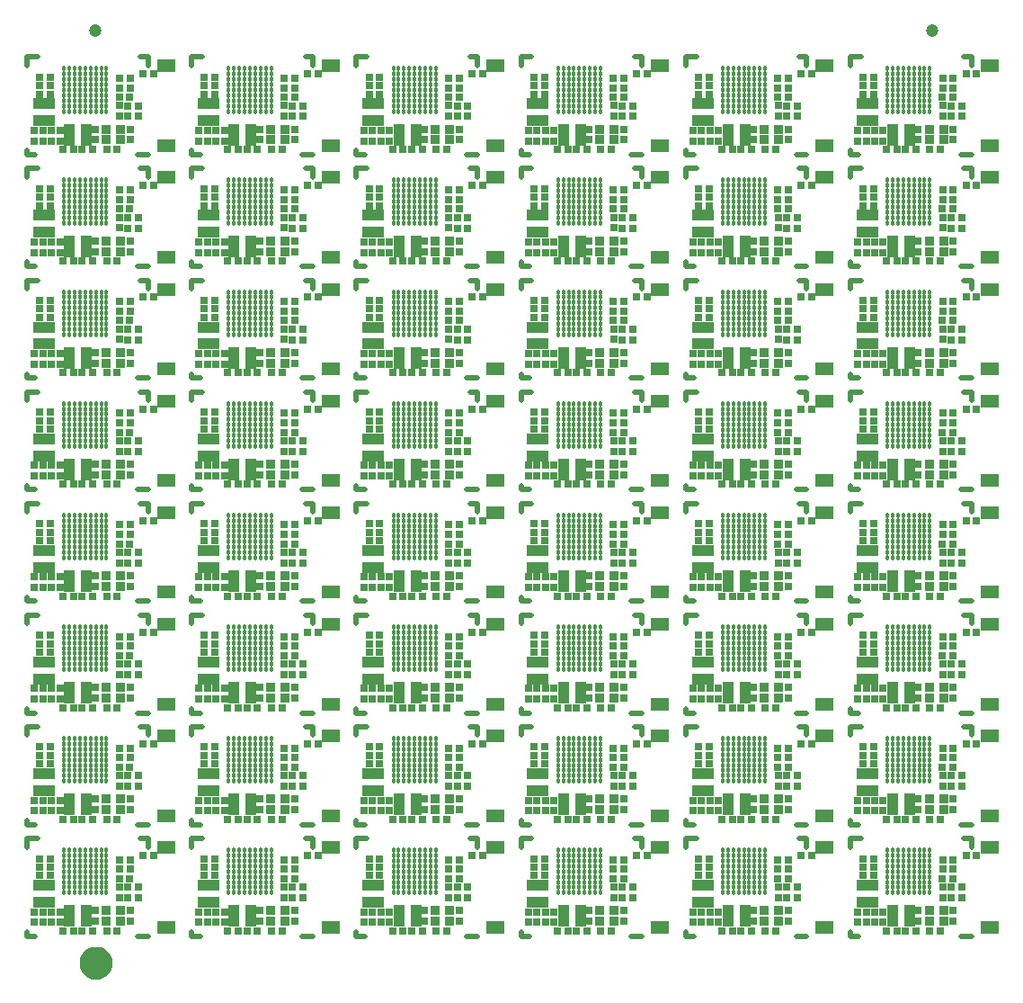
<source format=gts>
G75*
%MOIN*%
%OFA0B0*%
%FSLAX25Y25*%
%IPPOS*%
%LPD*%
%AMOC8*
5,1,8,0,0,1.08239X$1,22.5*
%
%ADD10C,0.01969*%
%ADD11C,0.01800*%
%ADD12R,0.03753X0.03556*%
%ADD13R,0.03162X0.03162*%
%ADD14R,0.07887X0.03950*%
%ADD15R,0.03950X0.07887*%
%ADD16R,0.06706X0.04737*%
%ADD17C,0.04737*%
%ADD18C,0.05000*%
%ADD19C,0.06706*%
D10*
X0030325Y0030325D02*
X0033455Y0030325D01*
X0030325Y0030325D02*
X0030325Y0031900D01*
X0030325Y0063396D02*
X0030325Y0066545D01*
X0034262Y0066545D01*
X0033455Y0071695D02*
X0030325Y0071695D01*
X0030325Y0073270D01*
X0030325Y0104766D02*
X0030325Y0107915D01*
X0034262Y0107915D01*
X0033455Y0113065D02*
X0030325Y0113065D01*
X0030325Y0114640D01*
X0030325Y0146136D02*
X0030325Y0149285D01*
X0034262Y0149285D01*
X0033455Y0154435D02*
X0030325Y0154435D01*
X0030325Y0156010D01*
X0030325Y0187506D02*
X0030325Y0190655D01*
X0034262Y0190655D01*
X0033455Y0195805D02*
X0030325Y0195805D01*
X0030325Y0197380D01*
X0030325Y0228876D02*
X0030325Y0232026D01*
X0034262Y0232026D01*
X0033455Y0237175D02*
X0030325Y0237175D01*
X0030325Y0238750D01*
X0030325Y0270246D02*
X0030325Y0273396D01*
X0034262Y0273396D01*
X0033455Y0278545D02*
X0030325Y0278545D01*
X0030325Y0280120D01*
X0030325Y0311616D02*
X0030325Y0314766D01*
X0034262Y0314766D01*
X0033455Y0319915D02*
X0030325Y0319915D01*
X0030325Y0321490D01*
X0030325Y0352986D02*
X0030325Y0356136D01*
X0034262Y0356136D01*
X0072451Y0356136D02*
X0075207Y0356136D01*
X0075207Y0352986D01*
X0091380Y0352986D02*
X0091380Y0356136D01*
X0095317Y0356136D01*
X0133506Y0356136D02*
X0136262Y0356136D01*
X0136262Y0352986D01*
X0152435Y0352986D02*
X0152435Y0356136D01*
X0156372Y0356136D01*
X0152435Y0321490D02*
X0152435Y0319915D01*
X0155565Y0319915D01*
X0156372Y0314766D02*
X0152435Y0314766D01*
X0152435Y0311616D01*
X0136262Y0311616D02*
X0136262Y0314766D01*
X0133506Y0314766D01*
X0132325Y0319915D02*
X0136262Y0319915D01*
X0095317Y0314766D02*
X0091380Y0314766D01*
X0091380Y0311616D01*
X0091380Y0319915D02*
X0094510Y0319915D01*
X0091380Y0319915D02*
X0091380Y0321490D01*
X0075207Y0319915D02*
X0071270Y0319915D01*
X0072451Y0314766D02*
X0075207Y0314766D01*
X0075207Y0311616D01*
X0075207Y0278545D02*
X0071270Y0278545D01*
X0072451Y0273396D02*
X0075207Y0273396D01*
X0075207Y0270246D01*
X0091380Y0270246D02*
X0091380Y0273396D01*
X0095317Y0273396D01*
X0094510Y0278545D02*
X0091380Y0278545D01*
X0091380Y0280120D01*
X0132325Y0278545D02*
X0136262Y0278545D01*
X0136262Y0273396D02*
X0133506Y0273396D01*
X0136262Y0273396D02*
X0136262Y0270246D01*
X0152435Y0270246D02*
X0152435Y0273396D01*
X0156372Y0273396D01*
X0155565Y0278545D02*
X0152435Y0278545D01*
X0152435Y0280120D01*
X0193380Y0278545D02*
X0197317Y0278545D01*
X0197317Y0273396D02*
X0197317Y0270246D01*
X0197317Y0273396D02*
X0194561Y0273396D01*
X0213490Y0273396D02*
X0213490Y0270246D01*
X0213490Y0273396D02*
X0217427Y0273396D01*
X0216620Y0278545D02*
X0213490Y0278545D01*
X0213490Y0280120D01*
X0213490Y0311616D02*
X0213490Y0314766D01*
X0217427Y0314766D01*
X0216620Y0319915D02*
X0213490Y0319915D01*
X0213490Y0321490D01*
X0197317Y0319915D02*
X0193380Y0319915D01*
X0194561Y0314766D02*
X0197317Y0314766D01*
X0197317Y0311616D01*
X0197317Y0352986D02*
X0197317Y0356136D01*
X0194561Y0356136D01*
X0213490Y0356136D02*
X0213490Y0352986D01*
X0213490Y0356136D02*
X0217427Y0356136D01*
X0255616Y0356136D02*
X0258372Y0356136D01*
X0258372Y0352986D01*
X0274545Y0352986D02*
X0274545Y0356136D01*
X0278482Y0356136D01*
X0316671Y0356136D02*
X0319427Y0356136D01*
X0319427Y0352986D01*
X0335600Y0352986D02*
X0335600Y0356136D01*
X0339537Y0356136D01*
X0335600Y0321490D02*
X0335600Y0319915D01*
X0338730Y0319915D01*
X0339537Y0314766D02*
X0335600Y0314766D01*
X0335600Y0311616D01*
X0319427Y0311616D02*
X0319427Y0314766D01*
X0316671Y0314766D01*
X0315490Y0319915D02*
X0319427Y0319915D01*
X0278482Y0314766D02*
X0274545Y0314766D01*
X0274545Y0311616D01*
X0274545Y0319915D02*
X0277675Y0319915D01*
X0274545Y0319915D02*
X0274545Y0321490D01*
X0258372Y0319915D02*
X0254435Y0319915D01*
X0255616Y0314766D02*
X0258372Y0314766D01*
X0258372Y0311616D01*
X0258372Y0278545D02*
X0254435Y0278545D01*
X0255616Y0273396D02*
X0258372Y0273396D01*
X0258372Y0270246D01*
X0274545Y0270246D02*
X0274545Y0273396D01*
X0278482Y0273396D01*
X0277675Y0278545D02*
X0274545Y0278545D01*
X0274545Y0280120D01*
X0315490Y0278545D02*
X0319427Y0278545D01*
X0319427Y0273396D02*
X0316671Y0273396D01*
X0319427Y0273396D02*
X0319427Y0270246D01*
X0335600Y0270246D02*
X0335600Y0273396D01*
X0339537Y0273396D01*
X0338730Y0278545D02*
X0335600Y0278545D01*
X0335600Y0280120D01*
X0376545Y0278545D02*
X0380482Y0278545D01*
X0380482Y0273396D02*
X0380482Y0270246D01*
X0380482Y0273396D02*
X0377726Y0273396D01*
X0376545Y0237175D02*
X0380482Y0237175D01*
X0380482Y0232026D02*
X0380482Y0228876D01*
X0380482Y0232026D02*
X0377726Y0232026D01*
X0339537Y0232026D02*
X0335600Y0232026D01*
X0335600Y0228876D01*
X0335600Y0237175D02*
X0338730Y0237175D01*
X0335600Y0237175D02*
X0335600Y0238750D01*
X0319427Y0237175D02*
X0315490Y0237175D01*
X0316671Y0232026D02*
X0319427Y0232026D01*
X0319427Y0228876D01*
X0335600Y0197380D02*
X0335600Y0195805D01*
X0338730Y0195805D01*
X0339537Y0190655D02*
X0335600Y0190655D01*
X0335600Y0187506D01*
X0319427Y0187506D02*
X0319427Y0190655D01*
X0316671Y0190655D01*
X0315490Y0195805D02*
X0319427Y0195805D01*
X0278482Y0190655D02*
X0274545Y0190655D01*
X0274545Y0187506D01*
X0274545Y0195805D02*
X0277675Y0195805D01*
X0274545Y0195805D02*
X0274545Y0197380D01*
X0258372Y0195805D02*
X0254435Y0195805D01*
X0255616Y0190655D02*
X0258372Y0190655D01*
X0258372Y0187506D01*
X0258372Y0154435D02*
X0254435Y0154435D01*
X0255616Y0149285D02*
X0258372Y0149285D01*
X0258372Y0146136D01*
X0274545Y0146136D02*
X0274545Y0149285D01*
X0278482Y0149285D01*
X0277675Y0154435D02*
X0274545Y0154435D01*
X0274545Y0156010D01*
X0315490Y0154435D02*
X0319427Y0154435D01*
X0319427Y0149285D02*
X0316671Y0149285D01*
X0319427Y0149285D02*
X0319427Y0146136D01*
X0335600Y0146136D02*
X0335600Y0149285D01*
X0339537Y0149285D01*
X0338730Y0154435D02*
X0335600Y0154435D01*
X0335600Y0156010D01*
X0376545Y0154435D02*
X0380482Y0154435D01*
X0380482Y0149285D02*
X0380482Y0146136D01*
X0380482Y0149285D02*
X0377726Y0149285D01*
X0380482Y0187506D02*
X0380482Y0190655D01*
X0377726Y0190655D01*
X0376545Y0195805D02*
X0380482Y0195805D01*
X0380482Y0113065D02*
X0376545Y0113065D01*
X0377726Y0107915D02*
X0380482Y0107915D01*
X0380482Y0104766D01*
X0380482Y0071695D02*
X0376545Y0071695D01*
X0377726Y0066545D02*
X0380482Y0066545D01*
X0380482Y0063396D01*
X0380482Y0030325D02*
X0376545Y0030325D01*
X0338730Y0030325D02*
X0335600Y0030325D01*
X0335600Y0031900D01*
X0319427Y0030325D02*
X0315490Y0030325D01*
X0319427Y0063396D02*
X0319427Y0066545D01*
X0316671Y0066545D01*
X0315490Y0071695D02*
X0319427Y0071695D01*
X0335600Y0071695D02*
X0338730Y0071695D01*
X0335600Y0071695D02*
X0335600Y0073270D01*
X0335600Y0066545D02*
X0339537Y0066545D01*
X0335600Y0066545D02*
X0335600Y0063396D01*
X0335600Y0104766D02*
X0335600Y0107915D01*
X0339537Y0107915D01*
X0338730Y0113065D02*
X0335600Y0113065D01*
X0335600Y0114640D01*
X0319427Y0113065D02*
X0315490Y0113065D01*
X0316671Y0107915D02*
X0319427Y0107915D01*
X0319427Y0104766D01*
X0278482Y0107915D02*
X0274545Y0107915D01*
X0274545Y0104766D01*
X0274545Y0113065D02*
X0277675Y0113065D01*
X0274545Y0113065D02*
X0274545Y0114640D01*
X0258372Y0113065D02*
X0254435Y0113065D01*
X0255616Y0107915D02*
X0258372Y0107915D01*
X0258372Y0104766D01*
X0274545Y0073270D02*
X0274545Y0071695D01*
X0277675Y0071695D01*
X0278482Y0066545D02*
X0274545Y0066545D01*
X0274545Y0063396D01*
X0258372Y0063396D02*
X0258372Y0066545D01*
X0255616Y0066545D01*
X0254435Y0071695D02*
X0258372Y0071695D01*
X0217427Y0066545D02*
X0213490Y0066545D01*
X0213490Y0063396D01*
X0213490Y0071695D02*
X0216620Y0071695D01*
X0213490Y0071695D02*
X0213490Y0073270D01*
X0197317Y0071695D02*
X0193380Y0071695D01*
X0194561Y0066545D02*
X0197317Y0066545D01*
X0197317Y0063396D01*
X0197317Y0030325D02*
X0193380Y0030325D01*
X0213490Y0030325D02*
X0216620Y0030325D01*
X0213490Y0030325D02*
X0213490Y0031900D01*
X0254435Y0030325D02*
X0258372Y0030325D01*
X0274545Y0030325D02*
X0277675Y0030325D01*
X0274545Y0030325D02*
X0274545Y0031900D01*
X0213490Y0104766D02*
X0213490Y0107915D01*
X0217427Y0107915D01*
X0216620Y0113065D02*
X0213490Y0113065D01*
X0213490Y0114640D01*
X0197317Y0113065D02*
X0193380Y0113065D01*
X0194561Y0107915D02*
X0197317Y0107915D01*
X0197317Y0104766D01*
X0156372Y0107915D02*
X0152435Y0107915D01*
X0152435Y0104766D01*
X0152435Y0113065D02*
X0155565Y0113065D01*
X0152435Y0113065D02*
X0152435Y0114640D01*
X0136262Y0113065D02*
X0132325Y0113065D01*
X0133506Y0107915D02*
X0136262Y0107915D01*
X0136262Y0104766D01*
X0152435Y0073270D02*
X0152435Y0071695D01*
X0155565Y0071695D01*
X0156372Y0066545D02*
X0152435Y0066545D01*
X0152435Y0063396D01*
X0136262Y0063396D02*
X0136262Y0066545D01*
X0133506Y0066545D01*
X0132325Y0071695D02*
X0136262Y0071695D01*
X0095317Y0066545D02*
X0091380Y0066545D01*
X0091380Y0063396D01*
X0091380Y0071695D02*
X0094510Y0071695D01*
X0091380Y0071695D02*
X0091380Y0073270D01*
X0075207Y0071695D02*
X0071270Y0071695D01*
X0072451Y0066545D02*
X0075207Y0066545D01*
X0075207Y0063396D01*
X0075207Y0030325D02*
X0071270Y0030325D01*
X0091380Y0030325D02*
X0094510Y0030325D01*
X0091380Y0030325D02*
X0091380Y0031900D01*
X0132325Y0030325D02*
X0136262Y0030325D01*
X0152435Y0030325D02*
X0155565Y0030325D01*
X0152435Y0030325D02*
X0152435Y0031900D01*
X0091380Y0104766D02*
X0091380Y0107915D01*
X0095317Y0107915D01*
X0094510Y0113065D02*
X0091380Y0113065D01*
X0091380Y0114640D01*
X0075207Y0113065D02*
X0071270Y0113065D01*
X0072451Y0107915D02*
X0075207Y0107915D01*
X0075207Y0104766D01*
X0075207Y0146136D02*
X0075207Y0149285D01*
X0072451Y0149285D01*
X0071270Y0154435D02*
X0075207Y0154435D01*
X0091380Y0154435D02*
X0094510Y0154435D01*
X0091380Y0154435D02*
X0091380Y0156010D01*
X0091380Y0149285D02*
X0095317Y0149285D01*
X0091380Y0149285D02*
X0091380Y0146136D01*
X0132325Y0154435D02*
X0136262Y0154435D01*
X0136262Y0149285D02*
X0133506Y0149285D01*
X0136262Y0149285D02*
X0136262Y0146136D01*
X0152435Y0146136D02*
X0152435Y0149285D01*
X0156372Y0149285D01*
X0155565Y0154435D02*
X0152435Y0154435D01*
X0152435Y0156010D01*
X0152435Y0187506D02*
X0152435Y0190655D01*
X0156372Y0190655D01*
X0155565Y0195805D02*
X0152435Y0195805D01*
X0152435Y0197380D01*
X0136262Y0195805D02*
X0132325Y0195805D01*
X0133506Y0190655D02*
X0136262Y0190655D01*
X0136262Y0187506D01*
X0095317Y0190655D02*
X0091380Y0190655D01*
X0091380Y0187506D01*
X0091380Y0195805D02*
X0094510Y0195805D01*
X0091380Y0195805D02*
X0091380Y0197380D01*
X0075207Y0195805D02*
X0071270Y0195805D01*
X0072451Y0190655D02*
X0075207Y0190655D01*
X0075207Y0187506D01*
X0075207Y0228876D02*
X0075207Y0232026D01*
X0072451Y0232026D01*
X0071270Y0237175D02*
X0075207Y0237175D01*
X0091380Y0237175D02*
X0094510Y0237175D01*
X0091380Y0237175D02*
X0091380Y0238750D01*
X0091380Y0232026D02*
X0095317Y0232026D01*
X0091380Y0232026D02*
X0091380Y0228876D01*
X0132325Y0237175D02*
X0136262Y0237175D01*
X0136262Y0232026D02*
X0133506Y0232026D01*
X0136262Y0232026D02*
X0136262Y0228876D01*
X0152435Y0228876D02*
X0152435Y0232026D01*
X0156372Y0232026D01*
X0155565Y0237175D02*
X0152435Y0237175D01*
X0152435Y0238750D01*
X0193380Y0237175D02*
X0197317Y0237175D01*
X0197317Y0232026D02*
X0197317Y0228876D01*
X0197317Y0232026D02*
X0194561Y0232026D01*
X0213490Y0232026D02*
X0213490Y0228876D01*
X0213490Y0232026D02*
X0217427Y0232026D01*
X0216620Y0237175D02*
X0213490Y0237175D01*
X0213490Y0238750D01*
X0254435Y0237175D02*
X0258372Y0237175D01*
X0258372Y0232026D02*
X0255616Y0232026D01*
X0258372Y0232026D02*
X0258372Y0228876D01*
X0274545Y0228876D02*
X0274545Y0232026D01*
X0278482Y0232026D01*
X0277675Y0237175D02*
X0274545Y0237175D01*
X0274545Y0238750D01*
X0216620Y0195805D02*
X0213490Y0195805D01*
X0213490Y0197380D01*
X0213490Y0190655D02*
X0217427Y0190655D01*
X0213490Y0190655D02*
X0213490Y0187506D01*
X0197317Y0187506D02*
X0197317Y0190655D01*
X0194561Y0190655D01*
X0193380Y0195805D02*
X0197317Y0195805D01*
X0197317Y0154435D02*
X0193380Y0154435D01*
X0194561Y0149285D02*
X0197317Y0149285D01*
X0197317Y0146136D01*
X0213490Y0146136D02*
X0213490Y0149285D01*
X0217427Y0149285D01*
X0216620Y0154435D02*
X0213490Y0154435D01*
X0213490Y0156010D01*
X0380482Y0311616D02*
X0380482Y0314766D01*
X0377726Y0314766D01*
X0376545Y0319915D02*
X0380482Y0319915D01*
X0380482Y0352986D02*
X0380482Y0356136D01*
X0377726Y0356136D01*
D11*
X0365081Y0351809D03*
X0365081Y0349841D03*
X0363112Y0349841D03*
X0363112Y0351809D03*
X0361144Y0351809D03*
X0361144Y0349841D03*
X0359175Y0349841D03*
X0359175Y0351809D03*
X0357207Y0351809D03*
X0357207Y0349841D03*
X0355238Y0349841D03*
X0355238Y0351809D03*
X0353270Y0351809D03*
X0353270Y0349841D03*
X0351301Y0349841D03*
X0351301Y0351809D03*
X0349333Y0351809D03*
X0349333Y0349841D03*
X0349333Y0347872D03*
X0351301Y0347872D03*
X0351301Y0345904D03*
X0349333Y0345904D03*
X0349333Y0343935D03*
X0351301Y0343935D03*
X0351301Y0341967D03*
X0349333Y0341967D03*
X0349333Y0339998D03*
X0351301Y0339998D03*
X0351301Y0338030D03*
X0349333Y0338030D03*
X0349333Y0336061D03*
X0351301Y0336061D03*
X0353270Y0336061D03*
X0355238Y0336061D03*
X0355238Y0338030D03*
X0355238Y0339998D03*
X0353270Y0339998D03*
X0353270Y0338030D03*
X0353270Y0341967D03*
X0353270Y0343935D03*
X0355238Y0343935D03*
X0355238Y0341967D03*
X0357207Y0341967D03*
X0357207Y0343935D03*
X0359175Y0343935D03*
X0359175Y0341967D03*
X0361144Y0341967D03*
X0361144Y0343935D03*
X0363112Y0343935D03*
X0363112Y0341967D03*
X0365081Y0341967D03*
X0365081Y0343935D03*
X0365081Y0345904D03*
X0365081Y0347872D03*
X0363112Y0347872D03*
X0361144Y0347872D03*
X0361144Y0345904D03*
X0363112Y0345904D03*
X0359175Y0345904D03*
X0359175Y0347872D03*
X0357207Y0347872D03*
X0357207Y0345904D03*
X0355238Y0345904D03*
X0355238Y0347872D03*
X0353270Y0347872D03*
X0353270Y0345904D03*
X0357207Y0339998D03*
X0359175Y0339998D03*
X0359175Y0338030D03*
X0357207Y0338030D03*
X0357207Y0336061D03*
X0359175Y0336061D03*
X0361144Y0336061D03*
X0363112Y0336061D03*
X0363112Y0338030D03*
X0363112Y0339998D03*
X0361144Y0339998D03*
X0361144Y0338030D03*
X0365081Y0338030D03*
X0365081Y0339998D03*
X0365081Y0336061D03*
X0365081Y0310439D03*
X0365081Y0308470D03*
X0365081Y0306502D03*
X0365081Y0304533D03*
X0365081Y0302565D03*
X0365081Y0300596D03*
X0365081Y0298628D03*
X0365081Y0296659D03*
X0365081Y0294691D03*
X0363112Y0294691D03*
X0361144Y0294691D03*
X0361144Y0296659D03*
X0363112Y0296659D03*
X0363112Y0298628D03*
X0361144Y0298628D03*
X0361144Y0300596D03*
X0363112Y0300596D03*
X0363112Y0302565D03*
X0361144Y0302565D03*
X0361144Y0304533D03*
X0363112Y0304533D03*
X0363112Y0306502D03*
X0361144Y0306502D03*
X0361144Y0308470D03*
X0363112Y0308470D03*
X0363112Y0310439D03*
X0361144Y0310439D03*
X0359175Y0310439D03*
X0357207Y0310439D03*
X0357207Y0308470D03*
X0357207Y0306502D03*
X0359175Y0306502D03*
X0359175Y0308470D03*
X0359175Y0304533D03*
X0359175Y0302565D03*
X0357207Y0302565D03*
X0357207Y0304533D03*
X0355238Y0304533D03*
X0355238Y0302565D03*
X0353270Y0302565D03*
X0353270Y0304533D03*
X0351301Y0304533D03*
X0351301Y0302565D03*
X0349333Y0302565D03*
X0349333Y0304533D03*
X0349333Y0306502D03*
X0351301Y0306502D03*
X0351301Y0308470D03*
X0349333Y0308470D03*
X0349333Y0310439D03*
X0351301Y0310439D03*
X0353270Y0310439D03*
X0355238Y0310439D03*
X0355238Y0308470D03*
X0355238Y0306502D03*
X0353270Y0306502D03*
X0353270Y0308470D03*
X0353270Y0300596D03*
X0353270Y0298628D03*
X0355238Y0298628D03*
X0355238Y0300596D03*
X0357207Y0300596D03*
X0357207Y0298628D03*
X0359175Y0298628D03*
X0359175Y0300596D03*
X0359175Y0296659D03*
X0359175Y0294691D03*
X0357207Y0294691D03*
X0357207Y0296659D03*
X0355238Y0296659D03*
X0355238Y0294691D03*
X0353270Y0294691D03*
X0353270Y0296659D03*
X0351301Y0296659D03*
X0351301Y0294691D03*
X0349333Y0294691D03*
X0349333Y0296659D03*
X0349333Y0298628D03*
X0351301Y0298628D03*
X0351301Y0300596D03*
X0349333Y0300596D03*
X0349333Y0269069D03*
X0351301Y0269069D03*
X0351301Y0267100D03*
X0351301Y0265132D03*
X0349333Y0265132D03*
X0349333Y0267100D03*
X0349333Y0263163D03*
X0349333Y0261195D03*
X0351301Y0261195D03*
X0351301Y0263163D03*
X0353270Y0263163D03*
X0353270Y0261195D03*
X0355238Y0261195D03*
X0355238Y0263163D03*
X0357207Y0263163D03*
X0357207Y0261195D03*
X0359175Y0261195D03*
X0359175Y0263163D03*
X0361144Y0263163D03*
X0361144Y0261195D03*
X0363112Y0261195D03*
X0363112Y0263163D03*
X0365081Y0263163D03*
X0365081Y0261195D03*
X0365081Y0259226D03*
X0365081Y0257258D03*
X0365081Y0255289D03*
X0365081Y0253321D03*
X0363112Y0253321D03*
X0361144Y0253321D03*
X0361144Y0255289D03*
X0363112Y0255289D03*
X0363112Y0257258D03*
X0361144Y0257258D03*
X0361144Y0259226D03*
X0363112Y0259226D03*
X0359175Y0259226D03*
X0359175Y0257258D03*
X0357207Y0257258D03*
X0357207Y0259226D03*
X0355238Y0259226D03*
X0355238Y0257258D03*
X0353270Y0257258D03*
X0353270Y0259226D03*
X0351301Y0259226D03*
X0351301Y0257258D03*
X0349333Y0257258D03*
X0349333Y0259226D03*
X0349333Y0255289D03*
X0349333Y0253321D03*
X0351301Y0253321D03*
X0351301Y0255289D03*
X0353270Y0255289D03*
X0353270Y0253321D03*
X0355238Y0253321D03*
X0355238Y0255289D03*
X0357207Y0255289D03*
X0357207Y0253321D03*
X0359175Y0253321D03*
X0359175Y0255289D03*
X0359175Y0265132D03*
X0357207Y0265132D03*
X0357207Y0267100D03*
X0359175Y0267100D03*
X0361144Y0267100D03*
X0361144Y0265132D03*
X0363112Y0265132D03*
X0363112Y0267100D03*
X0365081Y0267100D03*
X0365081Y0265132D03*
X0365081Y0269069D03*
X0363112Y0269069D03*
X0361144Y0269069D03*
X0359175Y0269069D03*
X0357207Y0269069D03*
X0355238Y0269069D03*
X0353270Y0269069D03*
X0353270Y0267100D03*
X0353270Y0265132D03*
X0355238Y0265132D03*
X0355238Y0267100D03*
X0355238Y0227699D03*
X0353270Y0227699D03*
X0353270Y0225730D03*
X0355238Y0225730D03*
X0355238Y0223762D03*
X0353270Y0223762D03*
X0353270Y0221793D03*
X0355238Y0221793D03*
X0355238Y0219825D03*
X0353270Y0219825D03*
X0353270Y0217856D03*
X0355238Y0217856D03*
X0355238Y0215888D03*
X0353270Y0215888D03*
X0353270Y0213919D03*
X0355238Y0213919D03*
X0355238Y0211951D03*
X0353270Y0211951D03*
X0351301Y0211951D03*
X0351301Y0213919D03*
X0349333Y0213919D03*
X0349333Y0211951D03*
X0349333Y0215888D03*
X0351301Y0215888D03*
X0351301Y0217856D03*
X0349333Y0217856D03*
X0349333Y0219825D03*
X0351301Y0219825D03*
X0351301Y0221793D03*
X0349333Y0221793D03*
X0349333Y0223762D03*
X0351301Y0223762D03*
X0351301Y0225730D03*
X0349333Y0225730D03*
X0349333Y0227699D03*
X0351301Y0227699D03*
X0357207Y0227699D03*
X0359175Y0227699D03*
X0359175Y0225730D03*
X0359175Y0223762D03*
X0357207Y0223762D03*
X0357207Y0225730D03*
X0357207Y0221793D03*
X0357207Y0219825D03*
X0359175Y0219825D03*
X0359175Y0221793D03*
X0361144Y0221793D03*
X0361144Y0219825D03*
X0363112Y0219825D03*
X0363112Y0221793D03*
X0365081Y0221793D03*
X0365081Y0219825D03*
X0365081Y0217856D03*
X0365081Y0215888D03*
X0365081Y0213919D03*
X0365081Y0211951D03*
X0363112Y0211951D03*
X0363112Y0213919D03*
X0361144Y0213919D03*
X0361144Y0211951D03*
X0359175Y0211951D03*
X0359175Y0213919D03*
X0357207Y0213919D03*
X0357207Y0211951D03*
X0357207Y0215888D03*
X0359175Y0215888D03*
X0359175Y0217856D03*
X0357207Y0217856D03*
X0361144Y0217856D03*
X0361144Y0215888D03*
X0363112Y0215888D03*
X0363112Y0217856D03*
X0363112Y0223762D03*
X0361144Y0223762D03*
X0361144Y0225730D03*
X0363112Y0225730D03*
X0365081Y0225730D03*
X0365081Y0223762D03*
X0365081Y0227699D03*
X0363112Y0227699D03*
X0361144Y0227699D03*
X0361144Y0186329D03*
X0363112Y0186329D03*
X0365081Y0186329D03*
X0365081Y0184360D03*
X0365081Y0182392D03*
X0363112Y0182392D03*
X0363112Y0184360D03*
X0361144Y0184360D03*
X0361144Y0182392D03*
X0359175Y0182392D03*
X0359175Y0184360D03*
X0357207Y0184360D03*
X0357207Y0182392D03*
X0355238Y0182392D03*
X0355238Y0184360D03*
X0353270Y0184360D03*
X0353270Y0182392D03*
X0353270Y0180423D03*
X0355238Y0180423D03*
X0355238Y0178455D03*
X0353270Y0178455D03*
X0353270Y0176486D03*
X0355238Y0176486D03*
X0355238Y0174518D03*
X0353270Y0174518D03*
X0351301Y0174518D03*
X0351301Y0176486D03*
X0349333Y0176486D03*
X0349333Y0174518D03*
X0349333Y0172549D03*
X0351301Y0172549D03*
X0351301Y0170581D03*
X0349333Y0170581D03*
X0353270Y0170581D03*
X0353270Y0172549D03*
X0355238Y0172549D03*
X0355238Y0170581D03*
X0357207Y0170581D03*
X0357207Y0172549D03*
X0359175Y0172549D03*
X0359175Y0170581D03*
X0361144Y0170581D03*
X0361144Y0172549D03*
X0363112Y0172549D03*
X0363112Y0170581D03*
X0365081Y0170581D03*
X0365081Y0172549D03*
X0365081Y0174518D03*
X0365081Y0176486D03*
X0365081Y0178455D03*
X0365081Y0180423D03*
X0363112Y0180423D03*
X0361144Y0180423D03*
X0361144Y0178455D03*
X0363112Y0178455D03*
X0363112Y0176486D03*
X0361144Y0176486D03*
X0361144Y0174518D03*
X0363112Y0174518D03*
X0359175Y0174518D03*
X0359175Y0176486D03*
X0357207Y0176486D03*
X0357207Y0174518D03*
X0357207Y0178455D03*
X0357207Y0180423D03*
X0359175Y0180423D03*
X0359175Y0178455D03*
X0359175Y0186329D03*
X0357207Y0186329D03*
X0355238Y0186329D03*
X0353270Y0186329D03*
X0351301Y0186329D03*
X0349333Y0186329D03*
X0349333Y0184360D03*
X0351301Y0184360D03*
X0351301Y0182392D03*
X0349333Y0182392D03*
X0349333Y0180423D03*
X0351301Y0180423D03*
X0351301Y0178455D03*
X0349333Y0178455D03*
X0349333Y0144959D03*
X0351301Y0144959D03*
X0353270Y0144959D03*
X0355238Y0144959D03*
X0357207Y0144959D03*
X0359175Y0144959D03*
X0361144Y0144959D03*
X0363112Y0144959D03*
X0365081Y0144959D03*
X0365081Y0142990D03*
X0365081Y0141022D03*
X0363112Y0141022D03*
X0363112Y0142990D03*
X0361144Y0142990D03*
X0361144Y0141022D03*
X0359175Y0141022D03*
X0359175Y0142990D03*
X0357207Y0142990D03*
X0357207Y0141022D03*
X0355238Y0141022D03*
X0355238Y0142990D03*
X0353270Y0142990D03*
X0353270Y0141022D03*
X0353270Y0139053D03*
X0355238Y0139053D03*
X0355238Y0137085D03*
X0353270Y0137085D03*
X0351301Y0137085D03*
X0351301Y0139053D03*
X0349333Y0139053D03*
X0349333Y0137085D03*
X0349333Y0135116D03*
X0351301Y0135116D03*
X0351301Y0133148D03*
X0349333Y0133148D03*
X0349333Y0131179D03*
X0351301Y0131179D03*
X0351301Y0129211D03*
X0349333Y0129211D03*
X0353270Y0129211D03*
X0353270Y0131179D03*
X0355238Y0131179D03*
X0355238Y0129211D03*
X0357207Y0129211D03*
X0357207Y0131179D03*
X0359175Y0131179D03*
X0359175Y0129211D03*
X0361144Y0129211D03*
X0361144Y0131179D03*
X0363112Y0131179D03*
X0363112Y0129211D03*
X0365081Y0129211D03*
X0365081Y0131179D03*
X0365081Y0133148D03*
X0365081Y0135116D03*
X0365081Y0137085D03*
X0365081Y0139053D03*
X0363112Y0139053D03*
X0361144Y0139053D03*
X0361144Y0137085D03*
X0363112Y0137085D03*
X0363112Y0135116D03*
X0361144Y0135116D03*
X0361144Y0133148D03*
X0363112Y0133148D03*
X0359175Y0133148D03*
X0359175Y0135116D03*
X0357207Y0135116D03*
X0357207Y0133148D03*
X0355238Y0133148D03*
X0355238Y0135116D03*
X0353270Y0135116D03*
X0353270Y0133148D03*
X0357207Y0137085D03*
X0357207Y0139053D03*
X0359175Y0139053D03*
X0359175Y0137085D03*
X0351301Y0141022D03*
X0351301Y0142990D03*
X0349333Y0142990D03*
X0349333Y0141022D03*
X0349333Y0103589D03*
X0351301Y0103589D03*
X0353270Y0103589D03*
X0355238Y0103589D03*
X0357207Y0103589D03*
X0359175Y0103589D03*
X0361144Y0103589D03*
X0363112Y0103589D03*
X0365081Y0103589D03*
X0365081Y0101620D03*
X0365081Y0099652D03*
X0363112Y0099652D03*
X0363112Y0101620D03*
X0361144Y0101620D03*
X0361144Y0099652D03*
X0359175Y0099652D03*
X0359175Y0101620D03*
X0357207Y0101620D03*
X0357207Y0099652D03*
X0355238Y0099652D03*
X0355238Y0101620D03*
X0353270Y0101620D03*
X0353270Y0099652D03*
X0351301Y0099652D03*
X0351301Y0101620D03*
X0349333Y0101620D03*
X0349333Y0099652D03*
X0349333Y0097683D03*
X0351301Y0097683D03*
X0351301Y0095715D03*
X0349333Y0095715D03*
X0349333Y0093746D03*
X0351301Y0093746D03*
X0351301Y0091778D03*
X0349333Y0091778D03*
X0349333Y0089809D03*
X0351301Y0089809D03*
X0351301Y0087841D03*
X0349333Y0087841D03*
X0353270Y0087841D03*
X0353270Y0089809D03*
X0355238Y0089809D03*
X0355238Y0087841D03*
X0357207Y0087841D03*
X0357207Y0089809D03*
X0359175Y0089809D03*
X0359175Y0087841D03*
X0361144Y0087841D03*
X0361144Y0089809D03*
X0363112Y0089809D03*
X0363112Y0087841D03*
X0365081Y0087841D03*
X0365081Y0089809D03*
X0365081Y0091778D03*
X0365081Y0093746D03*
X0365081Y0095715D03*
X0365081Y0097683D03*
X0363112Y0097683D03*
X0361144Y0097683D03*
X0361144Y0095715D03*
X0363112Y0095715D03*
X0363112Y0093746D03*
X0361144Y0093746D03*
X0361144Y0091778D03*
X0363112Y0091778D03*
X0359175Y0091778D03*
X0359175Y0093746D03*
X0357207Y0093746D03*
X0357207Y0091778D03*
X0355238Y0091778D03*
X0355238Y0093746D03*
X0353270Y0093746D03*
X0353270Y0091778D03*
X0353270Y0095715D03*
X0353270Y0097683D03*
X0355238Y0097683D03*
X0355238Y0095715D03*
X0357207Y0095715D03*
X0357207Y0097683D03*
X0359175Y0097683D03*
X0359175Y0095715D03*
X0359175Y0062219D03*
X0357207Y0062219D03*
X0355238Y0062219D03*
X0353270Y0062219D03*
X0351301Y0062219D03*
X0349333Y0062219D03*
X0349333Y0060250D03*
X0351301Y0060250D03*
X0351301Y0058281D03*
X0351301Y0056313D03*
X0349333Y0056313D03*
X0349333Y0058281D03*
X0349333Y0054344D03*
X0349333Y0052376D03*
X0351301Y0052376D03*
X0351301Y0054344D03*
X0353270Y0054344D03*
X0353270Y0052376D03*
X0355238Y0052376D03*
X0355238Y0054344D03*
X0357207Y0054344D03*
X0357207Y0052376D03*
X0359175Y0052376D03*
X0359175Y0054344D03*
X0361144Y0054344D03*
X0361144Y0052376D03*
X0363112Y0052376D03*
X0363112Y0054344D03*
X0365081Y0054344D03*
X0365081Y0052376D03*
X0365081Y0050407D03*
X0365081Y0048439D03*
X0365081Y0046470D03*
X0363112Y0046470D03*
X0361144Y0046470D03*
X0359175Y0046470D03*
X0357207Y0046470D03*
X0355238Y0046470D03*
X0353270Y0046470D03*
X0351301Y0046470D03*
X0349333Y0046470D03*
X0349333Y0048439D03*
X0351301Y0048439D03*
X0351301Y0050407D03*
X0349333Y0050407D03*
X0353270Y0050407D03*
X0353270Y0048439D03*
X0355238Y0048439D03*
X0355238Y0050407D03*
X0357207Y0050407D03*
X0357207Y0048439D03*
X0359175Y0048439D03*
X0359175Y0050407D03*
X0361144Y0050407D03*
X0361144Y0048439D03*
X0363112Y0048439D03*
X0363112Y0050407D03*
X0363112Y0056313D03*
X0361144Y0056313D03*
X0361144Y0058281D03*
X0363112Y0058281D03*
X0365081Y0058281D03*
X0365081Y0056313D03*
X0365081Y0060250D03*
X0365081Y0062219D03*
X0363112Y0062219D03*
X0361144Y0062219D03*
X0361144Y0060250D03*
X0363112Y0060250D03*
X0359175Y0060250D03*
X0357207Y0060250D03*
X0357207Y0058281D03*
X0357207Y0056313D03*
X0359175Y0056313D03*
X0359175Y0058281D03*
X0355238Y0058281D03*
X0355238Y0056313D03*
X0353270Y0056313D03*
X0353270Y0058281D03*
X0353270Y0060250D03*
X0355238Y0060250D03*
X0304026Y0060250D03*
X0304026Y0062219D03*
X0302057Y0062219D03*
X0300089Y0062219D03*
X0298120Y0062219D03*
X0296152Y0062219D03*
X0294183Y0062219D03*
X0292215Y0062219D03*
X0290246Y0062219D03*
X0288278Y0062219D03*
X0288278Y0060250D03*
X0290246Y0060250D03*
X0290246Y0058281D03*
X0290246Y0056313D03*
X0288278Y0056313D03*
X0288278Y0058281D03*
X0288278Y0054344D03*
X0288278Y0052376D03*
X0290246Y0052376D03*
X0290246Y0054344D03*
X0292215Y0054344D03*
X0292215Y0052376D03*
X0294183Y0052376D03*
X0294183Y0054344D03*
X0296152Y0054344D03*
X0296152Y0052376D03*
X0298120Y0052376D03*
X0298120Y0054344D03*
X0300089Y0054344D03*
X0300089Y0052376D03*
X0302057Y0052376D03*
X0302057Y0054344D03*
X0304026Y0054344D03*
X0304026Y0052376D03*
X0304026Y0050407D03*
X0304026Y0048439D03*
X0304026Y0046470D03*
X0302057Y0046470D03*
X0300089Y0046470D03*
X0298120Y0046470D03*
X0296152Y0046470D03*
X0294183Y0046470D03*
X0292215Y0046470D03*
X0290246Y0046470D03*
X0288278Y0046470D03*
X0288278Y0048439D03*
X0290246Y0048439D03*
X0290246Y0050407D03*
X0288278Y0050407D03*
X0292215Y0050407D03*
X0292215Y0048439D03*
X0294183Y0048439D03*
X0294183Y0050407D03*
X0296152Y0050407D03*
X0296152Y0048439D03*
X0298120Y0048439D03*
X0298120Y0050407D03*
X0300089Y0050407D03*
X0300089Y0048439D03*
X0302057Y0048439D03*
X0302057Y0050407D03*
X0302057Y0056313D03*
X0300089Y0056313D03*
X0300089Y0058281D03*
X0302057Y0058281D03*
X0304026Y0058281D03*
X0304026Y0056313D03*
X0302057Y0060250D03*
X0300089Y0060250D03*
X0298120Y0060250D03*
X0296152Y0060250D03*
X0296152Y0058281D03*
X0296152Y0056313D03*
X0298120Y0056313D03*
X0298120Y0058281D03*
X0294183Y0058281D03*
X0294183Y0056313D03*
X0292215Y0056313D03*
X0292215Y0058281D03*
X0292215Y0060250D03*
X0294183Y0060250D03*
X0294183Y0087841D03*
X0294183Y0089809D03*
X0292215Y0089809D03*
X0292215Y0087841D03*
X0290246Y0087841D03*
X0290246Y0089809D03*
X0288278Y0089809D03*
X0288278Y0087841D03*
X0288278Y0091778D03*
X0290246Y0091778D03*
X0290246Y0093746D03*
X0288278Y0093746D03*
X0288278Y0095715D03*
X0290246Y0095715D03*
X0290246Y0097683D03*
X0288278Y0097683D03*
X0288278Y0099652D03*
X0290246Y0099652D03*
X0290246Y0101620D03*
X0288278Y0101620D03*
X0288278Y0103589D03*
X0290246Y0103589D03*
X0292215Y0103589D03*
X0294183Y0103589D03*
X0296152Y0103589D03*
X0298120Y0103589D03*
X0300089Y0103589D03*
X0302057Y0103589D03*
X0304026Y0103589D03*
X0304026Y0101620D03*
X0304026Y0099652D03*
X0302057Y0099652D03*
X0302057Y0101620D03*
X0300089Y0101620D03*
X0300089Y0099652D03*
X0298120Y0099652D03*
X0298120Y0101620D03*
X0296152Y0101620D03*
X0296152Y0099652D03*
X0294183Y0099652D03*
X0294183Y0101620D03*
X0292215Y0101620D03*
X0292215Y0099652D03*
X0292215Y0097683D03*
X0294183Y0097683D03*
X0294183Y0095715D03*
X0292215Y0095715D03*
X0292215Y0093746D03*
X0294183Y0093746D03*
X0294183Y0091778D03*
X0292215Y0091778D03*
X0296152Y0091778D03*
X0296152Y0093746D03*
X0298120Y0093746D03*
X0298120Y0091778D03*
X0300089Y0091778D03*
X0300089Y0093746D03*
X0302057Y0093746D03*
X0302057Y0091778D03*
X0304026Y0091778D03*
X0304026Y0093746D03*
X0304026Y0095715D03*
X0304026Y0097683D03*
X0302057Y0097683D03*
X0300089Y0097683D03*
X0300089Y0095715D03*
X0302057Y0095715D03*
X0298120Y0095715D03*
X0298120Y0097683D03*
X0296152Y0097683D03*
X0296152Y0095715D03*
X0296152Y0089809D03*
X0298120Y0089809D03*
X0298120Y0087841D03*
X0296152Y0087841D03*
X0300089Y0087841D03*
X0300089Y0089809D03*
X0302057Y0089809D03*
X0302057Y0087841D03*
X0304026Y0087841D03*
X0304026Y0089809D03*
X0304026Y0129211D03*
X0304026Y0131179D03*
X0304026Y0133148D03*
X0304026Y0135116D03*
X0304026Y0137085D03*
X0304026Y0139053D03*
X0304026Y0141022D03*
X0304026Y0142990D03*
X0304026Y0144959D03*
X0302057Y0144959D03*
X0300089Y0144959D03*
X0300089Y0142990D03*
X0302057Y0142990D03*
X0302057Y0141022D03*
X0300089Y0141022D03*
X0300089Y0139053D03*
X0302057Y0139053D03*
X0302057Y0137085D03*
X0300089Y0137085D03*
X0300089Y0135116D03*
X0302057Y0135116D03*
X0302057Y0133148D03*
X0300089Y0133148D03*
X0300089Y0131179D03*
X0302057Y0131179D03*
X0302057Y0129211D03*
X0300089Y0129211D03*
X0298120Y0129211D03*
X0298120Y0131179D03*
X0296152Y0131179D03*
X0296152Y0129211D03*
X0294183Y0129211D03*
X0294183Y0131179D03*
X0292215Y0131179D03*
X0292215Y0129211D03*
X0290246Y0129211D03*
X0290246Y0131179D03*
X0288278Y0131179D03*
X0288278Y0129211D03*
X0288278Y0133148D03*
X0290246Y0133148D03*
X0290246Y0135116D03*
X0288278Y0135116D03*
X0288278Y0137085D03*
X0290246Y0137085D03*
X0290246Y0139053D03*
X0288278Y0139053D03*
X0288278Y0141022D03*
X0290246Y0141022D03*
X0290246Y0142990D03*
X0288278Y0142990D03*
X0288278Y0144959D03*
X0290246Y0144959D03*
X0292215Y0144959D03*
X0294183Y0144959D03*
X0296152Y0144959D03*
X0298120Y0144959D03*
X0298120Y0142990D03*
X0298120Y0141022D03*
X0296152Y0141022D03*
X0296152Y0142990D03*
X0294183Y0142990D03*
X0294183Y0141022D03*
X0292215Y0141022D03*
X0292215Y0142990D03*
X0292215Y0139053D03*
X0294183Y0139053D03*
X0294183Y0137085D03*
X0292215Y0137085D03*
X0292215Y0135116D03*
X0294183Y0135116D03*
X0294183Y0133148D03*
X0292215Y0133148D03*
X0296152Y0133148D03*
X0298120Y0133148D03*
X0298120Y0135116D03*
X0296152Y0135116D03*
X0296152Y0137085D03*
X0298120Y0137085D03*
X0298120Y0139053D03*
X0296152Y0139053D03*
X0296152Y0170581D03*
X0298120Y0170581D03*
X0298120Y0172549D03*
X0296152Y0172549D03*
X0296152Y0174518D03*
X0298120Y0174518D03*
X0298120Y0176486D03*
X0296152Y0176486D03*
X0296152Y0178455D03*
X0298120Y0178455D03*
X0298120Y0180423D03*
X0296152Y0180423D03*
X0296152Y0182392D03*
X0298120Y0182392D03*
X0298120Y0184360D03*
X0296152Y0184360D03*
X0296152Y0186329D03*
X0298120Y0186329D03*
X0300089Y0186329D03*
X0302057Y0186329D03*
X0304026Y0186329D03*
X0304026Y0184360D03*
X0304026Y0182392D03*
X0304026Y0180423D03*
X0304026Y0178455D03*
X0304026Y0176486D03*
X0304026Y0174518D03*
X0304026Y0172549D03*
X0304026Y0170581D03*
X0302057Y0170581D03*
X0302057Y0172549D03*
X0300089Y0172549D03*
X0300089Y0170581D03*
X0300089Y0174518D03*
X0302057Y0174518D03*
X0302057Y0176486D03*
X0300089Y0176486D03*
X0300089Y0178455D03*
X0302057Y0178455D03*
X0302057Y0180423D03*
X0300089Y0180423D03*
X0300089Y0182392D03*
X0302057Y0182392D03*
X0302057Y0184360D03*
X0300089Y0184360D03*
X0294183Y0184360D03*
X0294183Y0182392D03*
X0292215Y0182392D03*
X0292215Y0184360D03*
X0292215Y0186329D03*
X0294183Y0186329D03*
X0290246Y0186329D03*
X0288278Y0186329D03*
X0288278Y0184360D03*
X0290246Y0184360D03*
X0290246Y0182392D03*
X0288278Y0182392D03*
X0288278Y0180423D03*
X0290246Y0180423D03*
X0290246Y0178455D03*
X0288278Y0178455D03*
X0288278Y0176486D03*
X0290246Y0176486D03*
X0290246Y0174518D03*
X0288278Y0174518D03*
X0288278Y0172549D03*
X0290246Y0172549D03*
X0290246Y0170581D03*
X0288278Y0170581D03*
X0292215Y0170581D03*
X0294183Y0170581D03*
X0294183Y0172549D03*
X0292215Y0172549D03*
X0292215Y0174518D03*
X0294183Y0174518D03*
X0294183Y0176486D03*
X0292215Y0176486D03*
X0292215Y0178455D03*
X0294183Y0178455D03*
X0294183Y0180423D03*
X0292215Y0180423D03*
X0292215Y0211951D03*
X0294183Y0211951D03*
X0294183Y0213919D03*
X0292215Y0213919D03*
X0292215Y0215888D03*
X0294183Y0215888D03*
X0294183Y0217856D03*
X0292215Y0217856D03*
X0292215Y0219825D03*
X0294183Y0219825D03*
X0294183Y0221793D03*
X0292215Y0221793D03*
X0292215Y0223762D03*
X0294183Y0223762D03*
X0294183Y0225730D03*
X0292215Y0225730D03*
X0292215Y0227699D03*
X0294183Y0227699D03*
X0296152Y0227699D03*
X0298120Y0227699D03*
X0300089Y0227699D03*
X0302057Y0227699D03*
X0304026Y0227699D03*
X0304026Y0225730D03*
X0304026Y0223762D03*
X0304026Y0221793D03*
X0304026Y0219825D03*
X0304026Y0217856D03*
X0304026Y0215888D03*
X0304026Y0213919D03*
X0304026Y0211951D03*
X0302057Y0211951D03*
X0302057Y0213919D03*
X0300089Y0213919D03*
X0300089Y0211951D03*
X0298120Y0211951D03*
X0298120Y0213919D03*
X0296152Y0213919D03*
X0296152Y0211951D03*
X0296152Y0215888D03*
X0298120Y0215888D03*
X0298120Y0217856D03*
X0296152Y0217856D03*
X0296152Y0219825D03*
X0298120Y0219825D03*
X0298120Y0221793D03*
X0296152Y0221793D03*
X0296152Y0223762D03*
X0298120Y0223762D03*
X0298120Y0225730D03*
X0296152Y0225730D03*
X0300089Y0225730D03*
X0302057Y0225730D03*
X0302057Y0223762D03*
X0300089Y0223762D03*
X0300089Y0221793D03*
X0302057Y0221793D03*
X0302057Y0219825D03*
X0300089Y0219825D03*
X0300089Y0217856D03*
X0302057Y0217856D03*
X0302057Y0215888D03*
X0300089Y0215888D03*
X0290246Y0215888D03*
X0290246Y0217856D03*
X0288278Y0217856D03*
X0288278Y0215888D03*
X0288278Y0213919D03*
X0290246Y0213919D03*
X0290246Y0211951D03*
X0288278Y0211951D03*
X0288278Y0219825D03*
X0290246Y0219825D03*
X0290246Y0221793D03*
X0288278Y0221793D03*
X0288278Y0223762D03*
X0290246Y0223762D03*
X0290246Y0225730D03*
X0288278Y0225730D03*
X0288278Y0227699D03*
X0290246Y0227699D03*
X0290246Y0253321D03*
X0290246Y0255289D03*
X0288278Y0255289D03*
X0288278Y0253321D03*
X0292215Y0253321D03*
X0294183Y0253321D03*
X0294183Y0255289D03*
X0292215Y0255289D03*
X0292215Y0257258D03*
X0294183Y0257258D03*
X0294183Y0259226D03*
X0292215Y0259226D03*
X0292215Y0261195D03*
X0294183Y0261195D03*
X0294183Y0263163D03*
X0292215Y0263163D03*
X0292215Y0265132D03*
X0294183Y0265132D03*
X0294183Y0267100D03*
X0292215Y0267100D03*
X0290246Y0267100D03*
X0290246Y0265132D03*
X0288278Y0265132D03*
X0288278Y0267100D03*
X0288278Y0269069D03*
X0290246Y0269069D03*
X0292215Y0269069D03*
X0294183Y0269069D03*
X0296152Y0269069D03*
X0298120Y0269069D03*
X0298120Y0267100D03*
X0298120Y0265132D03*
X0296152Y0265132D03*
X0296152Y0267100D03*
X0296152Y0263163D03*
X0298120Y0263163D03*
X0298120Y0261195D03*
X0296152Y0261195D03*
X0296152Y0259226D03*
X0298120Y0259226D03*
X0298120Y0257258D03*
X0296152Y0257258D03*
X0296152Y0255289D03*
X0298120Y0255289D03*
X0298120Y0253321D03*
X0296152Y0253321D03*
X0300089Y0253321D03*
X0302057Y0253321D03*
X0302057Y0255289D03*
X0300089Y0255289D03*
X0300089Y0257258D03*
X0302057Y0257258D03*
X0302057Y0259226D03*
X0300089Y0259226D03*
X0300089Y0261195D03*
X0302057Y0261195D03*
X0302057Y0263163D03*
X0300089Y0263163D03*
X0300089Y0265132D03*
X0302057Y0265132D03*
X0302057Y0267100D03*
X0300089Y0267100D03*
X0300089Y0269069D03*
X0302057Y0269069D03*
X0304026Y0269069D03*
X0304026Y0267100D03*
X0304026Y0265132D03*
X0304026Y0263163D03*
X0304026Y0261195D03*
X0304026Y0259226D03*
X0304026Y0257258D03*
X0304026Y0255289D03*
X0304026Y0253321D03*
X0290246Y0257258D03*
X0290246Y0259226D03*
X0288278Y0259226D03*
X0288278Y0257258D03*
X0288278Y0261195D03*
X0290246Y0261195D03*
X0290246Y0263163D03*
X0288278Y0263163D03*
X0288278Y0294691D03*
X0290246Y0294691D03*
X0290246Y0296659D03*
X0288278Y0296659D03*
X0288278Y0298628D03*
X0290246Y0298628D03*
X0290246Y0300596D03*
X0288278Y0300596D03*
X0288278Y0302565D03*
X0290246Y0302565D03*
X0290246Y0304533D03*
X0288278Y0304533D03*
X0288278Y0306502D03*
X0290246Y0306502D03*
X0290246Y0308470D03*
X0288278Y0308470D03*
X0288278Y0310439D03*
X0290246Y0310439D03*
X0292215Y0310439D03*
X0294183Y0310439D03*
X0294183Y0308470D03*
X0294183Y0306502D03*
X0292215Y0306502D03*
X0292215Y0308470D03*
X0292215Y0304533D03*
X0292215Y0302565D03*
X0294183Y0302565D03*
X0294183Y0304533D03*
X0296152Y0304533D03*
X0296152Y0302565D03*
X0298120Y0302565D03*
X0298120Y0304533D03*
X0300089Y0304533D03*
X0300089Y0302565D03*
X0302057Y0302565D03*
X0302057Y0304533D03*
X0304026Y0304533D03*
X0304026Y0302565D03*
X0304026Y0300596D03*
X0304026Y0298628D03*
X0304026Y0296659D03*
X0304026Y0294691D03*
X0302057Y0294691D03*
X0300089Y0294691D03*
X0300089Y0296659D03*
X0302057Y0296659D03*
X0302057Y0298628D03*
X0300089Y0298628D03*
X0300089Y0300596D03*
X0302057Y0300596D03*
X0298120Y0300596D03*
X0298120Y0298628D03*
X0296152Y0298628D03*
X0296152Y0300596D03*
X0294183Y0300596D03*
X0294183Y0298628D03*
X0292215Y0298628D03*
X0292215Y0300596D03*
X0292215Y0296659D03*
X0292215Y0294691D03*
X0294183Y0294691D03*
X0294183Y0296659D03*
X0296152Y0296659D03*
X0296152Y0294691D03*
X0298120Y0294691D03*
X0298120Y0296659D03*
X0298120Y0306502D03*
X0296152Y0306502D03*
X0296152Y0308470D03*
X0298120Y0308470D03*
X0300089Y0308470D03*
X0300089Y0306502D03*
X0302057Y0306502D03*
X0302057Y0308470D03*
X0304026Y0308470D03*
X0304026Y0306502D03*
X0304026Y0310439D03*
X0302057Y0310439D03*
X0300089Y0310439D03*
X0298120Y0310439D03*
X0296152Y0310439D03*
X0296152Y0336061D03*
X0298120Y0336061D03*
X0298120Y0338030D03*
X0298120Y0339998D03*
X0296152Y0339998D03*
X0296152Y0338030D03*
X0294183Y0338030D03*
X0294183Y0339998D03*
X0292215Y0339998D03*
X0292215Y0338030D03*
X0290246Y0338030D03*
X0290246Y0339998D03*
X0288278Y0339998D03*
X0288278Y0338030D03*
X0288278Y0336061D03*
X0290246Y0336061D03*
X0292215Y0336061D03*
X0294183Y0336061D03*
X0300089Y0336061D03*
X0302057Y0336061D03*
X0302057Y0338030D03*
X0302057Y0339998D03*
X0300089Y0339998D03*
X0300089Y0338030D03*
X0300089Y0341967D03*
X0300089Y0343935D03*
X0302057Y0343935D03*
X0302057Y0341967D03*
X0304026Y0341967D03*
X0304026Y0343935D03*
X0304026Y0345904D03*
X0304026Y0347872D03*
X0304026Y0349841D03*
X0304026Y0351809D03*
X0302057Y0351809D03*
X0300089Y0351809D03*
X0300089Y0349841D03*
X0302057Y0349841D03*
X0302057Y0347872D03*
X0300089Y0347872D03*
X0300089Y0345904D03*
X0302057Y0345904D03*
X0298120Y0345904D03*
X0298120Y0347872D03*
X0296152Y0347872D03*
X0296152Y0345904D03*
X0294183Y0345904D03*
X0294183Y0347872D03*
X0292215Y0347872D03*
X0292215Y0345904D03*
X0290246Y0345904D03*
X0290246Y0347872D03*
X0288278Y0347872D03*
X0288278Y0345904D03*
X0288278Y0343935D03*
X0290246Y0343935D03*
X0290246Y0341967D03*
X0288278Y0341967D03*
X0292215Y0341967D03*
X0292215Y0343935D03*
X0294183Y0343935D03*
X0294183Y0341967D03*
X0296152Y0341967D03*
X0296152Y0343935D03*
X0298120Y0343935D03*
X0298120Y0341967D03*
X0304026Y0339998D03*
X0304026Y0338030D03*
X0304026Y0336061D03*
X0298120Y0349841D03*
X0298120Y0351809D03*
X0296152Y0351809D03*
X0296152Y0349841D03*
X0294183Y0349841D03*
X0294183Y0351809D03*
X0292215Y0351809D03*
X0292215Y0349841D03*
X0290246Y0349841D03*
X0290246Y0351809D03*
X0288278Y0351809D03*
X0288278Y0349841D03*
X0242971Y0349841D03*
X0242971Y0351809D03*
X0241002Y0351809D03*
X0241002Y0349841D03*
X0239034Y0349841D03*
X0239034Y0351809D03*
X0237065Y0351809D03*
X0237065Y0349841D03*
X0235097Y0349841D03*
X0235097Y0351809D03*
X0233128Y0351809D03*
X0233128Y0349841D03*
X0231159Y0349841D03*
X0229191Y0349841D03*
X0229191Y0351809D03*
X0231159Y0351809D03*
X0227222Y0351809D03*
X0227222Y0349841D03*
X0227222Y0347872D03*
X0227222Y0345904D03*
X0227222Y0343935D03*
X0227222Y0341967D03*
X0227222Y0339998D03*
X0227222Y0338030D03*
X0227222Y0336061D03*
X0229191Y0336061D03*
X0231159Y0336061D03*
X0231159Y0338030D03*
X0229191Y0338030D03*
X0229191Y0339998D03*
X0231159Y0339998D03*
X0231159Y0341967D03*
X0229191Y0341967D03*
X0229191Y0343935D03*
X0231159Y0343935D03*
X0231159Y0345904D03*
X0229191Y0345904D03*
X0229191Y0347872D03*
X0231159Y0347872D03*
X0233128Y0347872D03*
X0233128Y0345904D03*
X0235097Y0345904D03*
X0237065Y0345904D03*
X0237065Y0347872D03*
X0235097Y0347872D03*
X0239034Y0347872D03*
X0241002Y0347872D03*
X0241002Y0345904D03*
X0239034Y0345904D03*
X0239034Y0343935D03*
X0241002Y0343935D03*
X0241002Y0341967D03*
X0239034Y0341967D03*
X0239034Y0339998D03*
X0241002Y0339998D03*
X0241002Y0338030D03*
X0239034Y0338030D03*
X0239034Y0336061D03*
X0241002Y0336061D03*
X0242971Y0336061D03*
X0242971Y0338030D03*
X0242971Y0339998D03*
X0242971Y0341967D03*
X0242971Y0343935D03*
X0242971Y0345904D03*
X0242971Y0347872D03*
X0237065Y0343935D03*
X0237065Y0341967D03*
X0235097Y0341967D03*
X0235097Y0343935D03*
X0233128Y0343935D03*
X0233128Y0341967D03*
X0233128Y0339998D03*
X0233128Y0338030D03*
X0235097Y0338030D03*
X0237065Y0338030D03*
X0237065Y0339998D03*
X0235097Y0339998D03*
X0235097Y0336061D03*
X0237065Y0336061D03*
X0233128Y0336061D03*
X0233128Y0310439D03*
X0233128Y0308470D03*
X0233128Y0306502D03*
X0231159Y0306502D03*
X0229191Y0306502D03*
X0229191Y0308470D03*
X0231159Y0308470D03*
X0231159Y0310439D03*
X0229191Y0310439D03*
X0227222Y0310439D03*
X0227222Y0308470D03*
X0227222Y0306502D03*
X0227222Y0304533D03*
X0227222Y0302565D03*
X0227222Y0300596D03*
X0227222Y0298628D03*
X0227222Y0296659D03*
X0227222Y0294691D03*
X0229191Y0294691D03*
X0229191Y0296659D03*
X0231159Y0296659D03*
X0231159Y0294691D03*
X0233128Y0294691D03*
X0233128Y0296659D03*
X0235097Y0296659D03*
X0237065Y0296659D03*
X0237065Y0294691D03*
X0235097Y0294691D03*
X0239034Y0294691D03*
X0241002Y0294691D03*
X0241002Y0296659D03*
X0239034Y0296659D03*
X0239034Y0298628D03*
X0241002Y0298628D03*
X0241002Y0300596D03*
X0239034Y0300596D03*
X0239034Y0302565D03*
X0241002Y0302565D03*
X0241002Y0304533D03*
X0239034Y0304533D03*
X0239034Y0306502D03*
X0241002Y0306502D03*
X0241002Y0308470D03*
X0239034Y0308470D03*
X0239034Y0310439D03*
X0241002Y0310439D03*
X0242971Y0310439D03*
X0242971Y0308470D03*
X0242971Y0306502D03*
X0242971Y0304533D03*
X0242971Y0302565D03*
X0242971Y0300596D03*
X0242971Y0298628D03*
X0242971Y0296659D03*
X0242971Y0294691D03*
X0237065Y0298628D03*
X0237065Y0300596D03*
X0235097Y0300596D03*
X0235097Y0298628D03*
X0233128Y0298628D03*
X0233128Y0300596D03*
X0231159Y0300596D03*
X0229191Y0300596D03*
X0229191Y0298628D03*
X0231159Y0298628D03*
X0231159Y0302565D03*
X0229191Y0302565D03*
X0229191Y0304533D03*
X0231159Y0304533D03*
X0233128Y0304533D03*
X0233128Y0302565D03*
X0235097Y0302565D03*
X0237065Y0302565D03*
X0237065Y0304533D03*
X0235097Y0304533D03*
X0235097Y0306502D03*
X0237065Y0306502D03*
X0237065Y0308470D03*
X0235097Y0308470D03*
X0235097Y0310439D03*
X0237065Y0310439D03*
X0237065Y0269069D03*
X0235097Y0269069D03*
X0235097Y0267100D03*
X0237065Y0267100D03*
X0237065Y0265132D03*
X0235097Y0265132D03*
X0235097Y0263163D03*
X0237065Y0263163D03*
X0237065Y0261195D03*
X0235097Y0261195D03*
X0235097Y0259226D03*
X0237065Y0259226D03*
X0237065Y0257258D03*
X0235097Y0257258D03*
X0235097Y0255289D03*
X0237065Y0255289D03*
X0237065Y0253321D03*
X0235097Y0253321D03*
X0233128Y0253321D03*
X0233128Y0255289D03*
X0231159Y0255289D03*
X0229191Y0255289D03*
X0229191Y0253321D03*
X0231159Y0253321D03*
X0227222Y0253321D03*
X0227222Y0255289D03*
X0227222Y0257258D03*
X0227222Y0259226D03*
X0227222Y0261195D03*
X0227222Y0263163D03*
X0227222Y0265132D03*
X0227222Y0267100D03*
X0227222Y0269069D03*
X0229191Y0269069D03*
X0231159Y0269069D03*
X0231159Y0267100D03*
X0229191Y0267100D03*
X0229191Y0265132D03*
X0231159Y0265132D03*
X0231159Y0263163D03*
X0229191Y0263163D03*
X0229191Y0261195D03*
X0231159Y0261195D03*
X0231159Y0259226D03*
X0229191Y0259226D03*
X0229191Y0257258D03*
X0231159Y0257258D03*
X0233128Y0257258D03*
X0233128Y0259226D03*
X0233128Y0261195D03*
X0233128Y0263163D03*
X0233128Y0265132D03*
X0233128Y0267100D03*
X0233128Y0269069D03*
X0239034Y0269069D03*
X0241002Y0269069D03*
X0242971Y0269069D03*
X0242971Y0267100D03*
X0242971Y0265132D03*
X0242971Y0263163D03*
X0242971Y0261195D03*
X0242971Y0259226D03*
X0242971Y0257258D03*
X0242971Y0255289D03*
X0242971Y0253321D03*
X0241002Y0253321D03*
X0241002Y0255289D03*
X0239034Y0255289D03*
X0239034Y0253321D03*
X0239034Y0257258D03*
X0241002Y0257258D03*
X0241002Y0259226D03*
X0239034Y0259226D03*
X0239034Y0261195D03*
X0241002Y0261195D03*
X0241002Y0263163D03*
X0239034Y0263163D03*
X0239034Y0265132D03*
X0241002Y0265132D03*
X0241002Y0267100D03*
X0239034Y0267100D03*
X0239034Y0227699D03*
X0241002Y0227699D03*
X0242971Y0227699D03*
X0242971Y0225730D03*
X0242971Y0223762D03*
X0242971Y0221793D03*
X0242971Y0219825D03*
X0242971Y0217856D03*
X0242971Y0215888D03*
X0242971Y0213919D03*
X0242971Y0211951D03*
X0241002Y0211951D03*
X0241002Y0213919D03*
X0239034Y0213919D03*
X0239034Y0211951D03*
X0237065Y0211951D03*
X0237065Y0213919D03*
X0235097Y0213919D03*
X0235097Y0211951D03*
X0233128Y0211951D03*
X0233128Y0213919D03*
X0231159Y0213919D03*
X0229191Y0213919D03*
X0229191Y0211951D03*
X0231159Y0211951D03*
X0227222Y0211951D03*
X0227222Y0213919D03*
X0227222Y0215888D03*
X0227222Y0217856D03*
X0227222Y0219825D03*
X0227222Y0221793D03*
X0227222Y0223762D03*
X0227222Y0225730D03*
X0227222Y0227699D03*
X0229191Y0227699D03*
X0231159Y0227699D03*
X0231159Y0225730D03*
X0229191Y0225730D03*
X0229191Y0223762D03*
X0231159Y0223762D03*
X0231159Y0221793D03*
X0229191Y0221793D03*
X0229191Y0219825D03*
X0231159Y0219825D03*
X0231159Y0217856D03*
X0229191Y0217856D03*
X0229191Y0215888D03*
X0231159Y0215888D03*
X0233128Y0215888D03*
X0233128Y0217856D03*
X0235097Y0217856D03*
X0237065Y0217856D03*
X0237065Y0215888D03*
X0235097Y0215888D03*
X0239034Y0215888D03*
X0241002Y0215888D03*
X0241002Y0217856D03*
X0239034Y0217856D03*
X0239034Y0219825D03*
X0241002Y0219825D03*
X0241002Y0221793D03*
X0239034Y0221793D03*
X0239034Y0223762D03*
X0241002Y0223762D03*
X0241002Y0225730D03*
X0239034Y0225730D03*
X0237065Y0225730D03*
X0237065Y0223762D03*
X0235097Y0223762D03*
X0235097Y0225730D03*
X0235097Y0227699D03*
X0237065Y0227699D03*
X0233128Y0227699D03*
X0233128Y0225730D03*
X0233128Y0223762D03*
X0233128Y0221793D03*
X0233128Y0219825D03*
X0235097Y0219825D03*
X0237065Y0219825D03*
X0237065Y0221793D03*
X0235097Y0221793D03*
X0235097Y0186329D03*
X0237065Y0186329D03*
X0239034Y0186329D03*
X0241002Y0186329D03*
X0242971Y0186329D03*
X0242971Y0184360D03*
X0242971Y0182392D03*
X0242971Y0180423D03*
X0242971Y0178455D03*
X0242971Y0176486D03*
X0242971Y0174518D03*
X0242971Y0172549D03*
X0242971Y0170581D03*
X0241002Y0170581D03*
X0241002Y0172549D03*
X0239034Y0172549D03*
X0239034Y0170581D03*
X0237065Y0170581D03*
X0237065Y0172549D03*
X0235097Y0172549D03*
X0235097Y0170581D03*
X0233128Y0170581D03*
X0233128Y0172549D03*
X0231159Y0172549D03*
X0229191Y0172549D03*
X0229191Y0170581D03*
X0231159Y0170581D03*
X0227222Y0170581D03*
X0227222Y0172549D03*
X0227222Y0174518D03*
X0227222Y0176486D03*
X0227222Y0178455D03*
X0227222Y0180423D03*
X0227222Y0182392D03*
X0227222Y0184360D03*
X0227222Y0186329D03*
X0229191Y0186329D03*
X0231159Y0186329D03*
X0231159Y0184360D03*
X0229191Y0184360D03*
X0229191Y0182392D03*
X0231159Y0182392D03*
X0231159Y0180423D03*
X0229191Y0180423D03*
X0229191Y0178455D03*
X0231159Y0178455D03*
X0231159Y0176486D03*
X0229191Y0176486D03*
X0229191Y0174518D03*
X0231159Y0174518D03*
X0233128Y0174518D03*
X0233128Y0176486D03*
X0235097Y0176486D03*
X0237065Y0176486D03*
X0237065Y0174518D03*
X0235097Y0174518D03*
X0239034Y0174518D03*
X0241002Y0174518D03*
X0241002Y0176486D03*
X0239034Y0176486D03*
X0239034Y0178455D03*
X0241002Y0178455D03*
X0241002Y0180423D03*
X0239034Y0180423D03*
X0239034Y0182392D03*
X0241002Y0182392D03*
X0241002Y0184360D03*
X0239034Y0184360D03*
X0237065Y0184360D03*
X0237065Y0182392D03*
X0235097Y0182392D03*
X0235097Y0184360D03*
X0233128Y0184360D03*
X0233128Y0182392D03*
X0233128Y0180423D03*
X0233128Y0178455D03*
X0235097Y0178455D03*
X0237065Y0178455D03*
X0237065Y0180423D03*
X0235097Y0180423D03*
X0233128Y0186329D03*
X0233128Y0144959D03*
X0231159Y0144959D03*
X0229191Y0144959D03*
X0227222Y0144959D03*
X0227222Y0142990D03*
X0227222Y0141022D03*
X0227222Y0139053D03*
X0227222Y0137085D03*
X0227222Y0135116D03*
X0227222Y0133148D03*
X0227222Y0131179D03*
X0227222Y0129211D03*
X0229191Y0129211D03*
X0229191Y0131179D03*
X0231159Y0131179D03*
X0231159Y0129211D03*
X0233128Y0129211D03*
X0233128Y0131179D03*
X0235097Y0131179D03*
X0237065Y0131179D03*
X0237065Y0129211D03*
X0235097Y0129211D03*
X0239034Y0129211D03*
X0241002Y0129211D03*
X0241002Y0131179D03*
X0239034Y0131179D03*
X0239034Y0133148D03*
X0241002Y0133148D03*
X0241002Y0135116D03*
X0239034Y0135116D03*
X0239034Y0137085D03*
X0241002Y0137085D03*
X0241002Y0139053D03*
X0239034Y0139053D03*
X0239034Y0141022D03*
X0241002Y0141022D03*
X0241002Y0142990D03*
X0239034Y0142990D03*
X0239034Y0144959D03*
X0241002Y0144959D03*
X0242971Y0144959D03*
X0242971Y0142990D03*
X0242971Y0141022D03*
X0242971Y0139053D03*
X0242971Y0137085D03*
X0242971Y0135116D03*
X0242971Y0133148D03*
X0242971Y0131179D03*
X0242971Y0129211D03*
X0237065Y0133148D03*
X0237065Y0135116D03*
X0235097Y0135116D03*
X0235097Y0133148D03*
X0233128Y0133148D03*
X0233128Y0135116D03*
X0231159Y0135116D03*
X0229191Y0135116D03*
X0229191Y0133148D03*
X0231159Y0133148D03*
X0231159Y0137085D03*
X0229191Y0137085D03*
X0229191Y0139053D03*
X0231159Y0139053D03*
X0231159Y0141022D03*
X0229191Y0141022D03*
X0229191Y0142990D03*
X0231159Y0142990D03*
X0233128Y0142990D03*
X0233128Y0141022D03*
X0235097Y0141022D03*
X0237065Y0141022D03*
X0237065Y0142990D03*
X0235097Y0142990D03*
X0235097Y0144959D03*
X0237065Y0144959D03*
X0237065Y0139053D03*
X0237065Y0137085D03*
X0235097Y0137085D03*
X0235097Y0139053D03*
X0233128Y0139053D03*
X0233128Y0137085D03*
X0233128Y0103589D03*
X0231159Y0103589D03*
X0229191Y0103589D03*
X0227222Y0103589D03*
X0227222Y0101620D03*
X0227222Y0099652D03*
X0227222Y0097683D03*
X0227222Y0095715D03*
X0227222Y0093746D03*
X0227222Y0091778D03*
X0227222Y0089809D03*
X0227222Y0087841D03*
X0229191Y0087841D03*
X0229191Y0089809D03*
X0231159Y0089809D03*
X0231159Y0087841D03*
X0233128Y0087841D03*
X0233128Y0089809D03*
X0235097Y0089809D03*
X0237065Y0089809D03*
X0237065Y0087841D03*
X0235097Y0087841D03*
X0239034Y0087841D03*
X0241002Y0087841D03*
X0241002Y0089809D03*
X0239034Y0089809D03*
X0239034Y0091778D03*
X0241002Y0091778D03*
X0241002Y0093746D03*
X0239034Y0093746D03*
X0239034Y0095715D03*
X0241002Y0095715D03*
X0241002Y0097683D03*
X0239034Y0097683D03*
X0239034Y0099652D03*
X0241002Y0099652D03*
X0241002Y0101620D03*
X0239034Y0101620D03*
X0239034Y0103589D03*
X0241002Y0103589D03*
X0242971Y0103589D03*
X0242971Y0101620D03*
X0242971Y0099652D03*
X0242971Y0097683D03*
X0242971Y0095715D03*
X0242971Y0093746D03*
X0242971Y0091778D03*
X0242971Y0089809D03*
X0242971Y0087841D03*
X0237065Y0091778D03*
X0237065Y0093746D03*
X0235097Y0093746D03*
X0235097Y0091778D03*
X0233128Y0091778D03*
X0233128Y0093746D03*
X0231159Y0093746D03*
X0229191Y0093746D03*
X0229191Y0091778D03*
X0231159Y0091778D03*
X0231159Y0095715D03*
X0229191Y0095715D03*
X0229191Y0097683D03*
X0231159Y0097683D03*
X0231159Y0099652D03*
X0229191Y0099652D03*
X0229191Y0101620D03*
X0231159Y0101620D03*
X0233128Y0101620D03*
X0233128Y0099652D03*
X0235097Y0099652D03*
X0237065Y0099652D03*
X0237065Y0101620D03*
X0235097Y0101620D03*
X0235097Y0103589D03*
X0237065Y0103589D03*
X0237065Y0097683D03*
X0237065Y0095715D03*
X0235097Y0095715D03*
X0235097Y0097683D03*
X0233128Y0097683D03*
X0233128Y0095715D03*
X0233128Y0062219D03*
X0231159Y0062219D03*
X0229191Y0062219D03*
X0227222Y0062219D03*
X0227222Y0060250D03*
X0227222Y0058281D03*
X0227222Y0056313D03*
X0227222Y0054344D03*
X0227222Y0052376D03*
X0227222Y0050407D03*
X0227222Y0048439D03*
X0227222Y0046470D03*
X0229191Y0046470D03*
X0231159Y0046470D03*
X0231159Y0048439D03*
X0229191Y0048439D03*
X0229191Y0050407D03*
X0231159Y0050407D03*
X0231159Y0052376D03*
X0229191Y0052376D03*
X0229191Y0054344D03*
X0231159Y0054344D03*
X0233128Y0054344D03*
X0233128Y0052376D03*
X0235097Y0052376D03*
X0237065Y0052376D03*
X0237065Y0054344D03*
X0235097Y0054344D03*
X0235097Y0056313D03*
X0237065Y0056313D03*
X0237065Y0058281D03*
X0235097Y0058281D03*
X0235097Y0060250D03*
X0237065Y0060250D03*
X0237065Y0062219D03*
X0235097Y0062219D03*
X0233128Y0060250D03*
X0231159Y0060250D03*
X0229191Y0060250D03*
X0229191Y0058281D03*
X0229191Y0056313D03*
X0231159Y0056313D03*
X0231159Y0058281D03*
X0233128Y0058281D03*
X0233128Y0056313D03*
X0239034Y0056313D03*
X0241002Y0056313D03*
X0241002Y0058281D03*
X0239034Y0058281D03*
X0239034Y0060250D03*
X0241002Y0060250D03*
X0241002Y0062219D03*
X0239034Y0062219D03*
X0242971Y0062219D03*
X0242971Y0060250D03*
X0242971Y0058281D03*
X0242971Y0056313D03*
X0242971Y0054344D03*
X0242971Y0052376D03*
X0242971Y0050407D03*
X0242971Y0048439D03*
X0242971Y0046470D03*
X0241002Y0046470D03*
X0239034Y0046470D03*
X0239034Y0048439D03*
X0241002Y0048439D03*
X0241002Y0050407D03*
X0239034Y0050407D03*
X0239034Y0052376D03*
X0241002Y0052376D03*
X0241002Y0054344D03*
X0239034Y0054344D03*
X0237065Y0050407D03*
X0237065Y0048439D03*
X0235097Y0048439D03*
X0235097Y0050407D03*
X0233128Y0050407D03*
X0233128Y0048439D03*
X0233128Y0046470D03*
X0235097Y0046470D03*
X0237065Y0046470D03*
X0181915Y0046470D03*
X0179947Y0046470D03*
X0177978Y0046470D03*
X0176010Y0046470D03*
X0174041Y0046470D03*
X0172073Y0046470D03*
X0170104Y0046470D03*
X0168136Y0046470D03*
X0166167Y0046470D03*
X0166167Y0048439D03*
X0166167Y0050407D03*
X0168136Y0050407D03*
X0168136Y0048439D03*
X0170104Y0048439D03*
X0170104Y0050407D03*
X0172073Y0050407D03*
X0172073Y0048439D03*
X0174041Y0048439D03*
X0174041Y0050407D03*
X0176010Y0050407D03*
X0176010Y0048439D03*
X0177978Y0048439D03*
X0177978Y0050407D03*
X0179947Y0050407D03*
X0179947Y0048439D03*
X0181915Y0048439D03*
X0181915Y0050407D03*
X0181915Y0052376D03*
X0179947Y0052376D03*
X0179947Y0054344D03*
X0181915Y0054344D03*
X0181915Y0056313D03*
X0179947Y0056313D03*
X0179947Y0058281D03*
X0181915Y0058281D03*
X0181915Y0060250D03*
X0179947Y0060250D03*
X0179947Y0062219D03*
X0181915Y0062219D03*
X0177978Y0062219D03*
X0176010Y0062219D03*
X0174041Y0062219D03*
X0172073Y0062219D03*
X0170104Y0062219D03*
X0168136Y0062219D03*
X0166167Y0062219D03*
X0166167Y0060250D03*
X0166167Y0058281D03*
X0166167Y0056313D03*
X0166167Y0054344D03*
X0166167Y0052376D03*
X0168136Y0052376D03*
X0170104Y0052376D03*
X0170104Y0054344D03*
X0168136Y0054344D03*
X0168136Y0056313D03*
X0170104Y0056313D03*
X0170104Y0058281D03*
X0168136Y0058281D03*
X0168136Y0060250D03*
X0170104Y0060250D03*
X0172073Y0060250D03*
X0174041Y0060250D03*
X0174041Y0058281D03*
X0174041Y0056313D03*
X0172073Y0056313D03*
X0172073Y0058281D03*
X0172073Y0054344D03*
X0172073Y0052376D03*
X0174041Y0052376D03*
X0174041Y0054344D03*
X0176010Y0054344D03*
X0176010Y0052376D03*
X0177978Y0052376D03*
X0177978Y0054344D03*
X0177978Y0056313D03*
X0176010Y0056313D03*
X0176010Y0058281D03*
X0177978Y0058281D03*
X0177978Y0060250D03*
X0176010Y0060250D03*
X0176010Y0087841D03*
X0176010Y0089809D03*
X0177978Y0089809D03*
X0177978Y0087841D03*
X0179947Y0087841D03*
X0179947Y0089809D03*
X0181915Y0089809D03*
X0181915Y0087841D03*
X0181915Y0091778D03*
X0181915Y0093746D03*
X0179947Y0093746D03*
X0179947Y0091778D03*
X0177978Y0091778D03*
X0177978Y0093746D03*
X0176010Y0093746D03*
X0176010Y0091778D03*
X0174041Y0091778D03*
X0174041Y0093746D03*
X0172073Y0093746D03*
X0172073Y0091778D03*
X0170104Y0091778D03*
X0170104Y0093746D03*
X0168136Y0093746D03*
X0168136Y0091778D03*
X0166167Y0091778D03*
X0166167Y0093746D03*
X0166167Y0095715D03*
X0166167Y0097683D03*
X0166167Y0099652D03*
X0166167Y0101620D03*
X0166167Y0103589D03*
X0168136Y0103589D03*
X0170104Y0103589D03*
X0172073Y0103589D03*
X0174041Y0103589D03*
X0176010Y0103589D03*
X0177978Y0103589D03*
X0179947Y0103589D03*
X0181915Y0103589D03*
X0181915Y0101620D03*
X0179947Y0101620D03*
X0179947Y0099652D03*
X0181915Y0099652D03*
X0181915Y0097683D03*
X0179947Y0097683D03*
X0179947Y0095715D03*
X0181915Y0095715D03*
X0177978Y0095715D03*
X0177978Y0097683D03*
X0176010Y0097683D03*
X0176010Y0095715D03*
X0174041Y0095715D03*
X0174041Y0097683D03*
X0172073Y0097683D03*
X0172073Y0095715D03*
X0170104Y0095715D03*
X0170104Y0097683D03*
X0168136Y0097683D03*
X0168136Y0095715D03*
X0168136Y0099652D03*
X0168136Y0101620D03*
X0170104Y0101620D03*
X0170104Y0099652D03*
X0172073Y0099652D03*
X0172073Y0101620D03*
X0174041Y0101620D03*
X0174041Y0099652D03*
X0176010Y0099652D03*
X0176010Y0101620D03*
X0177978Y0101620D03*
X0177978Y0099652D03*
X0174041Y0089809D03*
X0172073Y0089809D03*
X0172073Y0087841D03*
X0174041Y0087841D03*
X0170104Y0087841D03*
X0170104Y0089809D03*
X0168136Y0089809D03*
X0168136Y0087841D03*
X0166167Y0087841D03*
X0166167Y0089809D03*
X0166167Y0129211D03*
X0166167Y0131179D03*
X0166167Y0133148D03*
X0166167Y0135116D03*
X0166167Y0137085D03*
X0166167Y0139053D03*
X0166167Y0141022D03*
X0166167Y0142990D03*
X0166167Y0144959D03*
X0168136Y0144959D03*
X0170104Y0144959D03*
X0172073Y0144959D03*
X0174041Y0144959D03*
X0176010Y0144959D03*
X0177978Y0144959D03*
X0177978Y0142990D03*
X0176010Y0142990D03*
X0176010Y0141022D03*
X0177978Y0141022D03*
X0177978Y0139053D03*
X0176010Y0139053D03*
X0176010Y0137085D03*
X0177978Y0137085D03*
X0179947Y0137085D03*
X0179947Y0139053D03*
X0181915Y0139053D03*
X0181915Y0137085D03*
X0181915Y0135116D03*
X0179947Y0135116D03*
X0179947Y0133148D03*
X0181915Y0133148D03*
X0181915Y0131179D03*
X0179947Y0131179D03*
X0179947Y0129211D03*
X0181915Y0129211D03*
X0177978Y0129211D03*
X0177978Y0131179D03*
X0176010Y0131179D03*
X0176010Y0129211D03*
X0174041Y0129211D03*
X0174041Y0131179D03*
X0172073Y0131179D03*
X0172073Y0129211D03*
X0170104Y0129211D03*
X0170104Y0131179D03*
X0168136Y0131179D03*
X0168136Y0129211D03*
X0168136Y0133148D03*
X0168136Y0135116D03*
X0170104Y0135116D03*
X0170104Y0133148D03*
X0172073Y0133148D03*
X0172073Y0135116D03*
X0174041Y0135116D03*
X0174041Y0133148D03*
X0176010Y0133148D03*
X0176010Y0135116D03*
X0177978Y0135116D03*
X0177978Y0133148D03*
X0174041Y0137085D03*
X0174041Y0139053D03*
X0172073Y0139053D03*
X0172073Y0137085D03*
X0170104Y0137085D03*
X0170104Y0139053D03*
X0168136Y0139053D03*
X0168136Y0137085D03*
X0168136Y0141022D03*
X0168136Y0142990D03*
X0170104Y0142990D03*
X0170104Y0141022D03*
X0172073Y0141022D03*
X0172073Y0142990D03*
X0174041Y0142990D03*
X0174041Y0141022D03*
X0179947Y0141022D03*
X0179947Y0142990D03*
X0181915Y0142990D03*
X0181915Y0141022D03*
X0181915Y0144959D03*
X0179947Y0144959D03*
X0179947Y0170581D03*
X0179947Y0172549D03*
X0181915Y0172549D03*
X0181915Y0170581D03*
X0181915Y0174518D03*
X0179947Y0174518D03*
X0179947Y0176486D03*
X0181915Y0176486D03*
X0181915Y0178455D03*
X0179947Y0178455D03*
X0179947Y0180423D03*
X0181915Y0180423D03*
X0181915Y0182392D03*
X0179947Y0182392D03*
X0179947Y0184360D03*
X0181915Y0184360D03*
X0181915Y0186329D03*
X0179947Y0186329D03*
X0177978Y0186329D03*
X0176010Y0186329D03*
X0174041Y0186329D03*
X0172073Y0186329D03*
X0170104Y0186329D03*
X0168136Y0186329D03*
X0166167Y0186329D03*
X0166167Y0184360D03*
X0166167Y0182392D03*
X0168136Y0182392D03*
X0168136Y0184360D03*
X0170104Y0184360D03*
X0170104Y0182392D03*
X0172073Y0182392D03*
X0172073Y0184360D03*
X0174041Y0184360D03*
X0174041Y0182392D03*
X0176010Y0182392D03*
X0176010Y0184360D03*
X0177978Y0184360D03*
X0177978Y0182392D03*
X0177978Y0180423D03*
X0176010Y0180423D03*
X0176010Y0178455D03*
X0177978Y0178455D03*
X0177978Y0176486D03*
X0176010Y0176486D03*
X0176010Y0174518D03*
X0177978Y0174518D03*
X0177978Y0172549D03*
X0176010Y0172549D03*
X0176010Y0170581D03*
X0177978Y0170581D03*
X0174041Y0170581D03*
X0174041Y0172549D03*
X0172073Y0172549D03*
X0172073Y0170581D03*
X0170104Y0170581D03*
X0170104Y0172549D03*
X0168136Y0172549D03*
X0168136Y0170581D03*
X0166167Y0170581D03*
X0166167Y0172549D03*
X0166167Y0174518D03*
X0166167Y0176486D03*
X0166167Y0178455D03*
X0166167Y0180423D03*
X0168136Y0180423D03*
X0170104Y0180423D03*
X0170104Y0178455D03*
X0168136Y0178455D03*
X0168136Y0176486D03*
X0170104Y0176486D03*
X0170104Y0174518D03*
X0168136Y0174518D03*
X0172073Y0174518D03*
X0172073Y0176486D03*
X0174041Y0176486D03*
X0174041Y0174518D03*
X0174041Y0178455D03*
X0174041Y0180423D03*
X0172073Y0180423D03*
X0172073Y0178455D03*
X0172073Y0211951D03*
X0172073Y0213919D03*
X0174041Y0213919D03*
X0174041Y0211951D03*
X0176010Y0211951D03*
X0176010Y0213919D03*
X0177978Y0213919D03*
X0177978Y0211951D03*
X0179947Y0211951D03*
X0179947Y0213919D03*
X0181915Y0213919D03*
X0181915Y0211951D03*
X0181915Y0215888D03*
X0179947Y0215888D03*
X0179947Y0217856D03*
X0181915Y0217856D03*
X0181915Y0219825D03*
X0179947Y0219825D03*
X0179947Y0221793D03*
X0181915Y0221793D03*
X0181915Y0223762D03*
X0179947Y0223762D03*
X0179947Y0225730D03*
X0181915Y0225730D03*
X0181915Y0227699D03*
X0179947Y0227699D03*
X0177978Y0227699D03*
X0176010Y0227699D03*
X0174041Y0227699D03*
X0172073Y0227699D03*
X0170104Y0227699D03*
X0168136Y0227699D03*
X0168136Y0225730D03*
X0168136Y0223762D03*
X0170104Y0223762D03*
X0170104Y0225730D03*
X0172073Y0225730D03*
X0172073Y0223762D03*
X0174041Y0223762D03*
X0174041Y0225730D03*
X0176010Y0225730D03*
X0176010Y0223762D03*
X0177978Y0223762D03*
X0177978Y0225730D03*
X0177978Y0221793D03*
X0176010Y0221793D03*
X0176010Y0219825D03*
X0177978Y0219825D03*
X0177978Y0217856D03*
X0176010Y0217856D03*
X0176010Y0215888D03*
X0177978Y0215888D03*
X0174041Y0215888D03*
X0172073Y0215888D03*
X0172073Y0217856D03*
X0174041Y0217856D03*
X0174041Y0219825D03*
X0172073Y0219825D03*
X0172073Y0221793D03*
X0174041Y0221793D03*
X0170104Y0221793D03*
X0170104Y0219825D03*
X0168136Y0219825D03*
X0168136Y0221793D03*
X0166167Y0221793D03*
X0166167Y0219825D03*
X0166167Y0217856D03*
X0166167Y0215888D03*
X0166167Y0213919D03*
X0166167Y0211951D03*
X0168136Y0211951D03*
X0168136Y0213919D03*
X0170104Y0213919D03*
X0170104Y0211951D03*
X0170104Y0215888D03*
X0168136Y0215888D03*
X0168136Y0217856D03*
X0170104Y0217856D03*
X0166167Y0223762D03*
X0166167Y0225730D03*
X0166167Y0227699D03*
X0166167Y0253321D03*
X0166167Y0255289D03*
X0168136Y0255289D03*
X0168136Y0253321D03*
X0170104Y0253321D03*
X0170104Y0255289D03*
X0172073Y0255289D03*
X0172073Y0253321D03*
X0174041Y0253321D03*
X0174041Y0255289D03*
X0176010Y0255289D03*
X0176010Y0253321D03*
X0177978Y0253321D03*
X0177978Y0255289D03*
X0179947Y0255289D03*
X0179947Y0253321D03*
X0181915Y0253321D03*
X0181915Y0255289D03*
X0181915Y0257258D03*
X0179947Y0257258D03*
X0179947Y0259226D03*
X0181915Y0259226D03*
X0181915Y0261195D03*
X0179947Y0261195D03*
X0179947Y0263163D03*
X0181915Y0263163D03*
X0181915Y0265132D03*
X0179947Y0265132D03*
X0179947Y0267100D03*
X0181915Y0267100D03*
X0181915Y0269069D03*
X0179947Y0269069D03*
X0177978Y0269069D03*
X0176010Y0269069D03*
X0176010Y0267100D03*
X0176010Y0265132D03*
X0177978Y0265132D03*
X0177978Y0267100D03*
X0177978Y0263163D03*
X0177978Y0261195D03*
X0176010Y0261195D03*
X0176010Y0263163D03*
X0174041Y0263163D03*
X0174041Y0261195D03*
X0172073Y0261195D03*
X0172073Y0263163D03*
X0170104Y0263163D03*
X0170104Y0261195D03*
X0168136Y0261195D03*
X0168136Y0263163D03*
X0166167Y0263163D03*
X0166167Y0261195D03*
X0166167Y0259226D03*
X0166167Y0257258D03*
X0168136Y0257258D03*
X0170104Y0257258D03*
X0170104Y0259226D03*
X0168136Y0259226D03*
X0172073Y0259226D03*
X0172073Y0257258D03*
X0174041Y0257258D03*
X0174041Y0259226D03*
X0176010Y0259226D03*
X0176010Y0257258D03*
X0177978Y0257258D03*
X0177978Y0259226D03*
X0174041Y0265132D03*
X0172073Y0265132D03*
X0172073Y0267100D03*
X0174041Y0267100D03*
X0174041Y0269069D03*
X0172073Y0269069D03*
X0170104Y0269069D03*
X0168136Y0269069D03*
X0168136Y0267100D03*
X0168136Y0265132D03*
X0170104Y0265132D03*
X0170104Y0267100D03*
X0166167Y0267100D03*
X0166167Y0265132D03*
X0166167Y0269069D03*
X0166167Y0294691D03*
X0166167Y0296659D03*
X0168136Y0296659D03*
X0168136Y0294691D03*
X0170104Y0294691D03*
X0170104Y0296659D03*
X0172073Y0296659D03*
X0172073Y0294691D03*
X0174041Y0294691D03*
X0174041Y0296659D03*
X0176010Y0296659D03*
X0176010Y0294691D03*
X0177978Y0294691D03*
X0177978Y0296659D03*
X0179947Y0296659D03*
X0179947Y0294691D03*
X0181915Y0294691D03*
X0181915Y0296659D03*
X0181915Y0298628D03*
X0179947Y0298628D03*
X0179947Y0300596D03*
X0181915Y0300596D03*
X0181915Y0302565D03*
X0179947Y0302565D03*
X0179947Y0304533D03*
X0181915Y0304533D03*
X0181915Y0306502D03*
X0179947Y0306502D03*
X0179947Y0308470D03*
X0181915Y0308470D03*
X0181915Y0310439D03*
X0179947Y0310439D03*
X0177978Y0310439D03*
X0176010Y0310439D03*
X0176010Y0308470D03*
X0176010Y0306502D03*
X0177978Y0306502D03*
X0177978Y0308470D03*
X0177978Y0304533D03*
X0177978Y0302565D03*
X0176010Y0302565D03*
X0176010Y0304533D03*
X0174041Y0304533D03*
X0174041Y0302565D03*
X0172073Y0302565D03*
X0172073Y0304533D03*
X0170104Y0304533D03*
X0170104Y0302565D03*
X0168136Y0302565D03*
X0168136Y0304533D03*
X0166167Y0304533D03*
X0166167Y0302565D03*
X0166167Y0300596D03*
X0166167Y0298628D03*
X0168136Y0298628D03*
X0170104Y0298628D03*
X0170104Y0300596D03*
X0168136Y0300596D03*
X0172073Y0300596D03*
X0172073Y0298628D03*
X0174041Y0298628D03*
X0174041Y0300596D03*
X0176010Y0300596D03*
X0176010Y0298628D03*
X0177978Y0298628D03*
X0177978Y0300596D03*
X0174041Y0306502D03*
X0172073Y0306502D03*
X0172073Y0308470D03*
X0174041Y0308470D03*
X0174041Y0310439D03*
X0172073Y0310439D03*
X0170104Y0310439D03*
X0168136Y0310439D03*
X0168136Y0308470D03*
X0168136Y0306502D03*
X0170104Y0306502D03*
X0170104Y0308470D03*
X0166167Y0308470D03*
X0166167Y0306502D03*
X0166167Y0310439D03*
X0166167Y0336061D03*
X0166167Y0338030D03*
X0166167Y0339998D03*
X0166167Y0341967D03*
X0166167Y0343935D03*
X0166167Y0345904D03*
X0166167Y0347872D03*
X0166167Y0349841D03*
X0166167Y0351809D03*
X0168136Y0351809D03*
X0170104Y0351809D03*
X0170104Y0349841D03*
X0168136Y0349841D03*
X0168136Y0347872D03*
X0170104Y0347872D03*
X0170104Y0345904D03*
X0168136Y0345904D03*
X0168136Y0343935D03*
X0170104Y0343935D03*
X0170104Y0341967D03*
X0168136Y0341967D03*
X0168136Y0339998D03*
X0170104Y0339998D03*
X0170104Y0338030D03*
X0168136Y0338030D03*
X0168136Y0336061D03*
X0170104Y0336061D03*
X0172073Y0336061D03*
X0174041Y0336061D03*
X0174041Y0338030D03*
X0174041Y0339998D03*
X0172073Y0339998D03*
X0172073Y0338030D03*
X0172073Y0341967D03*
X0172073Y0343935D03*
X0174041Y0343935D03*
X0174041Y0341967D03*
X0176010Y0341967D03*
X0176010Y0343935D03*
X0177978Y0343935D03*
X0177978Y0341967D03*
X0179947Y0341967D03*
X0179947Y0343935D03*
X0181915Y0343935D03*
X0181915Y0341967D03*
X0181915Y0339998D03*
X0179947Y0339998D03*
X0179947Y0338030D03*
X0181915Y0338030D03*
X0181915Y0336061D03*
X0179947Y0336061D03*
X0177978Y0336061D03*
X0176010Y0336061D03*
X0176010Y0338030D03*
X0176010Y0339998D03*
X0177978Y0339998D03*
X0177978Y0338030D03*
X0177978Y0345904D03*
X0177978Y0347872D03*
X0176010Y0347872D03*
X0176010Y0345904D03*
X0174041Y0345904D03*
X0174041Y0347872D03*
X0172073Y0347872D03*
X0172073Y0345904D03*
X0172073Y0349841D03*
X0172073Y0351809D03*
X0174041Y0351809D03*
X0174041Y0349841D03*
X0176010Y0349841D03*
X0176010Y0351809D03*
X0177978Y0351809D03*
X0177978Y0349841D03*
X0179947Y0349841D03*
X0179947Y0351809D03*
X0181915Y0351809D03*
X0181915Y0349841D03*
X0181915Y0347872D03*
X0179947Y0347872D03*
X0179947Y0345904D03*
X0181915Y0345904D03*
X0120860Y0345904D03*
X0120860Y0347872D03*
X0118892Y0347872D03*
X0118892Y0345904D03*
X0116923Y0345904D03*
X0116923Y0347872D03*
X0114955Y0347872D03*
X0114955Y0345904D03*
X0112986Y0345904D03*
X0112986Y0347872D03*
X0111018Y0347872D03*
X0111018Y0345904D03*
X0109049Y0345904D03*
X0109049Y0347872D03*
X0107081Y0347872D03*
X0107081Y0345904D03*
X0105112Y0345904D03*
X0105112Y0347872D03*
X0105112Y0349841D03*
X0105112Y0351809D03*
X0107081Y0351809D03*
X0109049Y0351809D03*
X0109049Y0349841D03*
X0107081Y0349841D03*
X0111018Y0349841D03*
X0111018Y0351809D03*
X0112986Y0351809D03*
X0112986Y0349841D03*
X0114955Y0349841D03*
X0114955Y0351809D03*
X0116923Y0351809D03*
X0116923Y0349841D03*
X0118892Y0349841D03*
X0118892Y0351809D03*
X0120860Y0351809D03*
X0120860Y0349841D03*
X0120860Y0343935D03*
X0118892Y0343935D03*
X0118892Y0341967D03*
X0120860Y0341967D03*
X0120860Y0339998D03*
X0118892Y0339998D03*
X0118892Y0338030D03*
X0120860Y0338030D03*
X0120860Y0336061D03*
X0118892Y0336061D03*
X0116923Y0336061D03*
X0114955Y0336061D03*
X0114955Y0338030D03*
X0114955Y0339998D03*
X0116923Y0339998D03*
X0116923Y0338030D03*
X0116923Y0341967D03*
X0116923Y0343935D03*
X0114955Y0343935D03*
X0114955Y0341967D03*
X0112986Y0341967D03*
X0112986Y0343935D03*
X0111018Y0343935D03*
X0111018Y0341967D03*
X0109049Y0341967D03*
X0109049Y0343935D03*
X0107081Y0343935D03*
X0107081Y0341967D03*
X0105112Y0341967D03*
X0105112Y0343935D03*
X0105112Y0339998D03*
X0105112Y0338030D03*
X0107081Y0338030D03*
X0107081Y0339998D03*
X0109049Y0339998D03*
X0109049Y0338030D03*
X0111018Y0338030D03*
X0111018Y0339998D03*
X0112986Y0339998D03*
X0112986Y0338030D03*
X0112986Y0336061D03*
X0111018Y0336061D03*
X0109049Y0336061D03*
X0107081Y0336061D03*
X0105112Y0336061D03*
X0105112Y0310439D03*
X0105112Y0308470D03*
X0105112Y0306502D03*
X0105112Y0304533D03*
X0105112Y0302565D03*
X0105112Y0300596D03*
X0105112Y0298628D03*
X0105112Y0296659D03*
X0105112Y0294691D03*
X0107081Y0294691D03*
X0109049Y0294691D03*
X0109049Y0296659D03*
X0107081Y0296659D03*
X0107081Y0298628D03*
X0109049Y0298628D03*
X0109049Y0300596D03*
X0107081Y0300596D03*
X0107081Y0302565D03*
X0109049Y0302565D03*
X0109049Y0304533D03*
X0107081Y0304533D03*
X0107081Y0306502D03*
X0109049Y0306502D03*
X0109049Y0308470D03*
X0107081Y0308470D03*
X0107081Y0310439D03*
X0109049Y0310439D03*
X0111018Y0310439D03*
X0112986Y0310439D03*
X0112986Y0308470D03*
X0112986Y0306502D03*
X0111018Y0306502D03*
X0111018Y0308470D03*
X0111018Y0304533D03*
X0111018Y0302565D03*
X0112986Y0302565D03*
X0112986Y0304533D03*
X0114955Y0304533D03*
X0114955Y0302565D03*
X0116923Y0302565D03*
X0116923Y0304533D03*
X0118892Y0304533D03*
X0118892Y0302565D03*
X0120860Y0302565D03*
X0120860Y0304533D03*
X0120860Y0306502D03*
X0118892Y0306502D03*
X0118892Y0308470D03*
X0120860Y0308470D03*
X0120860Y0310439D03*
X0118892Y0310439D03*
X0116923Y0310439D03*
X0114955Y0310439D03*
X0114955Y0308470D03*
X0114955Y0306502D03*
X0116923Y0306502D03*
X0116923Y0308470D03*
X0116923Y0300596D03*
X0116923Y0298628D03*
X0114955Y0298628D03*
X0114955Y0300596D03*
X0112986Y0300596D03*
X0112986Y0298628D03*
X0111018Y0298628D03*
X0111018Y0300596D03*
X0111018Y0296659D03*
X0111018Y0294691D03*
X0112986Y0294691D03*
X0112986Y0296659D03*
X0114955Y0296659D03*
X0114955Y0294691D03*
X0116923Y0294691D03*
X0116923Y0296659D03*
X0118892Y0296659D03*
X0118892Y0294691D03*
X0120860Y0294691D03*
X0120860Y0296659D03*
X0120860Y0298628D03*
X0118892Y0298628D03*
X0118892Y0300596D03*
X0120860Y0300596D03*
X0120860Y0269069D03*
X0118892Y0269069D03*
X0118892Y0267100D03*
X0118892Y0265132D03*
X0120860Y0265132D03*
X0120860Y0267100D03*
X0120860Y0263163D03*
X0120860Y0261195D03*
X0118892Y0261195D03*
X0118892Y0263163D03*
X0116923Y0263163D03*
X0116923Y0261195D03*
X0114955Y0261195D03*
X0114955Y0263163D03*
X0112986Y0263163D03*
X0112986Y0261195D03*
X0111018Y0261195D03*
X0111018Y0263163D03*
X0109049Y0263163D03*
X0109049Y0261195D03*
X0107081Y0261195D03*
X0107081Y0263163D03*
X0105112Y0263163D03*
X0105112Y0261195D03*
X0105112Y0259226D03*
X0105112Y0257258D03*
X0105112Y0255289D03*
X0105112Y0253321D03*
X0107081Y0253321D03*
X0109049Y0253321D03*
X0109049Y0255289D03*
X0107081Y0255289D03*
X0107081Y0257258D03*
X0109049Y0257258D03*
X0109049Y0259226D03*
X0107081Y0259226D03*
X0111018Y0259226D03*
X0111018Y0257258D03*
X0112986Y0257258D03*
X0112986Y0259226D03*
X0114955Y0259226D03*
X0114955Y0257258D03*
X0116923Y0257258D03*
X0116923Y0259226D03*
X0118892Y0259226D03*
X0118892Y0257258D03*
X0120860Y0257258D03*
X0120860Y0259226D03*
X0120860Y0255289D03*
X0120860Y0253321D03*
X0118892Y0253321D03*
X0118892Y0255289D03*
X0116923Y0255289D03*
X0116923Y0253321D03*
X0114955Y0253321D03*
X0114955Y0255289D03*
X0112986Y0255289D03*
X0112986Y0253321D03*
X0111018Y0253321D03*
X0111018Y0255289D03*
X0111018Y0265132D03*
X0112986Y0265132D03*
X0112986Y0267100D03*
X0111018Y0267100D03*
X0109049Y0267100D03*
X0109049Y0265132D03*
X0107081Y0265132D03*
X0107081Y0267100D03*
X0105112Y0267100D03*
X0105112Y0265132D03*
X0105112Y0269069D03*
X0107081Y0269069D03*
X0109049Y0269069D03*
X0111018Y0269069D03*
X0112986Y0269069D03*
X0114955Y0269069D03*
X0116923Y0269069D03*
X0116923Y0267100D03*
X0116923Y0265132D03*
X0114955Y0265132D03*
X0114955Y0267100D03*
X0114955Y0227699D03*
X0116923Y0227699D03*
X0116923Y0225730D03*
X0116923Y0223762D03*
X0114955Y0223762D03*
X0114955Y0225730D03*
X0112986Y0225730D03*
X0112986Y0223762D03*
X0111018Y0223762D03*
X0111018Y0225730D03*
X0109049Y0225730D03*
X0109049Y0223762D03*
X0107081Y0223762D03*
X0107081Y0225730D03*
X0105112Y0225730D03*
X0105112Y0223762D03*
X0105112Y0221793D03*
X0105112Y0219825D03*
X0107081Y0219825D03*
X0109049Y0219825D03*
X0109049Y0221793D03*
X0107081Y0221793D03*
X0111018Y0221793D03*
X0112986Y0221793D03*
X0112986Y0219825D03*
X0111018Y0219825D03*
X0111018Y0217856D03*
X0112986Y0217856D03*
X0112986Y0215888D03*
X0111018Y0215888D03*
X0111018Y0213919D03*
X0112986Y0213919D03*
X0112986Y0211951D03*
X0111018Y0211951D03*
X0109049Y0211951D03*
X0109049Y0213919D03*
X0107081Y0213919D03*
X0107081Y0211951D03*
X0105112Y0211951D03*
X0105112Y0213919D03*
X0105112Y0215888D03*
X0105112Y0217856D03*
X0107081Y0217856D03*
X0109049Y0217856D03*
X0109049Y0215888D03*
X0107081Y0215888D03*
X0114955Y0215888D03*
X0116923Y0215888D03*
X0116923Y0217856D03*
X0114955Y0217856D03*
X0114955Y0219825D03*
X0116923Y0219825D03*
X0116923Y0221793D03*
X0114955Y0221793D03*
X0118892Y0221793D03*
X0118892Y0219825D03*
X0120860Y0219825D03*
X0120860Y0221793D03*
X0120860Y0223762D03*
X0118892Y0223762D03*
X0118892Y0225730D03*
X0120860Y0225730D03*
X0120860Y0227699D03*
X0118892Y0227699D03*
X0112986Y0227699D03*
X0111018Y0227699D03*
X0109049Y0227699D03*
X0107081Y0227699D03*
X0105112Y0227699D03*
X0118892Y0217856D03*
X0118892Y0215888D03*
X0120860Y0215888D03*
X0120860Y0217856D03*
X0120860Y0213919D03*
X0120860Y0211951D03*
X0118892Y0211951D03*
X0118892Y0213919D03*
X0116923Y0213919D03*
X0116923Y0211951D03*
X0114955Y0211951D03*
X0114955Y0213919D03*
X0114955Y0186329D03*
X0116923Y0186329D03*
X0118892Y0186329D03*
X0120860Y0186329D03*
X0120860Y0184360D03*
X0118892Y0184360D03*
X0118892Y0182392D03*
X0120860Y0182392D03*
X0120860Y0180423D03*
X0118892Y0180423D03*
X0118892Y0178455D03*
X0120860Y0178455D03*
X0120860Y0176486D03*
X0118892Y0176486D03*
X0118892Y0174518D03*
X0120860Y0174518D03*
X0120860Y0172549D03*
X0118892Y0172549D03*
X0118892Y0170581D03*
X0120860Y0170581D03*
X0116923Y0170581D03*
X0116923Y0172549D03*
X0114955Y0172549D03*
X0114955Y0170581D03*
X0112986Y0170581D03*
X0112986Y0172549D03*
X0111018Y0172549D03*
X0111018Y0170581D03*
X0109049Y0170581D03*
X0109049Y0172549D03*
X0107081Y0172549D03*
X0107081Y0170581D03*
X0105112Y0170581D03*
X0105112Y0172549D03*
X0105112Y0174518D03*
X0105112Y0176486D03*
X0105112Y0178455D03*
X0105112Y0180423D03*
X0107081Y0180423D03*
X0109049Y0180423D03*
X0109049Y0178455D03*
X0107081Y0178455D03*
X0107081Y0176486D03*
X0109049Y0176486D03*
X0109049Y0174518D03*
X0107081Y0174518D03*
X0111018Y0174518D03*
X0111018Y0176486D03*
X0112986Y0176486D03*
X0112986Y0174518D03*
X0114955Y0174518D03*
X0114955Y0176486D03*
X0116923Y0176486D03*
X0116923Y0174518D03*
X0116923Y0178455D03*
X0116923Y0180423D03*
X0114955Y0180423D03*
X0114955Y0178455D03*
X0112986Y0178455D03*
X0112986Y0180423D03*
X0111018Y0180423D03*
X0111018Y0178455D03*
X0111018Y0182392D03*
X0111018Y0184360D03*
X0112986Y0184360D03*
X0112986Y0182392D03*
X0114955Y0182392D03*
X0114955Y0184360D03*
X0116923Y0184360D03*
X0116923Y0182392D03*
X0112986Y0186329D03*
X0111018Y0186329D03*
X0109049Y0186329D03*
X0107081Y0186329D03*
X0107081Y0184360D03*
X0109049Y0184360D03*
X0109049Y0182392D03*
X0107081Y0182392D03*
X0105112Y0182392D03*
X0105112Y0184360D03*
X0105112Y0186329D03*
X0105112Y0144959D03*
X0107081Y0144959D03*
X0109049Y0144959D03*
X0111018Y0144959D03*
X0112986Y0144959D03*
X0114955Y0144959D03*
X0116923Y0144959D03*
X0118892Y0144959D03*
X0120860Y0144959D03*
X0120860Y0142990D03*
X0118892Y0142990D03*
X0118892Y0141022D03*
X0120860Y0141022D03*
X0120860Y0139053D03*
X0118892Y0139053D03*
X0118892Y0137085D03*
X0120860Y0137085D03*
X0120860Y0135116D03*
X0118892Y0135116D03*
X0118892Y0133148D03*
X0120860Y0133148D03*
X0120860Y0131179D03*
X0118892Y0131179D03*
X0118892Y0129211D03*
X0120860Y0129211D03*
X0116923Y0129211D03*
X0116923Y0131179D03*
X0114955Y0131179D03*
X0114955Y0129211D03*
X0112986Y0129211D03*
X0112986Y0131179D03*
X0111018Y0131179D03*
X0111018Y0129211D03*
X0109049Y0129211D03*
X0109049Y0131179D03*
X0107081Y0131179D03*
X0107081Y0129211D03*
X0105112Y0129211D03*
X0105112Y0131179D03*
X0105112Y0133148D03*
X0105112Y0135116D03*
X0105112Y0137085D03*
X0105112Y0139053D03*
X0105112Y0141022D03*
X0105112Y0142990D03*
X0107081Y0142990D03*
X0109049Y0142990D03*
X0109049Y0141022D03*
X0107081Y0141022D03*
X0107081Y0139053D03*
X0109049Y0139053D03*
X0109049Y0137085D03*
X0107081Y0137085D03*
X0107081Y0135116D03*
X0109049Y0135116D03*
X0109049Y0133148D03*
X0107081Y0133148D03*
X0111018Y0133148D03*
X0111018Y0135116D03*
X0112986Y0135116D03*
X0112986Y0133148D03*
X0114955Y0133148D03*
X0114955Y0135116D03*
X0116923Y0135116D03*
X0116923Y0133148D03*
X0116923Y0137085D03*
X0116923Y0139053D03*
X0114955Y0139053D03*
X0114955Y0137085D03*
X0112986Y0137085D03*
X0112986Y0139053D03*
X0111018Y0139053D03*
X0111018Y0137085D03*
X0111018Y0141022D03*
X0111018Y0142990D03*
X0112986Y0142990D03*
X0112986Y0141022D03*
X0114955Y0141022D03*
X0114955Y0142990D03*
X0116923Y0142990D03*
X0116923Y0141022D03*
X0116923Y0103589D03*
X0114955Y0103589D03*
X0112986Y0103589D03*
X0111018Y0103589D03*
X0109049Y0103589D03*
X0107081Y0103589D03*
X0105112Y0103589D03*
X0105112Y0101620D03*
X0105112Y0099652D03*
X0107081Y0099652D03*
X0107081Y0101620D03*
X0109049Y0101620D03*
X0109049Y0099652D03*
X0111018Y0099652D03*
X0111018Y0101620D03*
X0112986Y0101620D03*
X0112986Y0099652D03*
X0114955Y0099652D03*
X0114955Y0101620D03*
X0116923Y0101620D03*
X0116923Y0099652D03*
X0118892Y0099652D03*
X0118892Y0101620D03*
X0120860Y0101620D03*
X0120860Y0099652D03*
X0120860Y0097683D03*
X0118892Y0097683D03*
X0118892Y0095715D03*
X0120860Y0095715D03*
X0120860Y0093746D03*
X0118892Y0093746D03*
X0118892Y0091778D03*
X0120860Y0091778D03*
X0120860Y0089809D03*
X0118892Y0089809D03*
X0118892Y0087841D03*
X0120860Y0087841D03*
X0116923Y0087841D03*
X0116923Y0089809D03*
X0114955Y0089809D03*
X0114955Y0087841D03*
X0112986Y0087841D03*
X0112986Y0089809D03*
X0111018Y0089809D03*
X0111018Y0087841D03*
X0109049Y0087841D03*
X0109049Y0089809D03*
X0107081Y0089809D03*
X0107081Y0087841D03*
X0105112Y0087841D03*
X0105112Y0089809D03*
X0105112Y0091778D03*
X0105112Y0093746D03*
X0105112Y0095715D03*
X0105112Y0097683D03*
X0107081Y0097683D03*
X0109049Y0097683D03*
X0109049Y0095715D03*
X0107081Y0095715D03*
X0107081Y0093746D03*
X0109049Y0093746D03*
X0109049Y0091778D03*
X0107081Y0091778D03*
X0111018Y0091778D03*
X0111018Y0093746D03*
X0112986Y0093746D03*
X0112986Y0091778D03*
X0114955Y0091778D03*
X0114955Y0093746D03*
X0116923Y0093746D03*
X0116923Y0091778D03*
X0116923Y0095715D03*
X0116923Y0097683D03*
X0114955Y0097683D03*
X0114955Y0095715D03*
X0112986Y0095715D03*
X0112986Y0097683D03*
X0111018Y0097683D03*
X0111018Y0095715D03*
X0118892Y0103589D03*
X0120860Y0103589D03*
X0120860Y0062219D03*
X0118892Y0062219D03*
X0116923Y0062219D03*
X0114955Y0062219D03*
X0112986Y0062219D03*
X0111018Y0062219D03*
X0109049Y0062219D03*
X0107081Y0062219D03*
X0105112Y0062219D03*
X0105112Y0060250D03*
X0105112Y0058281D03*
X0105112Y0056313D03*
X0105112Y0054344D03*
X0105112Y0052376D03*
X0105112Y0050407D03*
X0105112Y0048439D03*
X0105112Y0046470D03*
X0107081Y0046470D03*
X0109049Y0046470D03*
X0111018Y0046470D03*
X0112986Y0046470D03*
X0114955Y0046470D03*
X0116923Y0046470D03*
X0118892Y0046470D03*
X0120860Y0046470D03*
X0120860Y0048439D03*
X0118892Y0048439D03*
X0118892Y0050407D03*
X0120860Y0050407D03*
X0120860Y0052376D03*
X0118892Y0052376D03*
X0118892Y0054344D03*
X0120860Y0054344D03*
X0120860Y0056313D03*
X0118892Y0056313D03*
X0118892Y0058281D03*
X0120860Y0058281D03*
X0120860Y0060250D03*
X0118892Y0060250D03*
X0116923Y0060250D03*
X0114955Y0060250D03*
X0114955Y0058281D03*
X0114955Y0056313D03*
X0116923Y0056313D03*
X0116923Y0058281D03*
X0116923Y0054344D03*
X0116923Y0052376D03*
X0114955Y0052376D03*
X0114955Y0054344D03*
X0112986Y0054344D03*
X0112986Y0052376D03*
X0111018Y0052376D03*
X0111018Y0054344D03*
X0109049Y0054344D03*
X0109049Y0052376D03*
X0107081Y0052376D03*
X0107081Y0054344D03*
X0107081Y0056313D03*
X0109049Y0056313D03*
X0109049Y0058281D03*
X0107081Y0058281D03*
X0107081Y0060250D03*
X0109049Y0060250D03*
X0111018Y0060250D03*
X0112986Y0060250D03*
X0112986Y0058281D03*
X0112986Y0056313D03*
X0111018Y0056313D03*
X0111018Y0058281D03*
X0111018Y0050407D03*
X0111018Y0048439D03*
X0112986Y0048439D03*
X0112986Y0050407D03*
X0114955Y0050407D03*
X0114955Y0048439D03*
X0116923Y0048439D03*
X0116923Y0050407D03*
X0109049Y0050407D03*
X0109049Y0048439D03*
X0107081Y0048439D03*
X0107081Y0050407D03*
X0059805Y0050407D03*
X0059805Y0048439D03*
X0057837Y0048439D03*
X0057837Y0050407D03*
X0055868Y0050407D03*
X0055868Y0048439D03*
X0053900Y0048439D03*
X0053900Y0050407D03*
X0051931Y0050407D03*
X0051931Y0048439D03*
X0049963Y0048439D03*
X0049963Y0050407D03*
X0047994Y0050407D03*
X0047994Y0048439D03*
X0046026Y0048439D03*
X0046026Y0050407D03*
X0044057Y0050407D03*
X0044057Y0048439D03*
X0044057Y0046470D03*
X0046026Y0046470D03*
X0047994Y0046470D03*
X0049963Y0046470D03*
X0051931Y0046470D03*
X0053900Y0046470D03*
X0055868Y0046470D03*
X0057837Y0046470D03*
X0059805Y0046470D03*
X0059805Y0052376D03*
X0057837Y0052376D03*
X0057837Y0054344D03*
X0059805Y0054344D03*
X0059805Y0056313D03*
X0057837Y0056313D03*
X0057837Y0058281D03*
X0059805Y0058281D03*
X0059805Y0060250D03*
X0057837Y0060250D03*
X0057837Y0062219D03*
X0059805Y0062219D03*
X0055868Y0062219D03*
X0053900Y0062219D03*
X0051931Y0062219D03*
X0049963Y0062219D03*
X0047994Y0062219D03*
X0046026Y0062219D03*
X0044057Y0062219D03*
X0044057Y0060250D03*
X0044057Y0058281D03*
X0044057Y0056313D03*
X0044057Y0054344D03*
X0044057Y0052376D03*
X0046026Y0052376D03*
X0047994Y0052376D03*
X0047994Y0054344D03*
X0046026Y0054344D03*
X0046026Y0056313D03*
X0047994Y0056313D03*
X0047994Y0058281D03*
X0046026Y0058281D03*
X0046026Y0060250D03*
X0047994Y0060250D03*
X0049963Y0060250D03*
X0051931Y0060250D03*
X0051931Y0058281D03*
X0051931Y0056313D03*
X0049963Y0056313D03*
X0049963Y0058281D03*
X0049963Y0054344D03*
X0049963Y0052376D03*
X0051931Y0052376D03*
X0051931Y0054344D03*
X0053900Y0054344D03*
X0053900Y0052376D03*
X0055868Y0052376D03*
X0055868Y0054344D03*
X0055868Y0056313D03*
X0053900Y0056313D03*
X0053900Y0058281D03*
X0055868Y0058281D03*
X0055868Y0060250D03*
X0053900Y0060250D03*
X0053900Y0087841D03*
X0053900Y0089809D03*
X0055868Y0089809D03*
X0055868Y0087841D03*
X0057837Y0087841D03*
X0057837Y0089809D03*
X0059805Y0089809D03*
X0059805Y0087841D03*
X0059805Y0091778D03*
X0059805Y0093746D03*
X0057837Y0093746D03*
X0057837Y0091778D03*
X0055868Y0091778D03*
X0055868Y0093746D03*
X0053900Y0093746D03*
X0053900Y0091778D03*
X0051931Y0091778D03*
X0051931Y0093746D03*
X0049963Y0093746D03*
X0049963Y0091778D03*
X0047994Y0091778D03*
X0047994Y0093746D03*
X0046026Y0093746D03*
X0046026Y0091778D03*
X0044057Y0091778D03*
X0044057Y0093746D03*
X0044057Y0095715D03*
X0044057Y0097683D03*
X0046026Y0097683D03*
X0047994Y0097683D03*
X0047994Y0095715D03*
X0046026Y0095715D03*
X0046026Y0099652D03*
X0047994Y0099652D03*
X0047994Y0101620D03*
X0046026Y0101620D03*
X0046026Y0103589D03*
X0047994Y0103589D03*
X0049963Y0103589D03*
X0051931Y0103589D03*
X0053900Y0103589D03*
X0055868Y0103589D03*
X0057837Y0103589D03*
X0059805Y0103589D03*
X0059805Y0101620D03*
X0057837Y0101620D03*
X0057837Y0099652D03*
X0059805Y0099652D03*
X0059805Y0097683D03*
X0057837Y0097683D03*
X0057837Y0095715D03*
X0059805Y0095715D03*
X0055868Y0095715D03*
X0055868Y0097683D03*
X0053900Y0097683D03*
X0053900Y0095715D03*
X0051931Y0095715D03*
X0051931Y0097683D03*
X0049963Y0097683D03*
X0049963Y0095715D03*
X0049963Y0099652D03*
X0051931Y0099652D03*
X0051931Y0101620D03*
X0049963Y0101620D03*
X0053900Y0101620D03*
X0055868Y0101620D03*
X0055868Y0099652D03*
X0053900Y0099652D03*
X0044057Y0099652D03*
X0044057Y0101620D03*
X0044057Y0103589D03*
X0044057Y0089809D03*
X0044057Y0087841D03*
X0046026Y0087841D03*
X0046026Y0089809D03*
X0047994Y0089809D03*
X0047994Y0087841D03*
X0049963Y0087841D03*
X0049963Y0089809D03*
X0051931Y0089809D03*
X0051931Y0087841D03*
X0051931Y0129211D03*
X0051931Y0131179D03*
X0049963Y0131179D03*
X0049963Y0129211D03*
X0047994Y0129211D03*
X0047994Y0131179D03*
X0046026Y0131179D03*
X0046026Y0129211D03*
X0044057Y0129211D03*
X0044057Y0131179D03*
X0044057Y0133148D03*
X0044057Y0135116D03*
X0046026Y0135116D03*
X0047994Y0135116D03*
X0047994Y0133148D03*
X0046026Y0133148D03*
X0049963Y0133148D03*
X0051931Y0133148D03*
X0051931Y0135116D03*
X0049963Y0135116D03*
X0049963Y0137085D03*
X0051931Y0137085D03*
X0051931Y0139053D03*
X0049963Y0139053D03*
X0049963Y0141022D03*
X0051931Y0141022D03*
X0051931Y0142990D03*
X0049963Y0142990D03*
X0049963Y0144959D03*
X0051931Y0144959D03*
X0053900Y0144959D03*
X0055868Y0144959D03*
X0057837Y0144959D03*
X0059805Y0144959D03*
X0059805Y0142990D03*
X0059805Y0141022D03*
X0057837Y0141022D03*
X0057837Y0142990D03*
X0055868Y0142990D03*
X0055868Y0141022D03*
X0053900Y0141022D03*
X0053900Y0142990D03*
X0053900Y0139053D03*
X0055868Y0139053D03*
X0055868Y0137085D03*
X0053900Y0137085D03*
X0053900Y0135116D03*
X0055868Y0135116D03*
X0055868Y0133148D03*
X0053900Y0133148D03*
X0053900Y0131179D03*
X0055868Y0131179D03*
X0055868Y0129211D03*
X0053900Y0129211D03*
X0057837Y0129211D03*
X0059805Y0129211D03*
X0059805Y0131179D03*
X0057837Y0131179D03*
X0057837Y0133148D03*
X0059805Y0133148D03*
X0059805Y0135116D03*
X0057837Y0135116D03*
X0057837Y0137085D03*
X0059805Y0137085D03*
X0059805Y0139053D03*
X0057837Y0139053D03*
X0047994Y0139053D03*
X0047994Y0137085D03*
X0046026Y0137085D03*
X0046026Y0139053D03*
X0046026Y0141022D03*
X0047994Y0141022D03*
X0047994Y0142990D03*
X0046026Y0142990D03*
X0046026Y0144959D03*
X0047994Y0144959D03*
X0044057Y0144959D03*
X0044057Y0142990D03*
X0044057Y0141022D03*
X0044057Y0139053D03*
X0044057Y0137085D03*
X0044057Y0170581D03*
X0044057Y0172549D03*
X0046026Y0172549D03*
X0047994Y0172549D03*
X0047994Y0170581D03*
X0046026Y0170581D03*
X0049963Y0170581D03*
X0051931Y0170581D03*
X0051931Y0172549D03*
X0049963Y0172549D03*
X0049963Y0174518D03*
X0051931Y0174518D03*
X0051931Y0176486D03*
X0049963Y0176486D03*
X0049963Y0178455D03*
X0051931Y0178455D03*
X0051931Y0180423D03*
X0049963Y0180423D03*
X0049963Y0182392D03*
X0051931Y0182392D03*
X0051931Y0184360D03*
X0049963Y0184360D03*
X0049963Y0186329D03*
X0051931Y0186329D03*
X0053900Y0186329D03*
X0055868Y0186329D03*
X0057837Y0186329D03*
X0059805Y0186329D03*
X0059805Y0184360D03*
X0059805Y0182392D03*
X0057837Y0182392D03*
X0057837Y0184360D03*
X0055868Y0184360D03*
X0055868Y0182392D03*
X0053900Y0182392D03*
X0053900Y0184360D03*
X0053900Y0180423D03*
X0055868Y0180423D03*
X0055868Y0178455D03*
X0053900Y0178455D03*
X0053900Y0176486D03*
X0055868Y0176486D03*
X0055868Y0174518D03*
X0053900Y0174518D03*
X0053900Y0172549D03*
X0055868Y0172549D03*
X0055868Y0170581D03*
X0053900Y0170581D03*
X0057837Y0170581D03*
X0059805Y0170581D03*
X0059805Y0172549D03*
X0057837Y0172549D03*
X0057837Y0174518D03*
X0059805Y0174518D03*
X0059805Y0176486D03*
X0057837Y0176486D03*
X0057837Y0178455D03*
X0059805Y0178455D03*
X0059805Y0180423D03*
X0057837Y0180423D03*
X0047994Y0180423D03*
X0047994Y0178455D03*
X0046026Y0178455D03*
X0046026Y0180423D03*
X0046026Y0182392D03*
X0047994Y0182392D03*
X0047994Y0184360D03*
X0046026Y0184360D03*
X0046026Y0186329D03*
X0047994Y0186329D03*
X0044057Y0186329D03*
X0044057Y0184360D03*
X0044057Y0182392D03*
X0044057Y0180423D03*
X0044057Y0178455D03*
X0044057Y0176486D03*
X0044057Y0174518D03*
X0046026Y0174518D03*
X0047994Y0174518D03*
X0047994Y0176486D03*
X0046026Y0176486D03*
X0046026Y0211951D03*
X0047994Y0211951D03*
X0047994Y0213919D03*
X0046026Y0213919D03*
X0046026Y0215888D03*
X0047994Y0215888D03*
X0047994Y0217856D03*
X0046026Y0217856D03*
X0046026Y0219825D03*
X0047994Y0219825D03*
X0047994Y0221793D03*
X0046026Y0221793D03*
X0046026Y0223762D03*
X0047994Y0223762D03*
X0047994Y0225730D03*
X0046026Y0225730D03*
X0046026Y0227699D03*
X0047994Y0227699D03*
X0049963Y0227699D03*
X0051931Y0227699D03*
X0053900Y0227699D03*
X0055868Y0227699D03*
X0057837Y0227699D03*
X0059805Y0227699D03*
X0059805Y0225730D03*
X0059805Y0223762D03*
X0057837Y0223762D03*
X0057837Y0225730D03*
X0055868Y0225730D03*
X0055868Y0223762D03*
X0053900Y0223762D03*
X0053900Y0225730D03*
X0051931Y0225730D03*
X0051931Y0223762D03*
X0049963Y0223762D03*
X0049963Y0225730D03*
X0049963Y0221793D03*
X0051931Y0221793D03*
X0051931Y0219825D03*
X0049963Y0219825D03*
X0049963Y0217856D03*
X0051931Y0217856D03*
X0051931Y0215888D03*
X0049963Y0215888D03*
X0049963Y0213919D03*
X0051931Y0213919D03*
X0051931Y0211951D03*
X0049963Y0211951D03*
X0053900Y0211951D03*
X0055868Y0211951D03*
X0055868Y0213919D03*
X0053900Y0213919D03*
X0053900Y0215888D03*
X0055868Y0215888D03*
X0055868Y0217856D03*
X0053900Y0217856D03*
X0053900Y0219825D03*
X0055868Y0219825D03*
X0055868Y0221793D03*
X0053900Y0221793D03*
X0057837Y0221793D03*
X0059805Y0221793D03*
X0059805Y0219825D03*
X0057837Y0219825D03*
X0057837Y0217856D03*
X0059805Y0217856D03*
X0059805Y0215888D03*
X0057837Y0215888D03*
X0057837Y0213919D03*
X0059805Y0213919D03*
X0059805Y0211951D03*
X0057837Y0211951D03*
X0044057Y0211951D03*
X0044057Y0213919D03*
X0044057Y0215888D03*
X0044057Y0217856D03*
X0044057Y0219825D03*
X0044057Y0221793D03*
X0044057Y0223762D03*
X0044057Y0225730D03*
X0044057Y0227699D03*
X0044057Y0253321D03*
X0044057Y0255289D03*
X0046026Y0255289D03*
X0047994Y0255289D03*
X0047994Y0253321D03*
X0046026Y0253321D03*
X0049963Y0253321D03*
X0051931Y0253321D03*
X0051931Y0255289D03*
X0049963Y0255289D03*
X0049963Y0257258D03*
X0051931Y0257258D03*
X0051931Y0259226D03*
X0049963Y0259226D03*
X0049963Y0261195D03*
X0051931Y0261195D03*
X0051931Y0263163D03*
X0049963Y0263163D03*
X0049963Y0265132D03*
X0051931Y0265132D03*
X0051931Y0267100D03*
X0049963Y0267100D03*
X0049963Y0269069D03*
X0051931Y0269069D03*
X0053900Y0269069D03*
X0055868Y0269069D03*
X0055868Y0267100D03*
X0055868Y0265132D03*
X0053900Y0265132D03*
X0053900Y0267100D03*
X0053900Y0263163D03*
X0053900Y0261195D03*
X0055868Y0261195D03*
X0055868Y0263163D03*
X0057837Y0263163D03*
X0057837Y0261195D03*
X0059805Y0261195D03*
X0059805Y0263163D03*
X0059805Y0265132D03*
X0057837Y0265132D03*
X0057837Y0267100D03*
X0059805Y0267100D03*
X0059805Y0269069D03*
X0057837Y0269069D03*
X0047994Y0269069D03*
X0046026Y0269069D03*
X0046026Y0267100D03*
X0047994Y0267100D03*
X0047994Y0265132D03*
X0046026Y0265132D03*
X0046026Y0263163D03*
X0047994Y0263163D03*
X0047994Y0261195D03*
X0046026Y0261195D03*
X0046026Y0259226D03*
X0047994Y0259226D03*
X0047994Y0257258D03*
X0046026Y0257258D03*
X0044057Y0257258D03*
X0044057Y0259226D03*
X0044057Y0261195D03*
X0044057Y0263163D03*
X0044057Y0265132D03*
X0044057Y0267100D03*
X0044057Y0269069D03*
X0053900Y0259226D03*
X0053900Y0257258D03*
X0055868Y0257258D03*
X0055868Y0259226D03*
X0057837Y0259226D03*
X0057837Y0257258D03*
X0059805Y0257258D03*
X0059805Y0259226D03*
X0059805Y0255289D03*
X0059805Y0253321D03*
X0057837Y0253321D03*
X0057837Y0255289D03*
X0055868Y0255289D03*
X0055868Y0253321D03*
X0053900Y0253321D03*
X0053900Y0255289D03*
X0053900Y0294691D03*
X0055868Y0294691D03*
X0055868Y0296659D03*
X0053900Y0296659D03*
X0051931Y0296659D03*
X0051931Y0294691D03*
X0049963Y0294691D03*
X0049963Y0296659D03*
X0047994Y0296659D03*
X0047994Y0294691D03*
X0046026Y0294691D03*
X0046026Y0296659D03*
X0044057Y0296659D03*
X0044057Y0294691D03*
X0044057Y0298628D03*
X0044057Y0300596D03*
X0046026Y0300596D03*
X0046026Y0298628D03*
X0047994Y0298628D03*
X0047994Y0300596D03*
X0049963Y0300596D03*
X0049963Y0298628D03*
X0051931Y0298628D03*
X0051931Y0300596D03*
X0053900Y0300596D03*
X0053900Y0298628D03*
X0055868Y0298628D03*
X0055868Y0300596D03*
X0057837Y0300596D03*
X0057837Y0298628D03*
X0059805Y0298628D03*
X0059805Y0300596D03*
X0059805Y0302565D03*
X0057837Y0302565D03*
X0057837Y0304533D03*
X0059805Y0304533D03*
X0059805Y0306502D03*
X0057837Y0306502D03*
X0057837Y0308470D03*
X0059805Y0308470D03*
X0059805Y0310439D03*
X0057837Y0310439D03*
X0055868Y0310439D03*
X0053900Y0310439D03*
X0053900Y0308470D03*
X0053900Y0306502D03*
X0055868Y0306502D03*
X0055868Y0308470D03*
X0055868Y0304533D03*
X0055868Y0302565D03*
X0053900Y0302565D03*
X0053900Y0304533D03*
X0051931Y0304533D03*
X0051931Y0302565D03*
X0049963Y0302565D03*
X0049963Y0304533D03*
X0047994Y0304533D03*
X0047994Y0302565D03*
X0046026Y0302565D03*
X0046026Y0304533D03*
X0044057Y0304533D03*
X0044057Y0302565D03*
X0044057Y0306502D03*
X0044057Y0308470D03*
X0046026Y0308470D03*
X0046026Y0306502D03*
X0047994Y0306502D03*
X0047994Y0308470D03*
X0049963Y0308470D03*
X0049963Y0306502D03*
X0051931Y0306502D03*
X0051931Y0308470D03*
X0051931Y0310439D03*
X0049963Y0310439D03*
X0047994Y0310439D03*
X0046026Y0310439D03*
X0044057Y0310439D03*
X0057837Y0296659D03*
X0057837Y0294691D03*
X0059805Y0294691D03*
X0059805Y0296659D03*
X0059805Y0336061D03*
X0057837Y0336061D03*
X0057837Y0338030D03*
X0057837Y0339998D03*
X0059805Y0339998D03*
X0059805Y0338030D03*
X0059805Y0341967D03*
X0059805Y0343935D03*
X0057837Y0343935D03*
X0057837Y0341967D03*
X0055868Y0341967D03*
X0055868Y0343935D03*
X0053900Y0343935D03*
X0053900Y0341967D03*
X0051931Y0341967D03*
X0051931Y0343935D03*
X0049963Y0343935D03*
X0049963Y0341967D03*
X0047994Y0341967D03*
X0047994Y0343935D03*
X0046026Y0343935D03*
X0046026Y0341967D03*
X0044057Y0341967D03*
X0044057Y0343935D03*
X0044057Y0345904D03*
X0044057Y0347872D03*
X0046026Y0347872D03*
X0047994Y0347872D03*
X0047994Y0345904D03*
X0046026Y0345904D03*
X0046026Y0349841D03*
X0047994Y0349841D03*
X0047994Y0351809D03*
X0046026Y0351809D03*
X0044057Y0351809D03*
X0044057Y0349841D03*
X0049963Y0349841D03*
X0051931Y0349841D03*
X0051931Y0351809D03*
X0049963Y0351809D03*
X0053900Y0351809D03*
X0055868Y0351809D03*
X0055868Y0349841D03*
X0053900Y0349841D03*
X0053900Y0347872D03*
X0055868Y0347872D03*
X0055868Y0345904D03*
X0053900Y0345904D03*
X0051931Y0345904D03*
X0051931Y0347872D03*
X0049963Y0347872D03*
X0049963Y0345904D03*
X0057837Y0345904D03*
X0057837Y0347872D03*
X0059805Y0347872D03*
X0059805Y0345904D03*
X0059805Y0349841D03*
X0059805Y0351809D03*
X0057837Y0351809D03*
X0057837Y0349841D03*
X0055868Y0339998D03*
X0053900Y0339998D03*
X0053900Y0338030D03*
X0055868Y0338030D03*
X0055868Y0336061D03*
X0053900Y0336061D03*
X0051931Y0336061D03*
X0049963Y0336061D03*
X0049963Y0338030D03*
X0049963Y0339998D03*
X0051931Y0339998D03*
X0051931Y0338030D03*
X0047994Y0338030D03*
X0047994Y0339998D03*
X0046026Y0339998D03*
X0046026Y0338030D03*
X0044057Y0338030D03*
X0044057Y0339998D03*
X0044057Y0336061D03*
X0046026Y0336061D03*
X0047994Y0336061D03*
D12*
X0059557Y0329364D03*
X0059557Y0325427D03*
X0064872Y0325427D03*
X0064872Y0329364D03*
X0064872Y0287994D03*
X0064872Y0284057D03*
X0059557Y0284057D03*
X0059557Y0287994D03*
X0059557Y0246624D03*
X0059557Y0242687D03*
X0064872Y0242687D03*
X0064872Y0246624D03*
X0064872Y0205254D03*
X0064872Y0201317D03*
X0059557Y0201317D03*
X0059557Y0205254D03*
X0059557Y0163884D03*
X0059557Y0159947D03*
X0064872Y0159947D03*
X0064872Y0163884D03*
X0064872Y0122514D03*
X0064872Y0118577D03*
X0059557Y0118577D03*
X0059557Y0122514D03*
X0059557Y0081144D03*
X0059557Y0077207D03*
X0064872Y0077207D03*
X0064872Y0081144D03*
X0064872Y0039774D03*
X0064872Y0035837D03*
X0059557Y0035837D03*
X0059557Y0039774D03*
X0120612Y0039774D03*
X0120612Y0035837D03*
X0125927Y0035837D03*
X0125927Y0039774D03*
X0125927Y0077207D03*
X0125927Y0081144D03*
X0120612Y0081144D03*
X0120612Y0077207D03*
X0120612Y0118577D03*
X0120612Y0122514D03*
X0125927Y0122514D03*
X0125927Y0118577D03*
X0125927Y0159947D03*
X0125927Y0163884D03*
X0120612Y0163884D03*
X0120612Y0159947D03*
X0120612Y0201317D03*
X0120612Y0205254D03*
X0125927Y0205254D03*
X0125927Y0201317D03*
X0125927Y0242687D03*
X0125927Y0246624D03*
X0120612Y0246624D03*
X0120612Y0242687D03*
X0120612Y0284057D03*
X0120612Y0287994D03*
X0125927Y0287994D03*
X0125927Y0284057D03*
X0125927Y0325427D03*
X0125927Y0329364D03*
X0120612Y0329364D03*
X0120612Y0325427D03*
X0181667Y0325427D03*
X0181667Y0329364D03*
X0186982Y0329364D03*
X0186982Y0325427D03*
X0186982Y0287994D03*
X0186982Y0284057D03*
X0181667Y0284057D03*
X0181667Y0287994D03*
X0181667Y0246624D03*
X0181667Y0242687D03*
X0186982Y0242687D03*
X0186982Y0246624D03*
X0186982Y0205254D03*
X0186982Y0201317D03*
X0181667Y0201317D03*
X0181667Y0205254D03*
X0181667Y0163884D03*
X0181667Y0159947D03*
X0186982Y0159947D03*
X0186982Y0163884D03*
X0186982Y0122514D03*
X0186982Y0118577D03*
X0181667Y0118577D03*
X0181667Y0122514D03*
X0181667Y0081144D03*
X0181667Y0077207D03*
X0186982Y0077207D03*
X0186982Y0081144D03*
X0186982Y0039774D03*
X0186982Y0035837D03*
X0181667Y0035837D03*
X0181667Y0039774D03*
X0242722Y0039774D03*
X0242722Y0035837D03*
X0248037Y0035837D03*
X0248037Y0039774D03*
X0248037Y0077207D03*
X0248037Y0081144D03*
X0242722Y0081144D03*
X0242722Y0077207D03*
X0242722Y0118577D03*
X0242722Y0122514D03*
X0248037Y0122514D03*
X0248037Y0118577D03*
X0248037Y0159947D03*
X0248037Y0163884D03*
X0242722Y0163884D03*
X0242722Y0159947D03*
X0242722Y0201317D03*
X0242722Y0205254D03*
X0248037Y0205254D03*
X0248037Y0201317D03*
X0248037Y0242687D03*
X0248037Y0246624D03*
X0242722Y0246624D03*
X0242722Y0242687D03*
X0242722Y0284057D03*
X0242722Y0287994D03*
X0248037Y0287994D03*
X0248037Y0284057D03*
X0248037Y0325427D03*
X0248037Y0329364D03*
X0242722Y0329364D03*
X0242722Y0325427D03*
X0303778Y0325427D03*
X0303778Y0329364D03*
X0309093Y0329364D03*
X0309093Y0325427D03*
X0309093Y0287994D03*
X0309093Y0284057D03*
X0303778Y0284057D03*
X0303778Y0287994D03*
X0303778Y0246624D03*
X0303778Y0242687D03*
X0309093Y0242687D03*
X0309093Y0246624D03*
X0309093Y0205254D03*
X0309093Y0201317D03*
X0303778Y0201317D03*
X0303778Y0205254D03*
X0303778Y0163884D03*
X0303778Y0159947D03*
X0309093Y0159947D03*
X0309093Y0163884D03*
X0309093Y0122514D03*
X0309093Y0118577D03*
X0303778Y0118577D03*
X0303778Y0122514D03*
X0303778Y0081144D03*
X0303778Y0077207D03*
X0309093Y0077207D03*
X0309093Y0081144D03*
X0309093Y0039774D03*
X0309093Y0035837D03*
X0303778Y0035837D03*
X0303778Y0039774D03*
X0364833Y0039774D03*
X0364833Y0035837D03*
X0370148Y0035837D03*
X0370148Y0039774D03*
X0370148Y0077207D03*
X0370148Y0081144D03*
X0364833Y0081144D03*
X0364833Y0077207D03*
X0364833Y0118577D03*
X0364833Y0122514D03*
X0370148Y0122514D03*
X0370148Y0118577D03*
X0370148Y0159947D03*
X0370148Y0163884D03*
X0364833Y0163884D03*
X0364833Y0159947D03*
X0364833Y0201317D03*
X0364833Y0205254D03*
X0370148Y0205254D03*
X0370148Y0201317D03*
X0370148Y0242687D03*
X0370148Y0246624D03*
X0364833Y0246624D03*
X0364833Y0242687D03*
X0364833Y0284057D03*
X0364833Y0287994D03*
X0370148Y0287994D03*
X0370148Y0284057D03*
X0370148Y0325427D03*
X0370148Y0329364D03*
X0364833Y0329364D03*
X0364833Y0325427D03*
D13*
X0365128Y0321884D03*
X0369065Y0321884D03*
X0373789Y0325427D03*
X0373789Y0329364D03*
X0373002Y0334089D03*
X0369935Y0334179D03*
X0369935Y0338116D03*
X0369805Y0341171D03*
X0369852Y0344719D03*
X0369852Y0348262D03*
X0373789Y0348262D03*
X0373789Y0344719D03*
X0373742Y0341171D03*
X0373002Y0338026D03*
X0376939Y0338026D03*
X0376939Y0334089D03*
X0360797Y0329364D03*
X0360797Y0325427D03*
X0360010Y0321884D03*
X0356073Y0321884D03*
X0352923Y0321884D03*
X0348986Y0321884D03*
X0347805Y0325034D03*
X0344656Y0325034D03*
X0341506Y0325034D03*
X0338356Y0325034D03*
X0338356Y0328971D03*
X0341506Y0328971D03*
X0344656Y0328971D03*
X0347805Y0328971D03*
X0344262Y0342356D03*
X0344262Y0345506D03*
X0344262Y0348656D03*
X0340325Y0348656D03*
X0340325Y0345506D03*
X0340325Y0342356D03*
X0321396Y0349837D03*
X0317459Y0349837D03*
X0312734Y0348262D03*
X0312734Y0344719D03*
X0312687Y0341171D03*
X0311947Y0338026D03*
X0308880Y0338116D03*
X0308750Y0341171D03*
X0308797Y0344719D03*
X0308797Y0348262D03*
X0315884Y0338026D03*
X0315884Y0334089D03*
X0311947Y0334089D03*
X0308880Y0334179D03*
X0312734Y0329364D03*
X0312734Y0325427D03*
X0308010Y0321884D03*
X0304073Y0321884D03*
X0298955Y0321884D03*
X0299742Y0325427D03*
X0299742Y0329364D03*
X0295018Y0321884D03*
X0291868Y0321884D03*
X0287931Y0321884D03*
X0286750Y0325034D03*
X0283600Y0325034D03*
X0280451Y0325034D03*
X0277301Y0325034D03*
X0277301Y0328971D03*
X0280451Y0328971D03*
X0283600Y0328971D03*
X0286750Y0328971D03*
X0283207Y0342356D03*
X0283207Y0345506D03*
X0283207Y0348656D03*
X0279270Y0348656D03*
X0279270Y0345506D03*
X0279270Y0342356D03*
X0260341Y0349837D03*
X0256404Y0349837D03*
X0251679Y0348262D03*
X0251679Y0344719D03*
X0251632Y0341171D03*
X0250892Y0338026D03*
X0247825Y0338116D03*
X0247695Y0341171D03*
X0247742Y0344719D03*
X0247742Y0348262D03*
X0254829Y0338026D03*
X0254829Y0334089D03*
X0250892Y0334089D03*
X0247825Y0334179D03*
X0251679Y0329364D03*
X0251679Y0325427D03*
X0246955Y0321884D03*
X0243018Y0321884D03*
X0237900Y0321884D03*
X0238687Y0325427D03*
X0238687Y0329364D03*
X0233963Y0321884D03*
X0230813Y0321884D03*
X0226876Y0321884D03*
X0225695Y0325034D03*
X0222545Y0325034D03*
X0219396Y0325034D03*
X0216246Y0325034D03*
X0216246Y0328971D03*
X0219396Y0328971D03*
X0222545Y0328971D03*
X0225695Y0328971D03*
X0222152Y0342356D03*
X0222152Y0345506D03*
X0222152Y0348656D03*
X0218215Y0348656D03*
X0218215Y0345506D03*
X0218215Y0342356D03*
X0199285Y0349837D03*
X0195348Y0349837D03*
X0190624Y0348262D03*
X0190624Y0344719D03*
X0190577Y0341171D03*
X0189837Y0338026D03*
X0186770Y0338116D03*
X0186640Y0341171D03*
X0186687Y0344719D03*
X0186687Y0348262D03*
X0193774Y0338026D03*
X0193774Y0334089D03*
X0189837Y0334089D03*
X0186770Y0334179D03*
X0190624Y0329364D03*
X0190624Y0325427D03*
X0185900Y0321884D03*
X0181963Y0321884D03*
X0176844Y0321884D03*
X0177632Y0325427D03*
X0177632Y0329364D03*
X0172907Y0321884D03*
X0169758Y0321884D03*
X0165821Y0321884D03*
X0164640Y0325034D03*
X0161490Y0325034D03*
X0158341Y0325034D03*
X0155191Y0325034D03*
X0155191Y0328971D03*
X0158341Y0328971D03*
X0161490Y0328971D03*
X0164640Y0328971D03*
X0161096Y0342356D03*
X0161096Y0345506D03*
X0161096Y0348656D03*
X0157159Y0348656D03*
X0157159Y0345506D03*
X0157159Y0342356D03*
X0138230Y0349837D03*
X0134293Y0349837D03*
X0129569Y0348262D03*
X0129569Y0344719D03*
X0129522Y0341171D03*
X0128781Y0338026D03*
X0125715Y0338116D03*
X0125585Y0341171D03*
X0125632Y0344719D03*
X0125632Y0348262D03*
X0132718Y0338026D03*
X0132718Y0334089D03*
X0128781Y0334089D03*
X0125715Y0334179D03*
X0129569Y0329364D03*
X0129569Y0325427D03*
X0124844Y0321884D03*
X0120907Y0321884D03*
X0115789Y0321884D03*
X0116577Y0325427D03*
X0116577Y0329364D03*
X0111852Y0321884D03*
X0108703Y0321884D03*
X0104766Y0321884D03*
X0103585Y0325034D03*
X0100435Y0325034D03*
X0097285Y0325034D03*
X0094136Y0325034D03*
X0094136Y0328971D03*
X0097285Y0328971D03*
X0100435Y0328971D03*
X0103585Y0328971D03*
X0100041Y0342356D03*
X0100041Y0345506D03*
X0100041Y0348656D03*
X0096104Y0348656D03*
X0096104Y0345506D03*
X0096104Y0342356D03*
X0077175Y0349837D03*
X0073238Y0349837D03*
X0068514Y0348262D03*
X0068514Y0344719D03*
X0068467Y0341171D03*
X0067726Y0338026D03*
X0064659Y0338116D03*
X0064530Y0341171D03*
X0064577Y0344719D03*
X0064577Y0348262D03*
X0071663Y0338026D03*
X0071663Y0334089D03*
X0067726Y0334089D03*
X0064659Y0334179D03*
X0068514Y0329364D03*
X0068514Y0325427D03*
X0063789Y0321884D03*
X0059852Y0321884D03*
X0054734Y0321884D03*
X0055522Y0325427D03*
X0055522Y0329364D03*
X0050797Y0321884D03*
X0047648Y0321884D03*
X0043711Y0321884D03*
X0042530Y0325034D03*
X0039380Y0325034D03*
X0036230Y0325034D03*
X0033081Y0325034D03*
X0033081Y0328971D03*
X0036230Y0328971D03*
X0039380Y0328971D03*
X0042530Y0328971D03*
X0038986Y0342356D03*
X0038986Y0345506D03*
X0038986Y0348656D03*
X0035049Y0348656D03*
X0035049Y0345506D03*
X0035049Y0342356D03*
X0035049Y0307285D03*
X0035049Y0304136D03*
X0035049Y0300986D03*
X0038986Y0300986D03*
X0038986Y0304136D03*
X0038986Y0307285D03*
X0039380Y0287600D03*
X0042530Y0287600D03*
X0042530Y0283663D03*
X0039380Y0283663D03*
X0036230Y0283663D03*
X0033081Y0283663D03*
X0033081Y0287600D03*
X0036230Y0287600D03*
X0043711Y0280514D03*
X0047648Y0280514D03*
X0050797Y0280514D03*
X0054734Y0280514D03*
X0055522Y0284057D03*
X0055522Y0287994D03*
X0059852Y0280514D03*
X0063789Y0280514D03*
X0068514Y0284057D03*
X0068514Y0287994D03*
X0067726Y0292719D03*
X0064659Y0292809D03*
X0064659Y0296746D03*
X0064530Y0299801D03*
X0064577Y0303348D03*
X0064577Y0306892D03*
X0068514Y0306892D03*
X0068514Y0303348D03*
X0068467Y0299801D03*
X0067726Y0296656D03*
X0071663Y0296656D03*
X0071663Y0292719D03*
X0073238Y0308467D03*
X0077175Y0308467D03*
X0096104Y0307285D03*
X0096104Y0304136D03*
X0096104Y0300986D03*
X0100041Y0300986D03*
X0100041Y0304136D03*
X0100041Y0307285D03*
X0100435Y0287600D03*
X0097285Y0287600D03*
X0094136Y0287600D03*
X0094136Y0283663D03*
X0097285Y0283663D03*
X0100435Y0283663D03*
X0103585Y0283663D03*
X0104766Y0280514D03*
X0108703Y0280514D03*
X0111852Y0280514D03*
X0115789Y0280514D03*
X0116577Y0284057D03*
X0116577Y0287994D03*
X0120907Y0280514D03*
X0124844Y0280514D03*
X0129569Y0284057D03*
X0129569Y0287994D03*
X0128781Y0292719D03*
X0125715Y0292809D03*
X0125715Y0296746D03*
X0125585Y0299801D03*
X0125632Y0303348D03*
X0125632Y0306892D03*
X0129569Y0306892D03*
X0129569Y0303348D03*
X0129522Y0299801D03*
X0128781Y0296656D03*
X0132718Y0296656D03*
X0132718Y0292719D03*
X0134293Y0308467D03*
X0138230Y0308467D03*
X0157159Y0307285D03*
X0157159Y0304136D03*
X0157159Y0300986D03*
X0161096Y0300986D03*
X0161096Y0304136D03*
X0161096Y0307285D03*
X0161490Y0287600D03*
X0158341Y0287600D03*
X0155191Y0287600D03*
X0155191Y0283663D03*
X0158341Y0283663D03*
X0161490Y0283663D03*
X0164640Y0283663D03*
X0165821Y0280514D03*
X0169758Y0280514D03*
X0172907Y0280514D03*
X0176844Y0280514D03*
X0177632Y0284057D03*
X0177632Y0287994D03*
X0181963Y0280514D03*
X0185900Y0280514D03*
X0190624Y0284057D03*
X0190624Y0287994D03*
X0189837Y0292719D03*
X0186770Y0292809D03*
X0186770Y0296746D03*
X0186640Y0299801D03*
X0186687Y0303348D03*
X0186687Y0306892D03*
X0190624Y0306892D03*
X0190624Y0303348D03*
X0190577Y0299801D03*
X0189837Y0296656D03*
X0193774Y0296656D03*
X0193774Y0292719D03*
X0195348Y0308467D03*
X0199285Y0308467D03*
X0218215Y0307285D03*
X0218215Y0304136D03*
X0218215Y0300986D03*
X0222152Y0300986D03*
X0222152Y0304136D03*
X0222152Y0307285D03*
X0222545Y0287600D03*
X0219396Y0287600D03*
X0216246Y0287600D03*
X0216246Y0283663D03*
X0219396Y0283663D03*
X0222545Y0283663D03*
X0225695Y0283663D03*
X0226876Y0280514D03*
X0230813Y0280514D03*
X0233963Y0280514D03*
X0237900Y0280514D03*
X0238687Y0284057D03*
X0238687Y0287994D03*
X0247825Y0292809D03*
X0250892Y0292719D03*
X0250892Y0296656D03*
X0247825Y0296746D03*
X0247695Y0299801D03*
X0247742Y0303348D03*
X0247742Y0306892D03*
X0251679Y0306892D03*
X0251679Y0303348D03*
X0251632Y0299801D03*
X0254829Y0296656D03*
X0254829Y0292719D03*
X0251679Y0287994D03*
X0251679Y0284057D03*
X0246955Y0280514D03*
X0243018Y0280514D03*
X0247742Y0265522D03*
X0247742Y0261978D03*
X0247695Y0258431D03*
X0247825Y0255376D03*
X0250892Y0255285D03*
X0251632Y0258431D03*
X0251679Y0261978D03*
X0251679Y0265522D03*
X0256404Y0267096D03*
X0260341Y0267096D03*
X0254829Y0255285D03*
X0254829Y0251348D03*
X0250892Y0251348D03*
X0247825Y0251439D03*
X0251679Y0246624D03*
X0251679Y0242687D03*
X0246955Y0239144D03*
X0243018Y0239144D03*
X0237900Y0239144D03*
X0238687Y0242687D03*
X0238687Y0246624D03*
X0233963Y0239144D03*
X0230813Y0239144D03*
X0226876Y0239144D03*
X0225695Y0242293D03*
X0222545Y0242293D03*
X0219396Y0242293D03*
X0216246Y0242293D03*
X0216246Y0246230D03*
X0219396Y0246230D03*
X0222545Y0246230D03*
X0225695Y0246230D03*
X0222152Y0259616D03*
X0222152Y0262766D03*
X0222152Y0265915D03*
X0218215Y0265915D03*
X0218215Y0262766D03*
X0218215Y0259616D03*
X0199285Y0267096D03*
X0195348Y0267096D03*
X0190624Y0265522D03*
X0190624Y0261978D03*
X0190577Y0258431D03*
X0189837Y0255285D03*
X0186770Y0255376D03*
X0186640Y0258431D03*
X0186687Y0261978D03*
X0186687Y0265522D03*
X0193774Y0255285D03*
X0193774Y0251348D03*
X0189837Y0251348D03*
X0186770Y0251439D03*
X0190624Y0246624D03*
X0190624Y0242687D03*
X0185900Y0239144D03*
X0181963Y0239144D03*
X0176844Y0239144D03*
X0177632Y0242687D03*
X0177632Y0246624D03*
X0172907Y0239144D03*
X0169758Y0239144D03*
X0165821Y0239144D03*
X0164640Y0242293D03*
X0161490Y0242293D03*
X0158341Y0242293D03*
X0155191Y0242293D03*
X0155191Y0246230D03*
X0158341Y0246230D03*
X0161490Y0246230D03*
X0164640Y0246230D03*
X0161096Y0259616D03*
X0161096Y0262766D03*
X0161096Y0265915D03*
X0157159Y0265915D03*
X0157159Y0262766D03*
X0157159Y0259616D03*
X0138230Y0267096D03*
X0134293Y0267096D03*
X0129569Y0265522D03*
X0129569Y0261978D03*
X0129522Y0258431D03*
X0128781Y0255285D03*
X0125715Y0255376D03*
X0125585Y0258431D03*
X0125632Y0261978D03*
X0125632Y0265522D03*
X0132718Y0255285D03*
X0132718Y0251348D03*
X0128781Y0251348D03*
X0125715Y0251439D03*
X0129569Y0246624D03*
X0129569Y0242687D03*
X0124844Y0239144D03*
X0120907Y0239144D03*
X0115789Y0239144D03*
X0116577Y0242687D03*
X0116577Y0246624D03*
X0111852Y0239144D03*
X0108703Y0239144D03*
X0104766Y0239144D03*
X0103585Y0242293D03*
X0100435Y0242293D03*
X0097285Y0242293D03*
X0094136Y0242293D03*
X0094136Y0246230D03*
X0097285Y0246230D03*
X0100435Y0246230D03*
X0103585Y0246230D03*
X0100041Y0259616D03*
X0100041Y0262766D03*
X0100041Y0265915D03*
X0096104Y0265915D03*
X0096104Y0262766D03*
X0096104Y0259616D03*
X0077175Y0267096D03*
X0073238Y0267096D03*
X0068514Y0265522D03*
X0068514Y0261978D03*
X0068467Y0258431D03*
X0067726Y0255285D03*
X0064659Y0255376D03*
X0064530Y0258431D03*
X0064577Y0261978D03*
X0064577Y0265522D03*
X0071663Y0255285D03*
X0071663Y0251348D03*
X0067726Y0251348D03*
X0064659Y0251439D03*
X0068514Y0246624D03*
X0068514Y0242687D03*
X0063789Y0239144D03*
X0059852Y0239144D03*
X0054734Y0239144D03*
X0055522Y0242687D03*
X0055522Y0246624D03*
X0050797Y0239144D03*
X0047648Y0239144D03*
X0043711Y0239144D03*
X0042530Y0242293D03*
X0039380Y0242293D03*
X0036230Y0242293D03*
X0033081Y0242293D03*
X0033081Y0246230D03*
X0036230Y0246230D03*
X0039380Y0246230D03*
X0042530Y0246230D03*
X0038986Y0259616D03*
X0038986Y0262766D03*
X0038986Y0265915D03*
X0035049Y0265915D03*
X0035049Y0262766D03*
X0035049Y0259616D03*
X0035049Y0224545D03*
X0035049Y0221396D03*
X0035049Y0218246D03*
X0038986Y0218246D03*
X0038986Y0221396D03*
X0038986Y0224545D03*
X0039380Y0204860D03*
X0042530Y0204860D03*
X0042530Y0200923D03*
X0039380Y0200923D03*
X0036230Y0200923D03*
X0033081Y0200923D03*
X0033081Y0204860D03*
X0036230Y0204860D03*
X0043711Y0197774D03*
X0047648Y0197774D03*
X0050797Y0197774D03*
X0054734Y0197774D03*
X0055522Y0201317D03*
X0055522Y0205254D03*
X0059852Y0197774D03*
X0063789Y0197774D03*
X0068514Y0201317D03*
X0068514Y0205254D03*
X0067726Y0209978D03*
X0064659Y0210069D03*
X0064659Y0214006D03*
X0064530Y0217061D03*
X0064577Y0220608D03*
X0064577Y0224152D03*
X0068514Y0224152D03*
X0068514Y0220608D03*
X0068467Y0217061D03*
X0067726Y0213915D03*
X0071663Y0213915D03*
X0071663Y0209978D03*
X0073238Y0225726D03*
X0077175Y0225726D03*
X0096104Y0224545D03*
X0096104Y0221396D03*
X0096104Y0218246D03*
X0100041Y0218246D03*
X0100041Y0221396D03*
X0100041Y0224545D03*
X0100435Y0204860D03*
X0097285Y0204860D03*
X0094136Y0204860D03*
X0094136Y0200923D03*
X0097285Y0200923D03*
X0100435Y0200923D03*
X0103585Y0200923D03*
X0104766Y0197774D03*
X0108703Y0197774D03*
X0111852Y0197774D03*
X0115789Y0197774D03*
X0116577Y0201317D03*
X0116577Y0205254D03*
X0120907Y0197774D03*
X0124844Y0197774D03*
X0129569Y0201317D03*
X0129569Y0205254D03*
X0128781Y0209978D03*
X0125715Y0210069D03*
X0125715Y0214006D03*
X0125585Y0217061D03*
X0125632Y0220608D03*
X0125632Y0224152D03*
X0129569Y0224152D03*
X0129569Y0220608D03*
X0129522Y0217061D03*
X0128781Y0213915D03*
X0132718Y0213915D03*
X0132718Y0209978D03*
X0134293Y0225726D03*
X0138230Y0225726D03*
X0157159Y0224545D03*
X0157159Y0221396D03*
X0157159Y0218246D03*
X0161096Y0218246D03*
X0161096Y0221396D03*
X0161096Y0224545D03*
X0161490Y0204860D03*
X0158341Y0204860D03*
X0155191Y0204860D03*
X0155191Y0200923D03*
X0158341Y0200923D03*
X0161490Y0200923D03*
X0164640Y0200923D03*
X0165821Y0197774D03*
X0169758Y0197774D03*
X0172907Y0197774D03*
X0176844Y0197774D03*
X0177632Y0201317D03*
X0177632Y0205254D03*
X0181963Y0197774D03*
X0185900Y0197774D03*
X0190624Y0201317D03*
X0190624Y0205254D03*
X0189837Y0209978D03*
X0186770Y0210069D03*
X0186770Y0214006D03*
X0186640Y0217061D03*
X0186687Y0220608D03*
X0186687Y0224152D03*
X0190624Y0224152D03*
X0190624Y0220608D03*
X0190577Y0217061D03*
X0189837Y0213915D03*
X0193774Y0213915D03*
X0193774Y0209978D03*
X0195348Y0225726D03*
X0199285Y0225726D03*
X0218215Y0224545D03*
X0218215Y0221396D03*
X0218215Y0218246D03*
X0222152Y0218246D03*
X0222152Y0221396D03*
X0222152Y0224545D03*
X0222545Y0204860D03*
X0219396Y0204860D03*
X0216246Y0204860D03*
X0216246Y0200923D03*
X0219396Y0200923D03*
X0222545Y0200923D03*
X0225695Y0200923D03*
X0226876Y0197774D03*
X0230813Y0197774D03*
X0233963Y0197774D03*
X0237900Y0197774D03*
X0238687Y0201317D03*
X0238687Y0205254D03*
X0247825Y0210069D03*
X0250892Y0209978D03*
X0254829Y0209978D03*
X0254829Y0213915D03*
X0250892Y0213915D03*
X0247825Y0214006D03*
X0247695Y0217061D03*
X0247742Y0220608D03*
X0247742Y0224152D03*
X0251679Y0224152D03*
X0251679Y0220608D03*
X0251632Y0217061D03*
X0256404Y0225726D03*
X0260341Y0225726D03*
X0279270Y0224545D03*
X0279270Y0221396D03*
X0279270Y0218246D03*
X0283207Y0218246D03*
X0283207Y0221396D03*
X0283207Y0224545D03*
X0287931Y0239144D03*
X0286750Y0242293D03*
X0283600Y0242293D03*
X0280451Y0242293D03*
X0277301Y0242293D03*
X0277301Y0246230D03*
X0280451Y0246230D03*
X0283600Y0246230D03*
X0286750Y0246230D03*
X0291868Y0239144D03*
X0295018Y0239144D03*
X0298955Y0239144D03*
X0299742Y0242687D03*
X0299742Y0246624D03*
X0304073Y0239144D03*
X0308010Y0239144D03*
X0312734Y0242687D03*
X0312734Y0246624D03*
X0311947Y0251348D03*
X0308880Y0251439D03*
X0308880Y0255376D03*
X0308750Y0258431D03*
X0308797Y0261978D03*
X0308797Y0265522D03*
X0312734Y0265522D03*
X0312734Y0261978D03*
X0312687Y0258431D03*
X0311947Y0255285D03*
X0315884Y0255285D03*
X0315884Y0251348D03*
X0317459Y0267096D03*
X0321396Y0267096D03*
X0308010Y0280514D03*
X0304073Y0280514D03*
X0298955Y0280514D03*
X0299742Y0284057D03*
X0299742Y0287994D03*
X0295018Y0280514D03*
X0291868Y0280514D03*
X0287931Y0280514D03*
X0286750Y0283663D03*
X0283600Y0283663D03*
X0280451Y0283663D03*
X0277301Y0283663D03*
X0277301Y0287600D03*
X0280451Y0287600D03*
X0283600Y0287600D03*
X0286750Y0287600D03*
X0283207Y0300986D03*
X0283207Y0304136D03*
X0283207Y0307285D03*
X0279270Y0307285D03*
X0279270Y0304136D03*
X0279270Y0300986D03*
X0260341Y0308467D03*
X0256404Y0308467D03*
X0225695Y0287600D03*
X0279270Y0265915D03*
X0279270Y0262766D03*
X0279270Y0259616D03*
X0283207Y0259616D03*
X0283207Y0262766D03*
X0283207Y0265915D03*
X0312734Y0284057D03*
X0312734Y0287994D03*
X0311947Y0292719D03*
X0308880Y0292809D03*
X0308880Y0296746D03*
X0308750Y0299801D03*
X0308797Y0303348D03*
X0308797Y0306892D03*
X0312734Y0306892D03*
X0312734Y0303348D03*
X0312687Y0299801D03*
X0311947Y0296656D03*
X0315884Y0296656D03*
X0315884Y0292719D03*
X0317459Y0308467D03*
X0321396Y0308467D03*
X0340325Y0307285D03*
X0340325Y0304136D03*
X0340325Y0300986D03*
X0344262Y0300986D03*
X0344262Y0304136D03*
X0344262Y0307285D03*
X0344656Y0287600D03*
X0347805Y0287600D03*
X0347805Y0283663D03*
X0344656Y0283663D03*
X0341506Y0283663D03*
X0338356Y0283663D03*
X0338356Y0287600D03*
X0341506Y0287600D03*
X0348986Y0280514D03*
X0352923Y0280514D03*
X0356073Y0280514D03*
X0360010Y0280514D03*
X0360797Y0284057D03*
X0360797Y0287994D03*
X0365128Y0280514D03*
X0369065Y0280514D03*
X0373789Y0284057D03*
X0373789Y0287994D03*
X0373002Y0292719D03*
X0369935Y0292809D03*
X0369935Y0296746D03*
X0369805Y0299801D03*
X0369852Y0303348D03*
X0369852Y0306892D03*
X0373789Y0306892D03*
X0373789Y0303348D03*
X0373742Y0299801D03*
X0373002Y0296656D03*
X0376939Y0296656D03*
X0376939Y0292719D03*
X0378514Y0308467D03*
X0382451Y0308467D03*
X0382451Y0349837D03*
X0378514Y0349837D03*
X0378514Y0267096D03*
X0382451Y0267096D03*
X0373789Y0265522D03*
X0373789Y0261978D03*
X0373742Y0258431D03*
X0373002Y0255285D03*
X0369935Y0255376D03*
X0369805Y0258431D03*
X0369852Y0261978D03*
X0369852Y0265522D03*
X0376939Y0255285D03*
X0376939Y0251348D03*
X0373002Y0251348D03*
X0369935Y0251439D03*
X0373789Y0246624D03*
X0373789Y0242687D03*
X0369065Y0239144D03*
X0365128Y0239144D03*
X0360010Y0239144D03*
X0360797Y0242687D03*
X0360797Y0246624D03*
X0356073Y0239144D03*
X0352923Y0239144D03*
X0348986Y0239144D03*
X0347805Y0242293D03*
X0344656Y0242293D03*
X0341506Y0242293D03*
X0338356Y0242293D03*
X0338356Y0246230D03*
X0341506Y0246230D03*
X0344656Y0246230D03*
X0347805Y0246230D03*
X0344262Y0259616D03*
X0344262Y0262766D03*
X0344262Y0265915D03*
X0340325Y0265915D03*
X0340325Y0262766D03*
X0340325Y0259616D03*
X0340325Y0224545D03*
X0340325Y0221396D03*
X0340325Y0218246D03*
X0344262Y0218246D03*
X0344262Y0221396D03*
X0344262Y0224545D03*
X0344656Y0204860D03*
X0347805Y0204860D03*
X0347805Y0200923D03*
X0344656Y0200923D03*
X0341506Y0200923D03*
X0338356Y0200923D03*
X0338356Y0204860D03*
X0341506Y0204860D03*
X0348986Y0197774D03*
X0352923Y0197774D03*
X0356073Y0197774D03*
X0360010Y0197774D03*
X0360797Y0201317D03*
X0360797Y0205254D03*
X0365128Y0197774D03*
X0369065Y0197774D03*
X0373789Y0201317D03*
X0373789Y0205254D03*
X0373002Y0209978D03*
X0369935Y0210069D03*
X0369935Y0214006D03*
X0369805Y0217061D03*
X0369852Y0220608D03*
X0369852Y0224152D03*
X0373789Y0224152D03*
X0373789Y0220608D03*
X0373742Y0217061D03*
X0373002Y0213915D03*
X0376939Y0213915D03*
X0376939Y0209978D03*
X0378514Y0225726D03*
X0382451Y0225726D03*
X0382451Y0184356D03*
X0378514Y0184356D03*
X0373789Y0182781D03*
X0373789Y0179238D03*
X0373742Y0175691D03*
X0373002Y0172545D03*
X0369935Y0172636D03*
X0369805Y0175691D03*
X0369852Y0179238D03*
X0369852Y0182781D03*
X0376939Y0172545D03*
X0376939Y0168608D03*
X0373002Y0168608D03*
X0369935Y0168699D03*
X0373789Y0163884D03*
X0373789Y0159947D03*
X0369065Y0156404D03*
X0365128Y0156404D03*
X0360010Y0156404D03*
X0360797Y0159947D03*
X0360797Y0163884D03*
X0356073Y0156404D03*
X0352923Y0156404D03*
X0348986Y0156404D03*
X0347805Y0159553D03*
X0344656Y0159553D03*
X0341506Y0159553D03*
X0338356Y0159553D03*
X0338356Y0163490D03*
X0341506Y0163490D03*
X0344656Y0163490D03*
X0347805Y0163490D03*
X0344262Y0176876D03*
X0344262Y0180026D03*
X0344262Y0183175D03*
X0340325Y0183175D03*
X0340325Y0180026D03*
X0340325Y0176876D03*
X0321396Y0184356D03*
X0317459Y0184356D03*
X0312734Y0182781D03*
X0312734Y0179238D03*
X0312687Y0175691D03*
X0311947Y0172545D03*
X0308880Y0172636D03*
X0308750Y0175691D03*
X0308797Y0179238D03*
X0308797Y0182781D03*
X0315884Y0172545D03*
X0315884Y0168608D03*
X0311947Y0168608D03*
X0308880Y0168699D03*
X0312734Y0163884D03*
X0312734Y0159947D03*
X0308010Y0156404D03*
X0304073Y0156404D03*
X0298955Y0156404D03*
X0299742Y0159947D03*
X0299742Y0163884D03*
X0295018Y0156404D03*
X0291868Y0156404D03*
X0287931Y0156404D03*
X0286750Y0159553D03*
X0283600Y0159553D03*
X0280451Y0159553D03*
X0277301Y0159553D03*
X0277301Y0163490D03*
X0280451Y0163490D03*
X0283600Y0163490D03*
X0286750Y0163490D03*
X0283207Y0176876D03*
X0283207Y0180026D03*
X0283207Y0183175D03*
X0279270Y0183175D03*
X0279270Y0180026D03*
X0279270Y0176876D03*
X0260341Y0184356D03*
X0256404Y0184356D03*
X0251679Y0182781D03*
X0251679Y0179238D03*
X0251632Y0175691D03*
X0250892Y0172545D03*
X0247825Y0172636D03*
X0247695Y0175691D03*
X0247742Y0179238D03*
X0247742Y0182781D03*
X0254829Y0172545D03*
X0254829Y0168608D03*
X0250892Y0168608D03*
X0247825Y0168699D03*
X0251679Y0163884D03*
X0251679Y0159947D03*
X0246955Y0156404D03*
X0243018Y0156404D03*
X0237900Y0156404D03*
X0238687Y0159947D03*
X0238687Y0163884D03*
X0233963Y0156404D03*
X0230813Y0156404D03*
X0226876Y0156404D03*
X0225695Y0159553D03*
X0222545Y0159553D03*
X0219396Y0159553D03*
X0216246Y0159553D03*
X0216246Y0163490D03*
X0219396Y0163490D03*
X0222545Y0163490D03*
X0225695Y0163490D03*
X0222152Y0176876D03*
X0222152Y0180026D03*
X0222152Y0183175D03*
X0218215Y0183175D03*
X0218215Y0180026D03*
X0218215Y0176876D03*
X0199285Y0184356D03*
X0195348Y0184356D03*
X0190624Y0182781D03*
X0190624Y0179238D03*
X0190577Y0175691D03*
X0189837Y0172545D03*
X0186770Y0172636D03*
X0186640Y0175691D03*
X0186687Y0179238D03*
X0186687Y0182781D03*
X0193774Y0172545D03*
X0193774Y0168608D03*
X0189837Y0168608D03*
X0186770Y0168699D03*
X0190624Y0163884D03*
X0190624Y0159947D03*
X0185900Y0156404D03*
X0181963Y0156404D03*
X0176844Y0156404D03*
X0177632Y0159947D03*
X0177632Y0163884D03*
X0172907Y0156404D03*
X0169758Y0156404D03*
X0165821Y0156404D03*
X0164640Y0159553D03*
X0161490Y0159553D03*
X0158341Y0159553D03*
X0155191Y0159553D03*
X0155191Y0163490D03*
X0158341Y0163490D03*
X0161490Y0163490D03*
X0164640Y0163490D03*
X0161096Y0176876D03*
X0161096Y0180026D03*
X0161096Y0183175D03*
X0157159Y0183175D03*
X0157159Y0180026D03*
X0157159Y0176876D03*
X0138230Y0184356D03*
X0134293Y0184356D03*
X0129569Y0182781D03*
X0129569Y0179238D03*
X0129522Y0175691D03*
X0128781Y0172545D03*
X0125715Y0172636D03*
X0125585Y0175691D03*
X0125632Y0179238D03*
X0125632Y0182781D03*
X0132718Y0172545D03*
X0132718Y0168608D03*
X0128781Y0168608D03*
X0125715Y0168699D03*
X0129569Y0163884D03*
X0129569Y0159947D03*
X0124844Y0156404D03*
X0120907Y0156404D03*
X0115789Y0156404D03*
X0116577Y0159947D03*
X0116577Y0163884D03*
X0111852Y0156404D03*
X0108703Y0156404D03*
X0104766Y0156404D03*
X0103585Y0159553D03*
X0100435Y0159553D03*
X0097285Y0159553D03*
X0094136Y0159553D03*
X0094136Y0163490D03*
X0097285Y0163490D03*
X0100435Y0163490D03*
X0103585Y0163490D03*
X0100041Y0176876D03*
X0100041Y0180026D03*
X0100041Y0183175D03*
X0096104Y0183175D03*
X0096104Y0180026D03*
X0096104Y0176876D03*
X0077175Y0184356D03*
X0073238Y0184356D03*
X0068514Y0182781D03*
X0068514Y0179238D03*
X0068467Y0175691D03*
X0067726Y0172545D03*
X0064659Y0172636D03*
X0064530Y0175691D03*
X0064577Y0179238D03*
X0064577Y0182781D03*
X0071663Y0172545D03*
X0071663Y0168608D03*
X0067726Y0168608D03*
X0064659Y0168699D03*
X0068514Y0163884D03*
X0068514Y0159947D03*
X0063789Y0156404D03*
X0059852Y0156404D03*
X0054734Y0156404D03*
X0055522Y0159947D03*
X0055522Y0163884D03*
X0050797Y0156404D03*
X0047648Y0156404D03*
X0043711Y0156404D03*
X0042530Y0159553D03*
X0039380Y0159553D03*
X0036230Y0159553D03*
X0033081Y0159553D03*
X0033081Y0163490D03*
X0036230Y0163490D03*
X0039380Y0163490D03*
X0042530Y0163490D03*
X0038986Y0176876D03*
X0038986Y0180026D03*
X0038986Y0183175D03*
X0035049Y0183175D03*
X0035049Y0180026D03*
X0035049Y0176876D03*
X0035049Y0141805D03*
X0035049Y0138656D03*
X0035049Y0135506D03*
X0038986Y0135506D03*
X0038986Y0138656D03*
X0038986Y0141805D03*
X0039380Y0122120D03*
X0042530Y0122120D03*
X0042530Y0118183D03*
X0039380Y0118183D03*
X0036230Y0118183D03*
X0033081Y0118183D03*
X0033081Y0122120D03*
X0036230Y0122120D03*
X0043711Y0115034D03*
X0047648Y0115034D03*
X0050797Y0115034D03*
X0054734Y0115034D03*
X0055522Y0118577D03*
X0055522Y0122514D03*
X0059852Y0115034D03*
X0063789Y0115034D03*
X0068514Y0118577D03*
X0068514Y0122514D03*
X0067726Y0127238D03*
X0064659Y0127329D03*
X0064659Y0131266D03*
X0064530Y0134321D03*
X0064577Y0137868D03*
X0064577Y0141411D03*
X0068514Y0141411D03*
X0068514Y0137868D03*
X0068467Y0134321D03*
X0067726Y0131175D03*
X0071663Y0131175D03*
X0071663Y0127238D03*
X0073238Y0142986D03*
X0077175Y0142986D03*
X0096104Y0141805D03*
X0096104Y0138656D03*
X0096104Y0135506D03*
X0100041Y0135506D03*
X0100041Y0138656D03*
X0100041Y0141805D03*
X0100435Y0122120D03*
X0097285Y0122120D03*
X0094136Y0122120D03*
X0094136Y0118183D03*
X0097285Y0118183D03*
X0100435Y0118183D03*
X0103585Y0118183D03*
X0104766Y0115034D03*
X0108703Y0115034D03*
X0111852Y0115034D03*
X0115789Y0115034D03*
X0116577Y0118577D03*
X0116577Y0122514D03*
X0120907Y0115034D03*
X0124844Y0115034D03*
X0129569Y0118577D03*
X0129569Y0122514D03*
X0128781Y0127238D03*
X0125715Y0127329D03*
X0125715Y0131266D03*
X0125585Y0134321D03*
X0125632Y0137868D03*
X0125632Y0141411D03*
X0129569Y0141411D03*
X0129569Y0137868D03*
X0129522Y0134321D03*
X0128781Y0131175D03*
X0132718Y0131175D03*
X0132718Y0127238D03*
X0134293Y0142986D03*
X0138230Y0142986D03*
X0157159Y0141805D03*
X0157159Y0138656D03*
X0157159Y0135506D03*
X0161096Y0135506D03*
X0161096Y0138656D03*
X0161096Y0141805D03*
X0161490Y0122120D03*
X0158341Y0122120D03*
X0155191Y0122120D03*
X0155191Y0118183D03*
X0158341Y0118183D03*
X0161490Y0118183D03*
X0164640Y0118183D03*
X0165821Y0115034D03*
X0169758Y0115034D03*
X0172907Y0115034D03*
X0176844Y0115034D03*
X0177632Y0118577D03*
X0177632Y0122514D03*
X0181963Y0115034D03*
X0185900Y0115034D03*
X0190624Y0118577D03*
X0190624Y0122514D03*
X0189837Y0127238D03*
X0186770Y0127329D03*
X0186770Y0131266D03*
X0186640Y0134321D03*
X0186687Y0137868D03*
X0186687Y0141411D03*
X0190624Y0141411D03*
X0190624Y0137868D03*
X0190577Y0134321D03*
X0189837Y0131175D03*
X0193774Y0131175D03*
X0193774Y0127238D03*
X0195348Y0142986D03*
X0199285Y0142986D03*
X0218215Y0141805D03*
X0218215Y0138656D03*
X0218215Y0135506D03*
X0222152Y0135506D03*
X0222152Y0138656D03*
X0222152Y0141805D03*
X0222545Y0122120D03*
X0219396Y0122120D03*
X0216246Y0122120D03*
X0216246Y0118183D03*
X0219396Y0118183D03*
X0222545Y0118183D03*
X0225695Y0118183D03*
X0226876Y0115034D03*
X0230813Y0115034D03*
X0233963Y0115034D03*
X0237900Y0115034D03*
X0238687Y0118577D03*
X0238687Y0122514D03*
X0247825Y0127329D03*
X0250892Y0127238D03*
X0254829Y0127238D03*
X0254829Y0131175D03*
X0250892Y0131175D03*
X0247825Y0131266D03*
X0247695Y0134321D03*
X0247742Y0137868D03*
X0247742Y0141411D03*
X0251679Y0141411D03*
X0251679Y0137868D03*
X0251632Y0134321D03*
X0256404Y0142986D03*
X0260341Y0142986D03*
X0279270Y0141805D03*
X0279270Y0138656D03*
X0279270Y0135506D03*
X0283207Y0135506D03*
X0283207Y0138656D03*
X0283207Y0141805D03*
X0283600Y0122120D03*
X0280451Y0122120D03*
X0277301Y0122120D03*
X0277301Y0118183D03*
X0280451Y0118183D03*
X0283600Y0118183D03*
X0286750Y0118183D03*
X0287931Y0115034D03*
X0291868Y0115034D03*
X0295018Y0115034D03*
X0298955Y0115034D03*
X0299742Y0118577D03*
X0299742Y0122514D03*
X0304073Y0115034D03*
X0308010Y0115034D03*
X0312734Y0118577D03*
X0312734Y0122514D03*
X0311947Y0127238D03*
X0308880Y0127329D03*
X0308880Y0131266D03*
X0308750Y0134321D03*
X0308797Y0137868D03*
X0308797Y0141411D03*
X0312734Y0141411D03*
X0312734Y0137868D03*
X0312687Y0134321D03*
X0311947Y0131175D03*
X0315884Y0131175D03*
X0315884Y0127238D03*
X0317459Y0142986D03*
X0321396Y0142986D03*
X0340325Y0141805D03*
X0340325Y0138656D03*
X0340325Y0135506D03*
X0344262Y0135506D03*
X0344262Y0138656D03*
X0344262Y0141805D03*
X0344656Y0122120D03*
X0347805Y0122120D03*
X0347805Y0118183D03*
X0344656Y0118183D03*
X0341506Y0118183D03*
X0338356Y0118183D03*
X0338356Y0122120D03*
X0341506Y0122120D03*
X0348986Y0115034D03*
X0352923Y0115034D03*
X0356073Y0115034D03*
X0360010Y0115034D03*
X0360797Y0118577D03*
X0360797Y0122514D03*
X0365128Y0115034D03*
X0369065Y0115034D03*
X0373789Y0118577D03*
X0373789Y0122514D03*
X0373002Y0127238D03*
X0369935Y0127329D03*
X0369935Y0131266D03*
X0369805Y0134321D03*
X0369852Y0137868D03*
X0369852Y0141411D03*
X0373789Y0141411D03*
X0373789Y0137868D03*
X0373742Y0134321D03*
X0373002Y0131175D03*
X0376939Y0131175D03*
X0376939Y0127238D03*
X0378514Y0142986D03*
X0382451Y0142986D03*
X0382451Y0101616D03*
X0378514Y0101616D03*
X0373789Y0100041D03*
X0373789Y0096498D03*
X0373742Y0092951D03*
X0373002Y0089805D03*
X0369935Y0089896D03*
X0369805Y0092951D03*
X0369852Y0096498D03*
X0369852Y0100041D03*
X0376939Y0089805D03*
X0376939Y0085868D03*
X0373002Y0085868D03*
X0369935Y0085959D03*
X0373789Y0081144D03*
X0373789Y0077207D03*
X0369065Y0073663D03*
X0365128Y0073663D03*
X0360010Y0073663D03*
X0360797Y0077207D03*
X0360797Y0081144D03*
X0356073Y0073663D03*
X0352923Y0073663D03*
X0348986Y0073663D03*
X0347805Y0076813D03*
X0344656Y0076813D03*
X0341506Y0076813D03*
X0338356Y0076813D03*
X0338356Y0080750D03*
X0341506Y0080750D03*
X0344656Y0080750D03*
X0347805Y0080750D03*
X0344262Y0094136D03*
X0344262Y0097285D03*
X0344262Y0100435D03*
X0340325Y0100435D03*
X0340325Y0097285D03*
X0340325Y0094136D03*
X0321396Y0101616D03*
X0317459Y0101616D03*
X0312734Y0100041D03*
X0312734Y0096498D03*
X0312687Y0092951D03*
X0311947Y0089805D03*
X0308880Y0089896D03*
X0308750Y0092951D03*
X0308797Y0096498D03*
X0308797Y0100041D03*
X0315884Y0089805D03*
X0315884Y0085868D03*
X0311947Y0085868D03*
X0308880Y0085959D03*
X0312734Y0081144D03*
X0312734Y0077207D03*
X0308010Y0073663D03*
X0304073Y0073663D03*
X0298955Y0073663D03*
X0299742Y0077207D03*
X0299742Y0081144D03*
X0295018Y0073663D03*
X0291868Y0073663D03*
X0287931Y0073663D03*
X0286750Y0076813D03*
X0283600Y0076813D03*
X0280451Y0076813D03*
X0277301Y0076813D03*
X0277301Y0080750D03*
X0280451Y0080750D03*
X0283600Y0080750D03*
X0286750Y0080750D03*
X0283207Y0094136D03*
X0283207Y0097285D03*
X0283207Y0100435D03*
X0279270Y0100435D03*
X0279270Y0097285D03*
X0279270Y0094136D03*
X0260341Y0101616D03*
X0256404Y0101616D03*
X0251679Y0100041D03*
X0251679Y0096498D03*
X0251632Y0092951D03*
X0250892Y0089805D03*
X0247825Y0089896D03*
X0247695Y0092951D03*
X0247742Y0096498D03*
X0247742Y0100041D03*
X0254829Y0089805D03*
X0254829Y0085868D03*
X0250892Y0085868D03*
X0247825Y0085959D03*
X0251679Y0081144D03*
X0251679Y0077207D03*
X0246955Y0073663D03*
X0243018Y0073663D03*
X0237900Y0073663D03*
X0238687Y0077207D03*
X0238687Y0081144D03*
X0233963Y0073663D03*
X0230813Y0073663D03*
X0226876Y0073663D03*
X0225695Y0076813D03*
X0222545Y0076813D03*
X0219396Y0076813D03*
X0216246Y0076813D03*
X0216246Y0080750D03*
X0219396Y0080750D03*
X0222545Y0080750D03*
X0225695Y0080750D03*
X0222152Y0094136D03*
X0222152Y0097285D03*
X0222152Y0100435D03*
X0218215Y0100435D03*
X0218215Y0097285D03*
X0218215Y0094136D03*
X0199285Y0101616D03*
X0195348Y0101616D03*
X0190624Y0100041D03*
X0190624Y0096498D03*
X0190577Y0092951D03*
X0189837Y0089805D03*
X0186770Y0089896D03*
X0186640Y0092951D03*
X0186687Y0096498D03*
X0186687Y0100041D03*
X0193774Y0089805D03*
X0193774Y0085868D03*
X0189837Y0085868D03*
X0186770Y0085959D03*
X0190624Y0081144D03*
X0190624Y0077207D03*
X0185900Y0073663D03*
X0181963Y0073663D03*
X0176844Y0073663D03*
X0177632Y0077207D03*
X0177632Y0081144D03*
X0172907Y0073663D03*
X0169758Y0073663D03*
X0165821Y0073663D03*
X0164640Y0076813D03*
X0161490Y0076813D03*
X0158341Y0076813D03*
X0155191Y0076813D03*
X0155191Y0080750D03*
X0158341Y0080750D03*
X0161490Y0080750D03*
X0164640Y0080750D03*
X0161096Y0094136D03*
X0161096Y0097285D03*
X0161096Y0100435D03*
X0157159Y0100435D03*
X0157159Y0097285D03*
X0157159Y0094136D03*
X0138230Y0101616D03*
X0134293Y0101616D03*
X0129569Y0100041D03*
X0129569Y0096498D03*
X0129522Y0092951D03*
X0128781Y0089805D03*
X0125715Y0089896D03*
X0125585Y0092951D03*
X0125632Y0096498D03*
X0125632Y0100041D03*
X0132718Y0089805D03*
X0132718Y0085868D03*
X0128781Y0085868D03*
X0125715Y0085959D03*
X0129569Y0081144D03*
X0129569Y0077207D03*
X0124844Y0073663D03*
X0120907Y0073663D03*
X0115789Y0073663D03*
X0116577Y0077207D03*
X0116577Y0081144D03*
X0111852Y0073663D03*
X0108703Y0073663D03*
X0104766Y0073663D03*
X0103585Y0076813D03*
X0100435Y0076813D03*
X0097285Y0076813D03*
X0094136Y0076813D03*
X0094136Y0080750D03*
X0097285Y0080750D03*
X0100435Y0080750D03*
X0103585Y0080750D03*
X0100041Y0094136D03*
X0100041Y0097285D03*
X0100041Y0100435D03*
X0096104Y0100435D03*
X0096104Y0097285D03*
X0096104Y0094136D03*
X0077175Y0101616D03*
X0073238Y0101616D03*
X0068514Y0100041D03*
X0068514Y0096498D03*
X0068467Y0092951D03*
X0067726Y0089805D03*
X0064659Y0089896D03*
X0064530Y0092951D03*
X0064577Y0096498D03*
X0064577Y0100041D03*
X0071663Y0089805D03*
X0071663Y0085868D03*
X0067726Y0085868D03*
X0064659Y0085959D03*
X0068514Y0081144D03*
X0068514Y0077207D03*
X0063789Y0073663D03*
X0059852Y0073663D03*
X0054734Y0073663D03*
X0055522Y0077207D03*
X0055522Y0081144D03*
X0050797Y0073663D03*
X0047648Y0073663D03*
X0043711Y0073663D03*
X0042530Y0076813D03*
X0039380Y0076813D03*
X0036230Y0076813D03*
X0033081Y0076813D03*
X0033081Y0080750D03*
X0036230Y0080750D03*
X0039380Y0080750D03*
X0042530Y0080750D03*
X0038986Y0094136D03*
X0038986Y0097285D03*
X0038986Y0100435D03*
X0035049Y0100435D03*
X0035049Y0097285D03*
X0035049Y0094136D03*
X0073238Y0060246D03*
X0077175Y0060246D03*
X0068514Y0058671D03*
X0068514Y0055128D03*
X0068467Y0051581D03*
X0067726Y0048435D03*
X0064659Y0048526D03*
X0064530Y0051581D03*
X0064577Y0055128D03*
X0064577Y0058671D03*
X0071663Y0048435D03*
X0071663Y0044498D03*
X0067726Y0044498D03*
X0064659Y0044589D03*
X0068514Y0039774D03*
X0068514Y0035837D03*
X0063789Y0032293D03*
X0059852Y0032293D03*
X0054734Y0032293D03*
X0055522Y0035837D03*
X0055522Y0039774D03*
X0050797Y0032293D03*
X0047648Y0032293D03*
X0043711Y0032293D03*
X0042530Y0035443D03*
X0039380Y0035443D03*
X0036230Y0035443D03*
X0033081Y0035443D03*
X0033081Y0039380D03*
X0036230Y0039380D03*
X0039380Y0039380D03*
X0042530Y0039380D03*
X0038986Y0052766D03*
X0038986Y0055915D03*
X0038986Y0059065D03*
X0035049Y0059065D03*
X0035049Y0055915D03*
X0035049Y0052766D03*
X0094136Y0039380D03*
X0097285Y0039380D03*
X0100435Y0039380D03*
X0103585Y0039380D03*
X0103585Y0035443D03*
X0100435Y0035443D03*
X0097285Y0035443D03*
X0094136Y0035443D03*
X0104766Y0032293D03*
X0108703Y0032293D03*
X0111852Y0032293D03*
X0115789Y0032293D03*
X0116577Y0035837D03*
X0116577Y0039774D03*
X0120907Y0032293D03*
X0124844Y0032293D03*
X0129569Y0035837D03*
X0129569Y0039774D03*
X0128781Y0044498D03*
X0125715Y0044589D03*
X0125715Y0048526D03*
X0125585Y0051581D03*
X0125632Y0055128D03*
X0125632Y0058671D03*
X0129569Y0058671D03*
X0129569Y0055128D03*
X0129522Y0051581D03*
X0128781Y0048435D03*
X0132718Y0048435D03*
X0132718Y0044498D03*
X0134293Y0060246D03*
X0138230Y0060246D03*
X0157159Y0059065D03*
X0157159Y0055915D03*
X0157159Y0052766D03*
X0161096Y0052766D03*
X0161096Y0055915D03*
X0161096Y0059065D03*
X0161490Y0039380D03*
X0158341Y0039380D03*
X0155191Y0039380D03*
X0155191Y0035443D03*
X0158341Y0035443D03*
X0161490Y0035443D03*
X0164640Y0035443D03*
X0165821Y0032293D03*
X0169758Y0032293D03*
X0172907Y0032293D03*
X0176844Y0032293D03*
X0177632Y0035837D03*
X0177632Y0039774D03*
X0181963Y0032293D03*
X0185900Y0032293D03*
X0190624Y0035837D03*
X0190624Y0039774D03*
X0189837Y0044498D03*
X0186770Y0044589D03*
X0186770Y0048526D03*
X0186640Y0051581D03*
X0186687Y0055128D03*
X0186687Y0058671D03*
X0190624Y0058671D03*
X0190624Y0055128D03*
X0190577Y0051581D03*
X0189837Y0048435D03*
X0193774Y0048435D03*
X0193774Y0044498D03*
X0195348Y0060246D03*
X0199285Y0060246D03*
X0218215Y0059065D03*
X0218215Y0055915D03*
X0218215Y0052766D03*
X0222152Y0052766D03*
X0222152Y0055915D03*
X0222152Y0059065D03*
X0222545Y0039380D03*
X0219396Y0039380D03*
X0216246Y0039380D03*
X0216246Y0035443D03*
X0219396Y0035443D03*
X0222545Y0035443D03*
X0225695Y0035443D03*
X0226876Y0032293D03*
X0230813Y0032293D03*
X0233963Y0032293D03*
X0237900Y0032293D03*
X0238687Y0035837D03*
X0238687Y0039774D03*
X0247825Y0044589D03*
X0250892Y0044498D03*
X0254829Y0044498D03*
X0254829Y0048435D03*
X0250892Y0048435D03*
X0247825Y0048526D03*
X0247695Y0051581D03*
X0247742Y0055128D03*
X0247742Y0058671D03*
X0251679Y0058671D03*
X0251679Y0055128D03*
X0251632Y0051581D03*
X0256404Y0060246D03*
X0260341Y0060246D03*
X0279270Y0059065D03*
X0279270Y0055915D03*
X0279270Y0052766D03*
X0283207Y0052766D03*
X0283207Y0055915D03*
X0283207Y0059065D03*
X0283600Y0039380D03*
X0280451Y0039380D03*
X0277301Y0039380D03*
X0277301Y0035443D03*
X0280451Y0035443D03*
X0283600Y0035443D03*
X0286750Y0035443D03*
X0287931Y0032293D03*
X0291868Y0032293D03*
X0295018Y0032293D03*
X0298955Y0032293D03*
X0299742Y0035837D03*
X0299742Y0039774D03*
X0304073Y0032293D03*
X0308010Y0032293D03*
X0312734Y0035837D03*
X0312734Y0039774D03*
X0311947Y0044498D03*
X0308880Y0044589D03*
X0308880Y0048526D03*
X0308750Y0051581D03*
X0308797Y0055128D03*
X0308797Y0058671D03*
X0312734Y0058671D03*
X0312734Y0055128D03*
X0312687Y0051581D03*
X0311947Y0048435D03*
X0315884Y0048435D03*
X0315884Y0044498D03*
X0317459Y0060246D03*
X0321396Y0060246D03*
X0340325Y0059065D03*
X0340325Y0055915D03*
X0340325Y0052766D03*
X0344262Y0052766D03*
X0344262Y0055915D03*
X0344262Y0059065D03*
X0344656Y0039380D03*
X0347805Y0039380D03*
X0347805Y0035443D03*
X0344656Y0035443D03*
X0341506Y0035443D03*
X0338356Y0035443D03*
X0338356Y0039380D03*
X0341506Y0039380D03*
X0348986Y0032293D03*
X0352923Y0032293D03*
X0356073Y0032293D03*
X0360010Y0032293D03*
X0360797Y0035837D03*
X0360797Y0039774D03*
X0365128Y0032293D03*
X0369065Y0032293D03*
X0373789Y0035837D03*
X0373789Y0039774D03*
X0373002Y0044498D03*
X0369935Y0044589D03*
X0369935Y0048526D03*
X0369805Y0051581D03*
X0369852Y0055128D03*
X0369852Y0058671D03*
X0373789Y0058671D03*
X0373789Y0055128D03*
X0373742Y0051581D03*
X0373002Y0048435D03*
X0376939Y0048435D03*
X0376939Y0044498D03*
X0378514Y0060246D03*
X0382451Y0060246D03*
X0286750Y0039380D03*
X0251679Y0039774D03*
X0251679Y0035837D03*
X0246955Y0032293D03*
X0243018Y0032293D03*
X0225695Y0039380D03*
X0164640Y0039380D03*
X0100041Y0052766D03*
X0100041Y0055915D03*
X0100041Y0059065D03*
X0096104Y0059065D03*
X0096104Y0055915D03*
X0096104Y0052766D03*
X0103585Y0122120D03*
X0164640Y0122120D03*
X0225695Y0122120D03*
X0243018Y0115034D03*
X0246955Y0115034D03*
X0251679Y0118577D03*
X0251679Y0122514D03*
X0286750Y0122120D03*
X0287931Y0197774D03*
X0286750Y0200923D03*
X0283600Y0200923D03*
X0280451Y0200923D03*
X0277301Y0200923D03*
X0277301Y0204860D03*
X0280451Y0204860D03*
X0283600Y0204860D03*
X0286750Y0204860D03*
X0291868Y0197774D03*
X0295018Y0197774D03*
X0298955Y0197774D03*
X0299742Y0201317D03*
X0299742Y0205254D03*
X0304073Y0197774D03*
X0308010Y0197774D03*
X0312734Y0201317D03*
X0312734Y0205254D03*
X0311947Y0209978D03*
X0308880Y0210069D03*
X0308880Y0214006D03*
X0308750Y0217061D03*
X0308797Y0220608D03*
X0308797Y0224152D03*
X0312734Y0224152D03*
X0312734Y0220608D03*
X0312687Y0217061D03*
X0311947Y0213915D03*
X0315884Y0213915D03*
X0315884Y0209978D03*
X0317459Y0225726D03*
X0321396Y0225726D03*
X0251679Y0205254D03*
X0251679Y0201317D03*
X0246955Y0197774D03*
X0243018Y0197774D03*
X0225695Y0204860D03*
X0164640Y0204860D03*
X0103585Y0204860D03*
X0103585Y0287600D03*
X0164640Y0287600D03*
D14*
X0158734Y0291144D03*
X0158734Y0297443D03*
X0158734Y0332514D03*
X0158734Y0338813D03*
X0097679Y0338813D03*
X0097679Y0332514D03*
X0097679Y0297443D03*
X0097679Y0291144D03*
X0097679Y0256073D03*
X0097679Y0249774D03*
X0097679Y0214703D03*
X0097679Y0208404D03*
X0097679Y0173333D03*
X0097679Y0167033D03*
X0097679Y0131963D03*
X0097679Y0125663D03*
X0097679Y0090593D03*
X0097679Y0084293D03*
X0097679Y0049222D03*
X0097679Y0042923D03*
X0036624Y0042923D03*
X0036624Y0049222D03*
X0036624Y0084293D03*
X0036624Y0090593D03*
X0036624Y0125663D03*
X0036624Y0131963D03*
X0036624Y0167033D03*
X0036624Y0173333D03*
X0036624Y0208404D03*
X0036624Y0214703D03*
X0036624Y0249774D03*
X0036624Y0256073D03*
X0036624Y0291144D03*
X0036624Y0297443D03*
X0036624Y0332514D03*
X0036624Y0338813D03*
X0158734Y0256073D03*
X0158734Y0249774D03*
X0158734Y0214703D03*
X0158734Y0208404D03*
X0158734Y0173333D03*
X0158734Y0167033D03*
X0158734Y0131963D03*
X0158734Y0125663D03*
X0158734Y0090593D03*
X0158734Y0084293D03*
X0158734Y0049222D03*
X0158734Y0042923D03*
X0219789Y0042923D03*
X0219789Y0049222D03*
X0219789Y0084293D03*
X0219789Y0090593D03*
X0219789Y0125663D03*
X0219789Y0131963D03*
X0219789Y0167033D03*
X0219789Y0173333D03*
X0219789Y0208404D03*
X0219789Y0214703D03*
X0219789Y0249774D03*
X0219789Y0256073D03*
X0219789Y0291144D03*
X0219789Y0297443D03*
X0219789Y0332514D03*
X0219789Y0338813D03*
X0280845Y0338813D03*
X0280845Y0332514D03*
X0280845Y0297443D03*
X0280845Y0291144D03*
X0280845Y0256073D03*
X0280845Y0249774D03*
X0280845Y0214703D03*
X0280845Y0208404D03*
X0280845Y0173333D03*
X0280845Y0167033D03*
X0280845Y0131963D03*
X0280845Y0125663D03*
X0280845Y0090593D03*
X0280845Y0084293D03*
X0280845Y0049222D03*
X0280845Y0042923D03*
X0341900Y0042923D03*
X0341900Y0049222D03*
X0341900Y0084293D03*
X0341900Y0090593D03*
X0341900Y0125663D03*
X0341900Y0131963D03*
X0341900Y0167033D03*
X0341900Y0173333D03*
X0341900Y0208404D03*
X0341900Y0214703D03*
X0341900Y0249774D03*
X0341900Y0256073D03*
X0341900Y0291144D03*
X0341900Y0297443D03*
X0341900Y0332514D03*
X0341900Y0338813D03*
D15*
X0351348Y0327396D03*
X0357648Y0327396D03*
X0357648Y0286026D03*
X0351348Y0286026D03*
X0351348Y0244656D03*
X0357648Y0244656D03*
X0357648Y0203285D03*
X0351348Y0203285D03*
X0351348Y0161915D03*
X0357648Y0161915D03*
X0357648Y0120545D03*
X0351348Y0120545D03*
X0351348Y0079175D03*
X0357648Y0079175D03*
X0357648Y0037805D03*
X0351348Y0037805D03*
X0296593Y0037805D03*
X0290293Y0037805D03*
X0290293Y0079175D03*
X0296593Y0079175D03*
X0296593Y0120545D03*
X0290293Y0120545D03*
X0290293Y0161915D03*
X0296593Y0161915D03*
X0296593Y0203285D03*
X0290293Y0203285D03*
X0290293Y0244656D03*
X0296593Y0244656D03*
X0296593Y0286026D03*
X0290293Y0286026D03*
X0290293Y0327396D03*
X0296593Y0327396D03*
X0235537Y0327396D03*
X0229238Y0327396D03*
X0229238Y0286026D03*
X0235537Y0286026D03*
X0235537Y0244656D03*
X0229238Y0244656D03*
X0229238Y0203285D03*
X0235537Y0203285D03*
X0235537Y0161915D03*
X0229238Y0161915D03*
X0229238Y0120545D03*
X0235537Y0120545D03*
X0235537Y0079175D03*
X0229238Y0079175D03*
X0229238Y0037805D03*
X0235537Y0037805D03*
X0174482Y0037805D03*
X0168183Y0037805D03*
X0168183Y0079175D03*
X0174482Y0079175D03*
X0174482Y0120545D03*
X0168183Y0120545D03*
X0168183Y0161915D03*
X0174482Y0161915D03*
X0174482Y0203285D03*
X0168183Y0203285D03*
X0168183Y0244656D03*
X0174482Y0244656D03*
X0174482Y0286026D03*
X0168183Y0286026D03*
X0168183Y0327396D03*
X0174482Y0327396D03*
X0113427Y0327396D03*
X0107128Y0327396D03*
X0107128Y0286026D03*
X0113427Y0286026D03*
X0113427Y0244656D03*
X0107128Y0244656D03*
X0107128Y0203285D03*
X0113427Y0203285D03*
X0113427Y0161915D03*
X0107128Y0161915D03*
X0107128Y0120545D03*
X0113427Y0120545D03*
X0113427Y0079175D03*
X0107128Y0079175D03*
X0107128Y0037805D03*
X0113427Y0037805D03*
X0052372Y0037805D03*
X0046073Y0037805D03*
X0046073Y0079175D03*
X0052372Y0079175D03*
X0052372Y0120545D03*
X0046073Y0120545D03*
X0046073Y0161915D03*
X0052372Y0161915D03*
X0052372Y0203285D03*
X0046073Y0203285D03*
X0046073Y0244656D03*
X0052372Y0244656D03*
X0052372Y0286026D03*
X0046073Y0286026D03*
X0046073Y0327396D03*
X0052372Y0327396D03*
D16*
X0081900Y0323262D03*
X0081900Y0311419D03*
X0081900Y0281892D03*
X0081900Y0270049D03*
X0081900Y0240522D03*
X0081900Y0228679D03*
X0081900Y0199152D03*
X0081900Y0187309D03*
X0081900Y0157781D03*
X0081900Y0145939D03*
X0081900Y0116411D03*
X0081900Y0104569D03*
X0081900Y0075041D03*
X0081900Y0063199D03*
X0081900Y0033671D03*
X0142955Y0033671D03*
X0142955Y0063199D03*
X0142955Y0075041D03*
X0142955Y0104569D03*
X0142955Y0116411D03*
X0142955Y0145939D03*
X0142955Y0157781D03*
X0142955Y0187309D03*
X0142955Y0199152D03*
X0142955Y0228679D03*
X0142955Y0240522D03*
X0142955Y0270049D03*
X0142955Y0281892D03*
X0142955Y0311419D03*
X0142955Y0323262D03*
X0142955Y0352789D03*
X0081900Y0352789D03*
X0204010Y0352789D03*
X0204010Y0323262D03*
X0204010Y0311419D03*
X0204010Y0281892D03*
X0204010Y0270049D03*
X0204010Y0240522D03*
X0204010Y0228679D03*
X0204010Y0199152D03*
X0204010Y0187309D03*
X0204010Y0157781D03*
X0204010Y0145939D03*
X0204010Y0116411D03*
X0204010Y0104569D03*
X0204010Y0075041D03*
X0204010Y0063199D03*
X0204010Y0033671D03*
X0265065Y0033671D03*
X0265065Y0063199D03*
X0265065Y0075041D03*
X0265065Y0104569D03*
X0265065Y0116411D03*
X0265065Y0145939D03*
X0265065Y0157781D03*
X0265065Y0187309D03*
X0265065Y0199152D03*
X0265065Y0228679D03*
X0265065Y0240522D03*
X0265065Y0270049D03*
X0265065Y0281892D03*
X0265065Y0311419D03*
X0265065Y0323262D03*
X0265065Y0352789D03*
X0326120Y0352789D03*
X0326120Y0323262D03*
X0326120Y0311419D03*
X0326120Y0281892D03*
X0326120Y0270049D03*
X0326120Y0240522D03*
X0326120Y0228679D03*
X0326120Y0199152D03*
X0326120Y0187309D03*
X0326120Y0157781D03*
X0326120Y0145939D03*
X0326120Y0116411D03*
X0326120Y0104569D03*
X0326120Y0075041D03*
X0326120Y0063199D03*
X0326120Y0033671D03*
X0387175Y0033671D03*
X0387175Y0063199D03*
X0387175Y0075041D03*
X0387175Y0104569D03*
X0387175Y0116411D03*
X0387175Y0145939D03*
X0387175Y0157781D03*
X0387175Y0187309D03*
X0387175Y0199152D03*
X0387175Y0228679D03*
X0387175Y0240522D03*
X0387175Y0270049D03*
X0387175Y0281892D03*
X0387175Y0311419D03*
X0387175Y0323262D03*
X0387175Y0352789D03*
D17*
X0366081Y0365961D03*
X0055750Y0365961D03*
D18*
X0052185Y0020500D02*
X0052187Y0020619D01*
X0052193Y0020738D01*
X0052203Y0020857D01*
X0052217Y0020975D01*
X0052235Y0021093D01*
X0052256Y0021210D01*
X0052282Y0021326D01*
X0052312Y0021442D01*
X0052345Y0021556D01*
X0052382Y0021669D01*
X0052423Y0021781D01*
X0052468Y0021892D01*
X0052516Y0022001D01*
X0052568Y0022108D01*
X0052624Y0022213D01*
X0052683Y0022317D01*
X0052745Y0022418D01*
X0052811Y0022518D01*
X0052880Y0022615D01*
X0052952Y0022709D01*
X0053028Y0022802D01*
X0053106Y0022891D01*
X0053187Y0022978D01*
X0053272Y0023063D01*
X0053359Y0023144D01*
X0053448Y0023222D01*
X0053541Y0023298D01*
X0053635Y0023370D01*
X0053732Y0023439D01*
X0053832Y0023505D01*
X0053933Y0023567D01*
X0054037Y0023626D01*
X0054142Y0023682D01*
X0054249Y0023734D01*
X0054358Y0023782D01*
X0054469Y0023827D01*
X0054581Y0023868D01*
X0054694Y0023905D01*
X0054808Y0023938D01*
X0054924Y0023968D01*
X0055040Y0023994D01*
X0055157Y0024015D01*
X0055275Y0024033D01*
X0055393Y0024047D01*
X0055512Y0024057D01*
X0055631Y0024063D01*
X0055750Y0024065D01*
X0055869Y0024063D01*
X0055988Y0024057D01*
X0056107Y0024047D01*
X0056225Y0024033D01*
X0056343Y0024015D01*
X0056460Y0023994D01*
X0056576Y0023968D01*
X0056692Y0023938D01*
X0056806Y0023905D01*
X0056919Y0023868D01*
X0057031Y0023827D01*
X0057142Y0023782D01*
X0057251Y0023734D01*
X0057358Y0023682D01*
X0057463Y0023626D01*
X0057567Y0023567D01*
X0057668Y0023505D01*
X0057768Y0023439D01*
X0057865Y0023370D01*
X0057959Y0023298D01*
X0058052Y0023222D01*
X0058141Y0023144D01*
X0058228Y0023063D01*
X0058313Y0022978D01*
X0058394Y0022891D01*
X0058472Y0022802D01*
X0058548Y0022709D01*
X0058620Y0022615D01*
X0058689Y0022518D01*
X0058755Y0022418D01*
X0058817Y0022317D01*
X0058876Y0022213D01*
X0058932Y0022108D01*
X0058984Y0022001D01*
X0059032Y0021892D01*
X0059077Y0021781D01*
X0059118Y0021669D01*
X0059155Y0021556D01*
X0059188Y0021442D01*
X0059218Y0021326D01*
X0059244Y0021210D01*
X0059265Y0021093D01*
X0059283Y0020975D01*
X0059297Y0020857D01*
X0059307Y0020738D01*
X0059313Y0020619D01*
X0059315Y0020500D01*
X0059313Y0020381D01*
X0059307Y0020262D01*
X0059297Y0020143D01*
X0059283Y0020025D01*
X0059265Y0019907D01*
X0059244Y0019790D01*
X0059218Y0019674D01*
X0059188Y0019558D01*
X0059155Y0019444D01*
X0059118Y0019331D01*
X0059077Y0019219D01*
X0059032Y0019108D01*
X0058984Y0018999D01*
X0058932Y0018892D01*
X0058876Y0018787D01*
X0058817Y0018683D01*
X0058755Y0018582D01*
X0058689Y0018482D01*
X0058620Y0018385D01*
X0058548Y0018291D01*
X0058472Y0018198D01*
X0058394Y0018109D01*
X0058313Y0018022D01*
X0058228Y0017937D01*
X0058141Y0017856D01*
X0058052Y0017778D01*
X0057959Y0017702D01*
X0057865Y0017630D01*
X0057768Y0017561D01*
X0057668Y0017495D01*
X0057567Y0017433D01*
X0057463Y0017374D01*
X0057358Y0017318D01*
X0057251Y0017266D01*
X0057142Y0017218D01*
X0057031Y0017173D01*
X0056919Y0017132D01*
X0056806Y0017095D01*
X0056692Y0017062D01*
X0056576Y0017032D01*
X0056460Y0017006D01*
X0056343Y0016985D01*
X0056225Y0016967D01*
X0056107Y0016953D01*
X0055988Y0016943D01*
X0055869Y0016937D01*
X0055750Y0016935D01*
X0055631Y0016937D01*
X0055512Y0016943D01*
X0055393Y0016953D01*
X0055275Y0016967D01*
X0055157Y0016985D01*
X0055040Y0017006D01*
X0054924Y0017032D01*
X0054808Y0017062D01*
X0054694Y0017095D01*
X0054581Y0017132D01*
X0054469Y0017173D01*
X0054358Y0017218D01*
X0054249Y0017266D01*
X0054142Y0017318D01*
X0054037Y0017374D01*
X0053933Y0017433D01*
X0053832Y0017495D01*
X0053732Y0017561D01*
X0053635Y0017630D01*
X0053541Y0017702D01*
X0053448Y0017778D01*
X0053359Y0017856D01*
X0053272Y0017937D01*
X0053187Y0018022D01*
X0053106Y0018109D01*
X0053028Y0018198D01*
X0052952Y0018291D01*
X0052880Y0018385D01*
X0052811Y0018482D01*
X0052745Y0018582D01*
X0052683Y0018683D01*
X0052624Y0018787D01*
X0052568Y0018892D01*
X0052516Y0018999D01*
X0052468Y0019108D01*
X0052423Y0019219D01*
X0052382Y0019331D01*
X0052345Y0019444D01*
X0052312Y0019558D01*
X0052282Y0019674D01*
X0052256Y0019790D01*
X0052235Y0019907D01*
X0052217Y0020025D01*
X0052203Y0020143D01*
X0052193Y0020262D01*
X0052187Y0020381D01*
X0052185Y0020500D01*
D19*
X0055750Y0020500D03*
M02*

</source>
